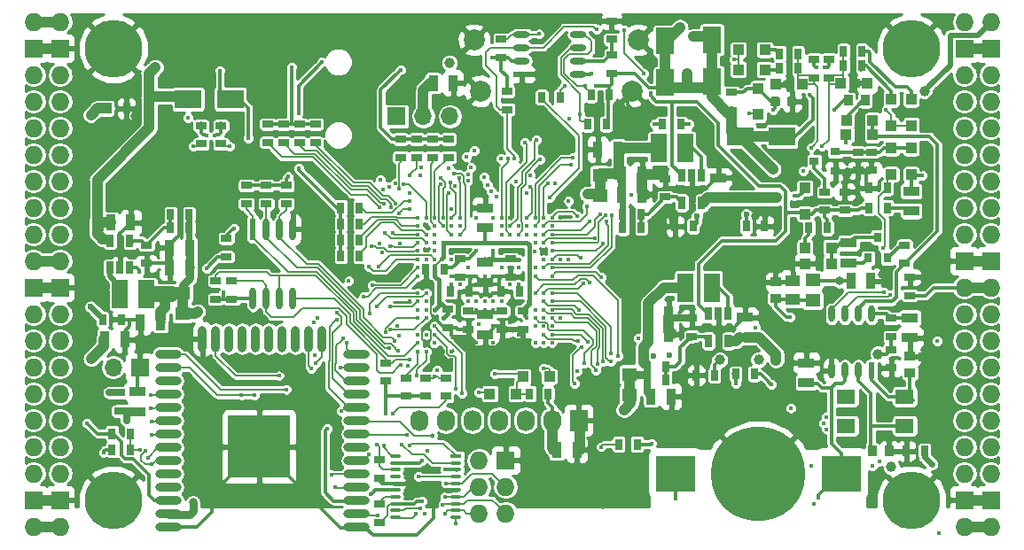
<source format=gbl>
G04 #@! TF.GenerationSoftware,KiCad,Pcbnew,5.0.0+dfsg1-2*
G04 #@! TF.CreationDate,2018-09-08T10:59:04+02:00*
G04 #@! TF.ProjectId,ulx3s,756C7833732E6B696361645F70636200,rev?*
G04 #@! TF.SameCoordinates,Original*
G04 #@! TF.FileFunction,Copper,L4,Bot,Signal*
G04 #@! TF.FilePolarity,Positive*
%FSLAX46Y46*%
G04 Gerber Fmt 4.6, Leading zero omitted, Abs format (unit mm)*
G04 Created by KiCad (PCBNEW 5.0.0+dfsg1-2) date Sat Sep  8 10:59:04 2018*
%MOMM*%
%LPD*%
G01*
G04 APERTURE LIST*
G04 #@! TA.AperFunction,EtchedComponent*
%ADD10C,1.000000*%
G04 #@! TD*
G04 #@! TA.AperFunction,SMDPad,CuDef*
%ADD11O,1.000000X0.400000*%
G04 #@! TD*
G04 #@! TA.AperFunction,SMDPad,CuDef*
%ADD12R,1.000000X0.400000*%
G04 #@! TD*
G04 #@! TA.AperFunction,ComponentPad*
%ADD13C,2.000000*%
G04 #@! TD*
G04 #@! TA.AperFunction,SMDPad,CuDef*
%ADD14R,3.700000X3.500000*%
G04 #@! TD*
G04 #@! TA.AperFunction,BGAPad,CuDef*
%ADD15C,9.000000*%
G04 #@! TD*
G04 #@! TA.AperFunction,SMDPad,CuDef*
%ADD16R,1.800000X1.400000*%
G04 #@! TD*
G04 #@! TA.AperFunction,ComponentPad*
%ADD17R,1.727200X2.032000*%
G04 #@! TD*
G04 #@! TA.AperFunction,ComponentPad*
%ADD18O,1.727200X2.032000*%
G04 #@! TD*
G04 #@! TA.AperFunction,SMDPad,CuDef*
%ADD19R,0.700000X1.200000*%
G04 #@! TD*
G04 #@! TA.AperFunction,SMDPad,CuDef*
%ADD20R,0.600000X1.550000*%
G04 #@! TD*
G04 #@! TA.AperFunction,SMDPad,CuDef*
%ADD21O,0.600000X1.550000*%
G04 #@! TD*
G04 #@! TA.AperFunction,SMDPad,CuDef*
%ADD22R,1.550000X0.600000*%
G04 #@! TD*
G04 #@! TA.AperFunction,SMDPad,CuDef*
%ADD23O,1.550000X0.600000*%
G04 #@! TD*
G04 #@! TA.AperFunction,SMDPad,CuDef*
%ADD24R,0.600000X2.100000*%
G04 #@! TD*
G04 #@! TA.AperFunction,SMDPad,CuDef*
%ADD25O,0.600000X2.100000*%
G04 #@! TD*
G04 #@! TA.AperFunction,SMDPad,CuDef*
%ADD26O,2.500000X0.900000*%
G04 #@! TD*
G04 #@! TA.AperFunction,SMDPad,CuDef*
%ADD27O,0.900000X2.500000*%
G04 #@! TD*
G04 #@! TA.AperFunction,SMDPad,CuDef*
%ADD28R,6.000000X6.000000*%
G04 #@! TD*
G04 #@! TA.AperFunction,SMDPad,CuDef*
%ADD29R,0.670000X1.000000*%
G04 #@! TD*
G04 #@! TA.AperFunction,SMDPad,CuDef*
%ADD30R,1.400000X1.295000*%
G04 #@! TD*
G04 #@! TA.AperFunction,SMDPad,CuDef*
%ADD31R,2.500000X1.800000*%
G04 #@! TD*
G04 #@! TA.AperFunction,SMDPad,CuDef*
%ADD32R,1.800000X2.500000*%
G04 #@! TD*
G04 #@! TA.AperFunction,ComponentPad*
%ADD33O,1.727200X1.727200*%
G04 #@! TD*
G04 #@! TA.AperFunction,ComponentPad*
%ADD34R,1.727200X1.727200*%
G04 #@! TD*
G04 #@! TA.AperFunction,ComponentPad*
%ADD35C,5.500000*%
G04 #@! TD*
G04 #@! TA.AperFunction,SMDPad,CuDef*
%ADD36R,0.970000X1.500000*%
G04 #@! TD*
G04 #@! TA.AperFunction,SMDPad,CuDef*
%ADD37R,1.500000X0.970000*%
G04 #@! TD*
G04 #@! TA.AperFunction,SMDPad,CuDef*
%ADD38R,1.000000X0.670000*%
G04 #@! TD*
G04 #@! TA.AperFunction,SMDPad,CuDef*
%ADD39R,1.000000X1.000000*%
G04 #@! TD*
G04 #@! TA.AperFunction,BGAPad,CuDef*
%ADD40C,0.300000*%
G04 #@! TD*
G04 #@! TA.AperFunction,ComponentPad*
%ADD41R,1.700000X1.700000*%
G04 #@! TD*
G04 #@! TA.AperFunction,ComponentPad*
%ADD42O,1.700000X1.700000*%
G04 #@! TD*
G04 #@! TA.AperFunction,SMDPad,CuDef*
%ADD43R,1.500000X2.700000*%
G04 #@! TD*
G04 #@! TA.AperFunction,SMDPad,CuDef*
%ADD44R,0.800000X0.900000*%
G04 #@! TD*
G04 #@! TA.AperFunction,SMDPad,CuDef*
%ADD45R,0.900000X0.800000*%
G04 #@! TD*
G04 #@! TA.AperFunction,SMDPad,CuDef*
%ADD46R,0.820000X1.000000*%
G04 #@! TD*
G04 #@! TA.AperFunction,SMDPad,CuDef*
%ADD47R,1.000000X0.820000*%
G04 #@! TD*
G04 #@! TA.AperFunction,SMDPad,CuDef*
%ADD48R,1.400000X1.120000*%
G04 #@! TD*
G04 #@! TA.AperFunction,Conductor*
%ADD49C,0.100000*%
G04 #@! TD*
G04 #@! TA.AperFunction,SMDPad,CuDef*
%ADD50C,0.875000*%
G04 #@! TD*
G04 #@! TA.AperFunction,ViaPad*
%ADD51C,2.000000*%
G04 #@! TD*
G04 #@! TA.AperFunction,ViaPad*
%ADD52C,0.419000*%
G04 #@! TD*
G04 #@! TA.AperFunction,ViaPad*
%ADD53C,0.600000*%
G04 #@! TD*
G04 #@! TA.AperFunction,ViaPad*
%ADD54C,1.000000*%
G04 #@! TD*
G04 #@! TA.AperFunction,ViaPad*
%ADD55C,0.800000*%
G04 #@! TD*
G04 #@! TA.AperFunction,ViaPad*
%ADD56C,0.700000*%
G04 #@! TD*
G04 #@! TA.AperFunction,ViaPad*
%ADD57C,0.454000*%
G04 #@! TD*
G04 #@! TA.AperFunction,Conductor*
%ADD58C,0.300000*%
G04 #@! TD*
G04 #@! TA.AperFunction,Conductor*
%ADD59C,1.000000*%
G04 #@! TD*
G04 #@! TA.AperFunction,Conductor*
%ADD60C,0.700000*%
G04 #@! TD*
G04 #@! TA.AperFunction,Conductor*
%ADD61C,0.127000*%
G04 #@! TD*
G04 #@! TA.AperFunction,Conductor*
%ADD62C,0.500000*%
G04 #@! TD*
G04 #@! TA.AperFunction,Conductor*
%ADD63C,0.400000*%
G04 #@! TD*
G04 #@! TA.AperFunction,Conductor*
%ADD64C,0.800000*%
G04 #@! TD*
G04 #@! TA.AperFunction,Conductor*
%ADD65C,0.600000*%
G04 #@! TD*
G04 #@! TA.AperFunction,Conductor*
%ADD66C,0.190000*%
G04 #@! TD*
G04 #@! TA.AperFunction,Conductor*
%ADD67C,1.500000*%
G04 #@! TD*
G04 #@! TA.AperFunction,Conductor*
%ADD68C,0.200000*%
G04 #@! TD*
G04 #@! TA.AperFunction,Conductor*
%ADD69C,0.254000*%
G04 #@! TD*
G04 APERTURE END LIST*
D10*
G04 #@! TO.C,RP3*
X149472000Y-77311000D02*
X149472000Y-79311000D01*
G04 #@! TO.C,RP2*
X109609000Y-88632000D02*
X109609000Y-90632000D01*
G04 #@! TO.C,RP1*
X152281000Y-96361000D02*
X152281000Y-98361000D01*
G04 #@! TO.C,D9*
X166854000Y-73630000D02*
X162854000Y-73630000D01*
G04 #@! TO.C,D52*
X160155000Y-64391000D02*
X160155000Y-68391000D01*
G04 #@! TO.C,D51*
X155710000Y-68518000D02*
X155710000Y-64518000D01*
G04 #@! TD*
D11*
G04 #@! TO.P,U6,20*
G04 #@! TO.N,FTDI_TXD*
X129935000Y-104215000D03*
G04 #@! TO.P,U6,19*
G04 #@! TO.N,FTDI_nSLEEP*
X129935000Y-104865000D03*
G04 #@! TO.P,U6,18*
G04 #@! TO.N,FTDI_TXDEN*
X129935000Y-105515000D03*
G04 #@! TO.P,U6,17*
G04 #@! TO.N,N/C*
X129935000Y-106165000D03*
G04 #@! TO.P,U6,16*
G04 #@! TO.N,GND*
X129935000Y-106815000D03*
G04 #@! TO.P,U6,15*
G04 #@! TO.N,USB5V*
X129935000Y-107465000D03*
G04 #@! TO.P,U6,14*
G04 #@! TO.N,nRESET*
X129935000Y-108115000D03*
G04 #@! TO.P,U6,13*
G04 #@! TO.N,FT2V5*
X129935000Y-108765000D03*
G04 #@! TO.P,U6,12*
G04 #@! TO.N,USB_FTDI_D-*
X129935000Y-109415000D03*
G04 #@! TO.P,U6,11*
G04 #@! TO.N,USB_FTDI_D+*
X129935000Y-110065000D03*
G04 #@! TO.P,U6,10*
G04 #@! TO.N,FTDI_nTXLED*
X135735000Y-110065000D03*
G04 #@! TO.P,U6,9*
G04 #@! TO.N,JTAG_TDO*
X135735000Y-109415000D03*
G04 #@! TO.P,U6,8*
G04 #@! TO.N,JTAG_TMS*
X135735000Y-108765000D03*
G04 #@! TO.P,U6,7*
G04 #@! TO.N,JTAG_TCK*
X135735000Y-108115000D03*
G04 #@! TO.P,U6,6*
G04 #@! TO.N,GND*
X135735000Y-107465000D03*
G04 #@! TO.P,U6,5*
G04 #@! TO.N,JTAG_TDI*
X135735000Y-106815000D03*
G04 #@! TO.P,U6,4*
G04 #@! TO.N,FTDI_RXD*
X135735000Y-106165000D03*
G04 #@! TO.P,U6,3*
G04 #@! TO.N,FT2V5*
X135735000Y-105515000D03*
G04 #@! TO.P,U6,2*
G04 #@! TO.N,FTDI_nRTS*
X135735000Y-104865000D03*
D12*
G04 #@! TO.P,U6,1*
G04 #@! TO.N,FTDI_nDTR*
X135735000Y-104215000D03*
G04 #@! TD*
D13*
G04 #@! TO.P,GPDI1,0*
G04 #@! TO.N,GND*
X152546000Y-69312000D03*
X138046000Y-69312000D03*
X153146000Y-64412000D03*
X137446000Y-64412000D03*
G04 #@! TD*
D14*
G04 #@! TO.P,BAT1,1*
G04 #@! TO.N,/power/VBAT*
X172485000Y-105870000D03*
X156685000Y-105870000D03*
D15*
G04 #@! TO.P,BAT1,2*
G04 #@! TO.N,GND*
X164585000Y-105870000D03*
G04 #@! TD*
D16*
G04 #@! TO.P,Y2,4*
G04 #@! TO.N,/power/OSCI_32k*
X178576000Y-98522000D03*
G04 #@! TO.P,Y2,3*
G04 #@! TO.N,N/C*
X172976000Y-98522000D03*
G04 #@! TO.P,Y2,2*
X172976000Y-101322000D03*
G04 #@! TO.P,Y2,1*
G04 #@! TO.N,/power/OSCO_32k*
X178576000Y-101322000D03*
G04 #@! TD*
D17*
G04 #@! TO.P,OLED1,1*
G04 #@! TO.N,GND*
X147440000Y-100790000D03*
D18*
G04 #@! TO.P,OLED1,2*
G04 #@! TO.N,+3V3*
X144900000Y-100790000D03*
G04 #@! TO.P,OLED1,3*
G04 #@! TO.N,OLED_CLK*
X142360000Y-100790000D03*
G04 #@! TO.P,OLED1,4*
G04 #@! TO.N,OLED_MOSI*
X139820000Y-100790000D03*
G04 #@! TO.P,OLED1,5*
G04 #@! TO.N,OLED_RES*
X137280000Y-100790000D03*
G04 #@! TO.P,OLED1,6*
G04 #@! TO.N,OLED_DC*
X134740000Y-100790000D03*
G04 #@! TO.P,OLED1,7*
G04 #@! TO.N,OLED_CS*
X132200000Y-100790000D03*
G04 #@! TD*
D19*
G04 #@! TO.P,U5,1*
G04 #@! TO.N,/power/PWREN*
X157285000Y-77392000D03*
G04 #@! TO.P,U5,2*
G04 #@! TO.N,GND*
X158235000Y-77392000D03*
G04 #@! TO.P,U5,3*
G04 #@! TO.N,/power/L3*
X159185000Y-77392000D03*
G04 #@! TO.P,U5,4*
G04 #@! TO.N,+5V*
X159185000Y-79992000D03*
G04 #@! TO.P,U5,5*
G04 #@! TO.N,/power/FB3*
X157285000Y-79992000D03*
G04 #@! TD*
G04 #@! TO.P,U3,1*
G04 #@! TO.N,/power/PWREN*
X159825000Y-90600000D03*
G04 #@! TO.P,U3,2*
G04 #@! TO.N,GND*
X160775000Y-90600000D03*
G04 #@! TO.P,U3,3*
G04 #@! TO.N,/power/L1*
X161725000Y-90600000D03*
G04 #@! TO.P,U3,4*
G04 #@! TO.N,+5V*
X161725000Y-93200000D03*
G04 #@! TO.P,U3,5*
G04 #@! TO.N,/power/FB1*
X159825000Y-93200000D03*
G04 #@! TD*
G04 #@! TO.P,U4,1*
G04 #@! TO.N,/power/PWREN*
X104575000Y-86215000D03*
G04 #@! TO.P,U4,2*
G04 #@! TO.N,GND*
X103625000Y-86215000D03*
G04 #@! TO.P,U4,3*
G04 #@! TO.N,/power/L2*
X102675000Y-86215000D03*
G04 #@! TO.P,U4,4*
G04 #@! TO.N,+5V*
X102675000Y-83615000D03*
G04 #@! TO.P,U4,5*
G04 #@! TO.N,/power/FB2*
X104575000Y-83615000D03*
G04 #@! TD*
D20*
G04 #@! TO.P,U7,1*
G04 #@! TO.N,/power/OSCI_32k*
X175395000Y-96015000D03*
D21*
G04 #@! TO.P,U7,2*
G04 #@! TO.N,/power/OSCO_32k*
X174125000Y-96015000D03*
G04 #@! TO.P,U7,3*
G04 #@! TO.N,/power/VBAT*
X172855000Y-96015000D03*
G04 #@! TO.P,U7,4*
G04 #@! TO.N,GND*
X171585000Y-96015000D03*
G04 #@! TO.P,U7,5*
G04 #@! TO.N,FPDI_SDA*
X171585000Y-90615000D03*
G04 #@! TO.P,U7,6*
G04 #@! TO.N,FPDI_SCL*
X172855000Y-90615000D03*
G04 #@! TO.P,U7,7*
G04 #@! TO.N,/power/WAKEUPn*
X174125000Y-90615000D03*
G04 #@! TO.P,U7,8*
G04 #@! TO.N,/power/RTCVDD*
X175395000Y-90615000D03*
G04 #@! TD*
D22*
G04 #@! TO.P,U11,1*
G04 #@! TO.N,GND*
X141980000Y-67706500D03*
D23*
G04 #@! TO.P,U11,2*
G04 #@! TO.N,+2V5*
X141980000Y-66436500D03*
G04 #@! TO.P,U11,3*
G04 #@! TO.N,FPDI_SCL*
X141980000Y-65166500D03*
G04 #@! TO.P,U11,4*
G04 #@! TO.N,FPDI_SDA*
X141980000Y-63896500D03*
G04 #@! TO.P,U11,5*
G04 #@! TO.N,GPDI_SDA*
X147380000Y-63896500D03*
G04 #@! TO.P,U11,6*
G04 #@! TO.N,GPDI_SCL*
X147380000Y-65166500D03*
G04 #@! TO.P,U11,7*
G04 #@! TO.N,/gpdi/VREF2*
X147380000Y-66436500D03*
G04 #@! TO.P,U11,8*
G04 #@! TO.N,+3V3*
X147380000Y-67706500D03*
G04 #@! TD*
D24*
G04 #@! TO.P,U10,1*
G04 #@! TO.N,/flash/FLASH_nCS*
X116340000Y-82520000D03*
D25*
G04 #@! TO.P,U10,2*
G04 #@! TO.N,/flash/FLASH_MISO*
X117610000Y-82520000D03*
G04 #@! TO.P,U10,3*
G04 #@! TO.N,/flash/FLASH_nWP*
X118880000Y-82520000D03*
G04 #@! TO.P,U10,4*
G04 #@! TO.N,GND*
X120150000Y-82520000D03*
G04 #@! TO.P,U10,5*
G04 #@! TO.N,/flash/FLASH_MOSI*
X120150000Y-89124000D03*
G04 #@! TO.P,U10,6*
G04 #@! TO.N,/flash/FLASH_SCK*
X118880000Y-89124000D03*
G04 #@! TO.P,U10,7*
G04 #@! TO.N,/flash/FLASH_nHOLD*
X117610000Y-89124000D03*
G04 #@! TO.P,U10,8*
G04 #@! TO.N,+3V3*
X116340000Y-89124000D03*
G04 #@! TD*
D26*
G04 #@! TO.P,U9,38*
G04 #@! TO.N,GND*
X126230000Y-111000000D03*
G04 #@! TO.P,U9,37*
G04 #@! TO.N,JTAG_TDI*
X126230000Y-109730000D03*
G04 #@! TO.P,U9,36*
G04 #@! TO.N,PROG_DONE*
X126230000Y-108460000D03*
G04 #@! TO.P,U9,35*
G04 #@! TO.N,WIFI_TXD*
X126230000Y-107190000D03*
G04 #@! TO.P,U9,34*
G04 #@! TO.N,WIFI_RXD*
X126230000Y-105920000D03*
G04 #@! TO.P,U9,33*
G04 #@! TO.N,JTAG_TMS*
X126230000Y-104650000D03*
G04 #@! TO.P,U9,32*
G04 #@! TO.N,N/C*
X126230000Y-103380000D03*
G04 #@! TO.P,U9,31*
G04 #@! TO.N,JTAG_TDO*
X126230000Y-102110000D03*
G04 #@! TO.P,U9,30*
G04 #@! TO.N,JTAG_TCK*
X126230000Y-100840000D03*
G04 #@! TO.P,U9,29*
G04 #@! TO.N,WIFI_GPIO5*
X126230000Y-99570000D03*
G04 #@! TO.P,U9,28*
G04 #@! TO.N,WIFI_GPIO17*
X126230000Y-98300000D03*
G04 #@! TO.P,U9,27*
G04 #@! TO.N,WIFI_GPIO16*
X126230000Y-97030000D03*
G04 #@! TO.P,U9,26*
G04 #@! TO.N,SD_D1*
X126230000Y-95760000D03*
G04 #@! TO.P,U9,25*
G04 #@! TO.N,WIFI_GPIO0*
X126230000Y-94490000D03*
D27*
G04 #@! TO.P,U9,24*
G04 #@! TO.N,SD_D0*
X122945000Y-93000000D03*
G04 #@! TO.P,U9,23*
G04 #@! TO.N,SD_CMD*
X121675000Y-93000000D03*
G04 #@! TO.P,U9,22*
G04 #@! TO.N,N/C*
X120405000Y-93000000D03*
G04 #@! TO.P,U9,21*
X119135000Y-93000000D03*
G04 #@! TO.P,U9,20*
X117865000Y-93000000D03*
G04 #@! TO.P,U9,19*
X116595000Y-93000000D03*
G04 #@! TO.P,U9,18*
X115325000Y-93000000D03*
G04 #@! TO.P,U9,17*
X114055000Y-93000000D03*
G04 #@! TO.P,U9,16*
G04 #@! TO.N,SD_D3*
X112785000Y-93000000D03*
G04 #@! TO.P,U9,15*
G04 #@! TO.N,GND*
X111515000Y-93000000D03*
D26*
G04 #@! TO.P,U9,14*
G04 #@! TO.N,SD_D2*
X108230000Y-94490000D03*
G04 #@! TO.P,U9,13*
G04 #@! TO.N,SD_CLK*
X108230000Y-95760000D03*
G04 #@! TO.P,U9,12*
G04 #@! TO.N,N/C*
X108230000Y-97030000D03*
G04 #@! TO.P,U9,11*
G04 #@! TO.N,GP11*
X108230000Y-98300000D03*
G04 #@! TO.P,U9,10*
G04 #@! TO.N,GN11*
X108230000Y-99570000D03*
G04 #@! TO.P,U9,9*
G04 #@! TO.N,GP12*
X108230000Y-100840000D03*
G04 #@! TO.P,U9,8*
G04 #@! TO.N,GN12*
X108230000Y-102110000D03*
G04 #@! TO.P,U9,7*
G04 #@! TO.N,GP13*
X108230000Y-103380000D03*
G04 #@! TO.P,U9,6*
G04 #@! TO.N,GN13*
X108230000Y-104650000D03*
G04 #@! TO.P,U9,5*
G04 #@! TO.N,N/C*
X108230000Y-105920000D03*
G04 #@! TO.P,U9,4*
X108230000Y-107190000D03*
G04 #@! TO.P,U9,3*
G04 #@! TO.N,/wifi/WIFIEN*
X108230000Y-108460000D03*
G04 #@! TO.P,U9,2*
G04 #@! TO.N,+3V3*
X108230000Y-109730000D03*
G04 #@! TO.P,U9,1*
G04 #@! TO.N,GND*
X108230000Y-111000000D03*
D28*
G04 #@! TO.P,U9,39*
X116930000Y-103300000D03*
G04 #@! TD*
D29*
G04 #@! TO.P,C49,2*
G04 #@! TO.N,GND*
X103738000Y-91156000D03*
G04 #@! TO.P,C49,1*
G04 #@! TO.N,2V5_3V3*
X101988000Y-91156000D03*
G04 #@! TD*
D30*
G04 #@! TO.P,RP3,2*
G04 #@! TO.N,+3V3*
X149472000Y-79278500D03*
G04 #@! TO.P,RP3,1*
G04 #@! TO.N,/power/P3V3*
X149472000Y-77343500D03*
G04 #@! TD*
G04 #@! TO.P,RP2,2*
G04 #@! TO.N,+2V5*
X109609000Y-90599500D03*
G04 #@! TO.P,RP2,1*
G04 #@! TO.N,/power/P2V5*
X109609000Y-88664500D03*
G04 #@! TD*
G04 #@! TO.P,RP1,2*
G04 #@! TO.N,+1V1*
X152281000Y-98328500D03*
G04 #@! TO.P,RP1,1*
G04 #@! TO.N,/power/P1V1*
X152281000Y-96393500D03*
G04 #@! TD*
D31*
G04 #@! TO.P,D9,2*
G04 #@! TO.N,+5V*
X162854000Y-73630000D03*
G04 #@! TO.P,D9,1*
G04 #@! TO.N,/usb/US2VBUS*
X166854000Y-73630000D03*
G04 #@! TD*
D32*
G04 #@! TO.P,D52,2*
G04 #@! TO.N,+5V*
X160155000Y-68391000D03*
G04 #@! TO.P,D52,1*
G04 #@! TO.N,/gpio/OUT5V*
X160155000Y-64391000D03*
G04 #@! TD*
G04 #@! TO.P,D51,2*
G04 #@! TO.N,/gpio/IN5V*
X155710000Y-64518000D03*
G04 #@! TO.P,D51,1*
G04 #@! TO.N,+5V*
X155710000Y-68518000D03*
G04 #@! TD*
D33*
G04 #@! TO.P,J1,1*
G04 #@! TO.N,2V5_3V3*
X97910000Y-62690000D03*
G04 #@! TO.P,J1,2*
X95370000Y-62690000D03*
D34*
G04 #@! TO.P,J1,3*
G04 #@! TO.N,GND*
X97910000Y-65230000D03*
G04 #@! TO.P,J1,4*
X95370000Y-65230000D03*
D33*
G04 #@! TO.P,J1,5*
G04 #@! TO.N,GN0*
X97910000Y-67770000D03*
G04 #@! TO.P,J1,6*
G04 #@! TO.N,GP0*
X95370000Y-67770000D03*
G04 #@! TO.P,J1,7*
G04 #@! TO.N,GN1*
X97910000Y-70310000D03*
G04 #@! TO.P,J1,8*
G04 #@! TO.N,GP1*
X95370000Y-70310000D03*
G04 #@! TO.P,J1,9*
G04 #@! TO.N,GN2*
X97910000Y-72850000D03*
G04 #@! TO.P,J1,10*
G04 #@! TO.N,GP2*
X95370000Y-72850000D03*
G04 #@! TO.P,J1,11*
G04 #@! TO.N,GN3*
X97910000Y-75390000D03*
G04 #@! TO.P,J1,12*
G04 #@! TO.N,GP3*
X95370000Y-75390000D03*
G04 #@! TO.P,J1,13*
G04 #@! TO.N,GN4*
X97910000Y-77930000D03*
G04 #@! TO.P,J1,14*
G04 #@! TO.N,GP4*
X95370000Y-77930000D03*
G04 #@! TO.P,J1,15*
G04 #@! TO.N,GN5*
X97910000Y-80470000D03*
G04 #@! TO.P,J1,16*
G04 #@! TO.N,GP5*
X95370000Y-80470000D03*
G04 #@! TO.P,J1,17*
G04 #@! TO.N,GN6*
X97910000Y-83010000D03*
G04 #@! TO.P,J1,18*
G04 #@! TO.N,GP6*
X95370000Y-83010000D03*
G04 #@! TO.P,J1,19*
G04 #@! TO.N,2V5_3V3*
X97910000Y-85550000D03*
G04 #@! TO.P,J1,20*
X95370000Y-85550000D03*
D34*
G04 #@! TO.P,J1,21*
G04 #@! TO.N,GND*
X97910000Y-88090000D03*
G04 #@! TO.P,J1,22*
X95370000Y-88090000D03*
D33*
G04 #@! TO.P,J1,23*
G04 #@! TO.N,GN7*
X97910000Y-90630000D03*
G04 #@! TO.P,J1,24*
G04 #@! TO.N,GP7*
X95370000Y-90630000D03*
G04 #@! TO.P,J1,25*
G04 #@! TO.N,GN8*
X97910000Y-93170000D03*
G04 #@! TO.P,J1,26*
G04 #@! TO.N,GP8*
X95370000Y-93170000D03*
G04 #@! TO.P,J1,27*
G04 #@! TO.N,GN9*
X97910000Y-95710000D03*
G04 #@! TO.P,J1,28*
G04 #@! TO.N,GP9*
X95370000Y-95710000D03*
G04 #@! TO.P,J1,29*
G04 #@! TO.N,GN10*
X97910000Y-98250000D03*
G04 #@! TO.P,J1,30*
G04 #@! TO.N,GP10*
X95370000Y-98250000D03*
G04 #@! TO.P,J1,31*
G04 #@! TO.N,GN11*
X97910000Y-100790000D03*
G04 #@! TO.P,J1,32*
G04 #@! TO.N,GP11*
X95370000Y-100790000D03*
G04 #@! TO.P,J1,33*
G04 #@! TO.N,GN12*
X97910000Y-103330000D03*
G04 #@! TO.P,J1,34*
G04 #@! TO.N,GP12*
X95370000Y-103330000D03*
G04 #@! TO.P,J1,35*
G04 #@! TO.N,GN13*
X97910000Y-105870000D03*
G04 #@! TO.P,J1,36*
G04 #@! TO.N,GP13*
X95370000Y-105870000D03*
D34*
G04 #@! TO.P,J1,37*
G04 #@! TO.N,GND*
X97910000Y-108410000D03*
G04 #@! TO.P,J1,38*
X95370000Y-108410000D03*
D33*
G04 #@! TO.P,J1,39*
G04 #@! TO.N,2V5_3V3*
X97910000Y-110950000D03*
G04 #@! TO.P,J1,40*
X95370000Y-110950000D03*
G04 #@! TD*
G04 #@! TO.P,J2,1*
G04 #@! TO.N,+3V3*
X184270000Y-110950000D03*
G04 #@! TO.P,J2,2*
X186810000Y-110950000D03*
D34*
G04 #@! TO.P,J2,3*
G04 #@! TO.N,GND*
X184270000Y-108410000D03*
G04 #@! TO.P,J2,4*
X186810000Y-108410000D03*
D33*
G04 #@! TO.P,J2,5*
G04 #@! TO.N,GN14*
X184270000Y-105870000D03*
G04 #@! TO.P,J2,6*
G04 #@! TO.N,GP14*
X186810000Y-105870000D03*
G04 #@! TO.P,J2,7*
G04 #@! TO.N,GN15*
X184270000Y-103330000D03*
G04 #@! TO.P,J2,8*
G04 #@! TO.N,GP15*
X186810000Y-103330000D03*
G04 #@! TO.P,J2,9*
G04 #@! TO.N,GN16*
X184270000Y-100790000D03*
G04 #@! TO.P,J2,10*
G04 #@! TO.N,GP16*
X186810000Y-100790000D03*
G04 #@! TO.P,J2,11*
G04 #@! TO.N,GN17*
X184270000Y-98250000D03*
G04 #@! TO.P,J2,12*
G04 #@! TO.N,GP17*
X186810000Y-98250000D03*
G04 #@! TO.P,J2,13*
G04 #@! TO.N,GN18*
X184270000Y-95710000D03*
G04 #@! TO.P,J2,14*
G04 #@! TO.N,GP18*
X186810000Y-95710000D03*
G04 #@! TO.P,J2,15*
G04 #@! TO.N,GN19*
X184270000Y-93170000D03*
G04 #@! TO.P,J2,16*
G04 #@! TO.N,GP19*
X186810000Y-93170000D03*
G04 #@! TO.P,J2,17*
G04 #@! TO.N,GN20*
X184270000Y-90630000D03*
G04 #@! TO.P,J2,18*
G04 #@! TO.N,GP20*
X186810000Y-90630000D03*
G04 #@! TO.P,J2,19*
G04 #@! TO.N,+3V3*
X184270000Y-88090000D03*
G04 #@! TO.P,J2,20*
X186810000Y-88090000D03*
D34*
G04 #@! TO.P,J2,21*
G04 #@! TO.N,GND*
X184270000Y-85550000D03*
G04 #@! TO.P,J2,22*
X186810000Y-85550000D03*
D33*
G04 #@! TO.P,J2,23*
G04 #@! TO.N,GN21*
X184270000Y-83010000D03*
G04 #@! TO.P,J2,24*
G04 #@! TO.N,GP21*
X186810000Y-83010000D03*
G04 #@! TO.P,J2,25*
G04 #@! TO.N,GN22*
X184270000Y-80470000D03*
G04 #@! TO.P,J2,26*
G04 #@! TO.N,GP22*
X186810000Y-80470000D03*
G04 #@! TO.P,J2,27*
G04 #@! TO.N,GN23*
X184270000Y-77930000D03*
G04 #@! TO.P,J2,28*
G04 #@! TO.N,GP23*
X186810000Y-77930000D03*
G04 #@! TO.P,J2,29*
G04 #@! TO.N,GN24*
X184270000Y-75390000D03*
G04 #@! TO.P,J2,30*
G04 #@! TO.N,GP24*
X186810000Y-75390000D03*
G04 #@! TO.P,J2,31*
G04 #@! TO.N,GN25*
X184270000Y-72850000D03*
G04 #@! TO.P,J2,32*
G04 #@! TO.N,GP25*
X186810000Y-72850000D03*
G04 #@! TO.P,J2,33*
G04 #@! TO.N,GN26*
X184270000Y-70310000D03*
G04 #@! TO.P,J2,34*
G04 #@! TO.N,GP26*
X186810000Y-70310000D03*
G04 #@! TO.P,J2,35*
G04 #@! TO.N,GN27*
X184270000Y-67770000D03*
G04 #@! TO.P,J2,36*
G04 #@! TO.N,GP27*
X186810000Y-67770000D03*
D34*
G04 #@! TO.P,J2,37*
G04 #@! TO.N,GND*
X184270000Y-65230000D03*
G04 #@! TO.P,J2,38*
X186810000Y-65230000D03*
D33*
G04 #@! TO.P,J2,39*
G04 #@! TO.N,/gpio/IN5V*
X184270000Y-62690000D03*
G04 #@! TO.P,J2,40*
G04 #@! TO.N,/gpio/OUT5V*
X186810000Y-62690000D03*
G04 #@! TD*
D35*
G04 #@! TO.P,H1,1*
G04 #@! TO.N,GND*
X102990000Y-108410000D03*
G04 #@! TD*
G04 #@! TO.P,H2,1*
G04 #@! TO.N,GND*
X179190000Y-108410000D03*
G04 #@! TD*
G04 #@! TO.P,H3,1*
G04 #@! TO.N,GND*
X179190000Y-65230000D03*
G04 #@! TD*
G04 #@! TO.P,H4,1*
G04 #@! TO.N,GND*
X102990000Y-65230000D03*
G04 #@! TD*
D34*
G04 #@! TO.P,J4,1*
G04 #@! TO.N,GND*
X140455000Y-104600000D03*
D33*
G04 #@! TO.P,J4,2*
G04 #@! TO.N,+3V3*
X137915000Y-104600000D03*
G04 #@! TO.P,J4,3*
G04 #@! TO.N,JTAG_TDI*
X140455000Y-107140000D03*
G04 #@! TO.P,J4,4*
G04 #@! TO.N,JTAG_TCK*
X137915000Y-107140000D03*
G04 #@! TO.P,J4,5*
G04 #@! TO.N,JTAG_TMS*
X140455000Y-109680000D03*
G04 #@! TO.P,J4,6*
G04 #@! TO.N,JTAG_TDO*
X137915000Y-109680000D03*
G04 #@! TD*
D36*
G04 #@! TO.P,C47,1*
G04 #@! TO.N,2V5_3V3*
X133546000Y-68550000D03*
G04 #@! TO.P,C47,2*
G04 #@! TO.N,GND*
X135456000Y-68550000D03*
G04 #@! TD*
G04 #@! TO.P,C1,1*
G04 #@! TO.N,+5V*
X102748500Y-81885000D03*
G04 #@! TO.P,C1,2*
G04 #@! TO.N,GND*
X104658500Y-81885000D03*
G04 #@! TD*
D29*
G04 #@! TO.P,C2,1*
G04 #@! TO.N,/power/P1V1*
X153985000Y-96910000D03*
G04 #@! TO.P,C2,2*
G04 #@! TO.N,/power/FB1*
X155735000Y-96910000D03*
G04 #@! TD*
D36*
G04 #@! TO.P,C3,2*
G04 #@! TO.N,GND*
X156015000Y-90630000D03*
G04 #@! TO.P,C3,1*
G04 #@! TO.N,/power/P1V1*
X154105000Y-90630000D03*
G04 #@! TD*
G04 #@! TO.P,C4,1*
G04 #@! TO.N,/power/P1V1*
X154105000Y-92535000D03*
G04 #@! TO.P,C4,2*
G04 #@! TO.N,GND*
X156015000Y-92535000D03*
G04 #@! TD*
D37*
G04 #@! TO.P,C5,2*
G04 #@! TO.N,GND*
X163315000Y-90945000D03*
G04 #@! TO.P,C5,1*
G04 #@! TO.N,+5V*
X163315000Y-92855000D03*
G04 #@! TD*
D29*
G04 #@! TO.P,C6,1*
G04 #@! TO.N,/power/P3V3*
X151645000Y-82375000D03*
G04 #@! TO.P,C6,2*
G04 #@! TO.N,/power/FB3*
X153395000Y-82375000D03*
G04 #@! TD*
D36*
G04 #@! TO.P,C7,2*
G04 #@! TO.N,GND*
X153475000Y-79200000D03*
G04 #@! TO.P,C7,1*
G04 #@! TO.N,/power/P3V3*
X151565000Y-79200000D03*
G04 #@! TD*
G04 #@! TO.P,C8,2*
G04 #@! TO.N,GND*
X153475000Y-77295000D03*
G04 #@! TO.P,C8,1*
G04 #@! TO.N,/power/P3V3*
X151565000Y-77295000D03*
G04 #@! TD*
D37*
G04 #@! TO.P,C9,1*
G04 #@! TO.N,+5V*
X160775000Y-79520000D03*
G04 #@! TO.P,C9,2*
G04 #@! TO.N,GND*
X160775000Y-77610000D03*
G04 #@! TD*
D29*
G04 #@! TO.P,C10,2*
G04 #@! TO.N,/power/FB2*
X108465000Y-81105000D03*
G04 #@! TO.P,C10,1*
G04 #@! TO.N,/power/P2V5*
X110215000Y-81105000D03*
G04 #@! TD*
D36*
G04 #@! TO.P,C11,2*
G04 #@! TO.N,GND*
X108385000Y-84280000D03*
G04 #@! TO.P,C11,1*
G04 #@! TO.N,/power/P2V5*
X110295000Y-84280000D03*
G04 #@! TD*
G04 #@! TO.P,C12,1*
G04 #@! TO.N,/power/P2V5*
X110295000Y-86185000D03*
G04 #@! TO.P,C12,2*
G04 #@! TO.N,GND*
X108385000Y-86185000D03*
G04 #@! TD*
D37*
G04 #@! TO.P,C13,2*
G04 #@! TO.N,/power/WKUP*
X173221000Y-83833000D03*
G04 #@! TO.P,C13,1*
G04 #@! TO.N,+5V*
X173221000Y-85743000D03*
G04 #@! TD*
D38*
G04 #@! TO.P,C14,2*
G04 #@! TO.N,GND*
X175380000Y-76900000D03*
G04 #@! TO.P,C14,1*
G04 #@! TO.N,/power/SHUT*
X175380000Y-75150000D03*
G04 #@! TD*
D37*
G04 #@! TO.P,C15,1*
G04 #@! TO.N,/sdcard/SD3V3*
X105276000Y-99967000D03*
G04 #@! TO.P,C15,2*
G04 #@! TO.N,GND*
X105276000Y-98057000D03*
G04 #@! TD*
D36*
G04 #@! TO.P,C16,1*
G04 #@! TO.N,+3V3*
X173424000Y-87473000D03*
G04 #@! TO.P,C16,2*
G04 #@! TO.N,GND*
X175334000Y-87473000D03*
G04 #@! TD*
D37*
G04 #@! TO.P,C17,1*
G04 #@! TO.N,+1V1*
X138500000Y-90665000D03*
G04 #@! TO.P,C17,2*
G04 #@! TO.N,GND*
X138500000Y-92575000D03*
G04 #@! TD*
D38*
G04 #@! TO.P,C18,1*
G04 #@! TO.N,/gpdi/VREF2*
X150589600Y-64359000D03*
G04 #@! TO.P,C18,2*
G04 #@! TO.N,GND*
X150589600Y-62609000D03*
G04 #@! TD*
D37*
G04 #@! TO.P,C19,1*
G04 #@! TO.N,+2V5*
X138500000Y-82375000D03*
G04 #@! TO.P,C19,2*
G04 #@! TO.N,GND*
X138500000Y-80465000D03*
G04 #@! TD*
G04 #@! TO.P,C20,2*
G04 #@! TO.N,GND*
X138500000Y-87575000D03*
G04 #@! TO.P,C20,1*
G04 #@! TO.N,+3V3*
X138500000Y-85665000D03*
G04 #@! TD*
D36*
G04 #@! TO.P,C21,2*
G04 #@! TO.N,GND*
X104072000Y-93061000D03*
G04 #@! TO.P,C21,1*
G04 #@! TO.N,+3V3*
X102162000Y-93061000D03*
G04 #@! TD*
G04 #@! TO.P,C22,1*
G04 #@! TO.N,/power/P1V1*
X154359000Y-98504000D03*
G04 #@! TO.P,C22,2*
G04 #@! TO.N,GND*
X156269000Y-98504000D03*
G04 #@! TD*
G04 #@! TO.P,C23,2*
G04 #@! TO.N,GND*
X105591000Y-91392000D03*
G04 #@! TO.P,C23,1*
G04 #@! TO.N,/power/P2V5*
X107501000Y-91392000D03*
G04 #@! TD*
G04 #@! TO.P,C24,1*
G04 #@! TO.N,/power/P3V3*
X151189000Y-74882000D03*
G04 #@! TO.P,C24,2*
G04 #@! TO.N,GND*
X149279000Y-74882000D03*
G04 #@! TD*
D38*
G04 #@! TO.P,C25,2*
G04 #@! TO.N,GND*
X140900000Y-87095000D03*
G04 #@! TO.P,C25,1*
G04 #@! TO.N,+3V3*
X140900000Y-85345000D03*
G04 #@! TD*
G04 #@! TO.P,C26,2*
G04 #@! TO.N,GND*
X136100000Y-87095000D03*
G04 #@! TO.P,C26,1*
G04 #@! TO.N,2V5_3V3*
X136100000Y-85345000D03*
G04 #@! TD*
G04 #@! TO.P,C27,2*
G04 #@! TO.N,GND*
X136900000Y-92095000D03*
G04 #@! TO.P,C27,1*
G04 #@! TO.N,+1V1*
X136900000Y-90345000D03*
G04 #@! TD*
G04 #@! TO.P,C28,1*
G04 #@! TO.N,+1V1*
X140100000Y-90345000D03*
G04 #@! TO.P,C28,2*
G04 #@! TO.N,GND*
X140100000Y-92095000D03*
G04 #@! TD*
G04 #@! TO.P,C29,2*
G04 #@! TO.N,GND*
X142100000Y-92095000D03*
G04 #@! TO.P,C29,1*
G04 #@! TO.N,+2V5*
X142100000Y-90345000D03*
G04 #@! TD*
G04 #@! TO.P,C30,1*
G04 #@! TO.N,+2V5*
X134900000Y-90145000D03*
G04 #@! TO.P,C30,2*
G04 #@! TO.N,GND*
X134900000Y-91895000D03*
G04 #@! TD*
D29*
G04 #@! TO.P,C31,1*
G04 #@! TO.N,+3V3*
X135225000Y-88420000D03*
G04 #@! TO.P,C31,2*
G04 #@! TO.N,GND*
X136975000Y-88420000D03*
G04 #@! TD*
G04 #@! TO.P,C32,2*
G04 #@! TO.N,GND*
X140025000Y-88420000D03*
G04 #@! TO.P,C32,1*
G04 #@! TO.N,+3V3*
X141775000Y-88420000D03*
G04 #@! TD*
G04 #@! TO.P,C33,1*
G04 #@! TO.N,+3V3*
X163425000Y-82220000D03*
G04 #@! TO.P,C33,2*
G04 #@! TO.N,GND*
X165175000Y-82220000D03*
G04 #@! TD*
G04 #@! TO.P,C34,1*
G04 #@! TO.N,+3V3*
X158375000Y-82220000D03*
G04 #@! TO.P,C34,2*
G04 #@! TO.N,GND*
X156625000Y-82220000D03*
G04 #@! TD*
D38*
G04 #@! TO.P,C35,1*
G04 #@! TO.N,+3V3*
X177300000Y-94025000D03*
G04 #@! TO.P,C35,2*
G04 #@! TO.N,GND*
X177300000Y-95775000D03*
G04 #@! TD*
D36*
G04 #@! TO.P,C46,1*
G04 #@! TO.N,+3V3*
X145342000Y-103584000D03*
G04 #@! TO.P,C46,2*
G04 #@! TO.N,GND*
X147252000Y-103584000D03*
G04 #@! TD*
D29*
G04 #@! TO.P,C48,2*
G04 #@! TO.N,GND*
X104246000Y-70963000D03*
G04 #@! TO.P,C48,1*
G04 #@! TO.N,2V5_3V3*
X102496000Y-70963000D03*
G04 #@! TD*
D38*
G04 #@! TO.P,C50,1*
G04 #@! TO.N,+3V3*
X179063000Y-88856000D03*
G04 #@! TO.P,C50,2*
G04 #@! TO.N,GND*
X179063000Y-87106000D03*
G04 #@! TD*
D29*
G04 #@! TO.P,C51,1*
G04 #@! TO.N,+3V3*
X180473000Y-103711000D03*
G04 #@! TO.P,C51,2*
G04 #@! TO.N,GND*
X178723000Y-103711000D03*
G04 #@! TD*
G04 #@! TO.P,C52,2*
G04 #@! TO.N,GND*
X158645000Y-96490000D03*
G04 #@! TO.P,C52,1*
G04 #@! TO.N,+3V3*
X160395000Y-96490000D03*
G04 #@! TD*
G04 #@! TO.P,C53,2*
G04 #@! TO.N,GND*
X132827200Y-86330000D03*
G04 #@! TO.P,C53,1*
G04 #@! TO.N,2V5_3V3*
X134577200Y-86330000D03*
G04 #@! TD*
D37*
G04 #@! TO.P,C54,2*
G04 #@! TO.N,GND*
X169172000Y-95281000D03*
G04 #@! TO.P,C54,1*
G04 #@! TO.N,/power/VBAT*
X169172000Y-97191000D03*
G04 #@! TD*
G04 #@! TO.P,D11,1*
G04 #@! TO.N,/power/HOLD*
X179190000Y-80790000D03*
G04 #@! TO.P,D11,2*
G04 #@! TO.N,+3V3*
X179190000Y-78880000D03*
G04 #@! TD*
D39*
G04 #@! TO.P,D10,1*
G04 #@! TO.N,/power/WAKE*
X169050000Y-84280000D03*
G04 #@! TO.P,D10,2*
G04 #@! TO.N,/power/WKUP*
X171550000Y-84280000D03*
G04 #@! TD*
G04 #@! TO.P,D12,2*
G04 #@! TO.N,/power/FTDI_nSUSPEND*
X169030000Y-78585000D03*
G04 #@! TO.P,D12,1*
G04 #@! TO.N,/power/PWREN*
X169030000Y-81085000D03*
G04 #@! TD*
G04 #@! TO.P,D13,1*
G04 #@! TO.N,/power/WKUP*
X171550000Y-85804000D03*
G04 #@! TO.P,D13,2*
G04 #@! TO.N,GND*
X169050000Y-85804000D03*
G04 #@! TD*
G04 #@! TO.P,D14,2*
G04 #@! TO.N,/power/SHUT*
X179190000Y-74775000D03*
G04 #@! TO.P,D14,1*
G04 #@! TO.N,+3V3*
X179190000Y-77275000D03*
G04 #@! TD*
G04 #@! TO.P,D15,2*
G04 #@! TO.N,SHUTDOWN*
X177285000Y-77275000D03*
G04 #@! TO.P,D15,1*
G04 #@! TO.N,/power/SHUT*
X177285000Y-74775000D03*
G04 #@! TD*
G04 #@! TO.P,D16,1*
G04 #@! TO.N,PWRBTn*
X172987000Y-73503000D03*
G04 #@! TO.P,D16,2*
G04 #@! TO.N,/power/WAKEUPn*
X175487000Y-73503000D03*
G04 #@! TD*
G04 #@! TO.P,D17,1*
G04 #@! TO.N,PWRBTn*
X164585000Y-69060000D03*
G04 #@! TO.P,D17,2*
G04 #@! TO.N,BTN_PWRn*
X164585000Y-71560000D03*
G04 #@! TD*
G04 #@! TO.P,D20,1*
G04 #@! TO.N,USB_FPGA_D+*
X168756000Y-68659000D03*
G04 #@! TO.P,D20,2*
G04 #@! TO.N,GND*
X166256000Y-68659000D03*
G04 #@! TD*
G04 #@! TO.P,D21,2*
G04 #@! TO.N,GND*
X174979000Y-68550000D03*
G04 #@! TO.P,D21,1*
G04 #@! TO.N,USB_FPGA_D-*
X172479000Y-68550000D03*
G04 #@! TD*
G04 #@! TO.P,D23,2*
G04 #@! TO.N,Net-(D23-Pad2)*
X165200000Y-67262000D03*
G04 #@! TO.P,D23,1*
G04 #@! TO.N,USB_FPGA_PULL_D+*
X162700000Y-67262000D03*
G04 #@! TD*
G04 #@! TO.P,D24,2*
G04 #@! TO.N,USB_FPGA_PULL_D+*
X162700000Y-65357000D03*
G04 #@! TO.P,D24,1*
G04 #@! TO.N,Net-(D24-Pad1)*
X165200000Y-65357000D03*
G04 #@! TD*
G04 #@! TO.P,D25,1*
G04 #@! TO.N,USB_FPGA_PULL_D-*
X177285000Y-72594000D03*
G04 #@! TO.P,D25,2*
G04 #@! TO.N,Net-(D25-Pad2)*
X177285000Y-70094000D03*
G04 #@! TD*
G04 #@! TO.P,D26,1*
G04 #@! TO.N,Net-(D26-Pad1)*
X179190000Y-70094000D03*
G04 #@! TO.P,D26,2*
G04 #@! TO.N,USB_FPGA_PULL_D-*
X179190000Y-72594000D03*
G04 #@! TD*
D40*
G04 #@! TO.P,AE1,1*
G04 #@! TO.N,/usb/ANT_433MHz*
X181872000Y-111603000D03*
G04 #@! TD*
D38*
G04 #@! TO.P,R49,1*
G04 #@! TO.N,USB_FTDI_D-*
X113277000Y-74360000D03*
G04 #@! TO.P,R49,2*
G04 #@! TO.N,/usb/FTD-*
X113277000Y-72610000D03*
G04 #@! TD*
G04 #@! TO.P,R50,2*
G04 #@! TO.N,/usb/FTD+*
X111372000Y-72610000D03*
G04 #@! TO.P,R50,1*
G04 #@! TO.N,USB_FTDI_D+*
X111372000Y-74360000D03*
G04 #@! TD*
D29*
G04 #@! TO.P,R51,2*
G04 #@! TO.N,/blinkey/SWPU*
X155455000Y-72487000D03*
G04 #@! TO.P,R51,1*
G04 #@! TO.N,2V5_3V3*
X157205000Y-72487000D03*
G04 #@! TD*
D38*
G04 #@! TO.P,R52,2*
G04 #@! TO.N,/usb/FPD-*
X171331000Y-66278000D03*
G04 #@! TO.P,R52,1*
G04 #@! TO.N,USB_FPGA_D-*
X171331000Y-68028000D03*
G04 #@! TD*
G04 #@! TO.P,R53,1*
G04 #@! TO.N,USB_FPGA_D+*
X169919000Y-68028000D03*
G04 #@! TO.P,R53,2*
G04 #@! TO.N,/usb/FPD+*
X169919000Y-66278000D03*
G04 #@! TD*
D29*
G04 #@! TO.P,R54,2*
G04 #@! TO.N,Net-(D26-Pad1)*
X174477000Y-65502000D03*
G04 #@! TO.P,R54,1*
G04 #@! TO.N,USB_FPGA_D-*
X172727000Y-65502000D03*
G04 #@! TD*
D38*
G04 #@! TO.P,R56,1*
G04 #@! TO.N,GND*
X128390000Y-106321000D03*
G04 #@! TO.P,R56,2*
G04 #@! TO.N,FTDI_TXDEN*
X128390000Y-104571000D03*
G04 #@! TD*
G04 #@! TO.P,R57,2*
G04 #@! TO.N,/analog/AUDIO_V*
X117722000Y-72483000D03*
G04 #@! TO.P,R57,1*
G04 #@! TO.N,AUDIO_V0*
X117722000Y-74233000D03*
G04 #@! TD*
G04 #@! TO.P,R58,1*
G04 #@! TO.N,AUDIO_V1*
X119246000Y-74233000D03*
G04 #@! TO.P,R58,2*
G04 #@! TO.N,/analog/AUDIO_V*
X119246000Y-72483000D03*
G04 #@! TD*
G04 #@! TO.P,R59,2*
G04 #@! TO.N,/analog/AUDIO_V*
X120770000Y-72483000D03*
G04 #@! TO.P,R59,1*
G04 #@! TO.N,AUDIO_V2*
X120770000Y-74233000D03*
G04 #@! TD*
G04 #@! TO.P,R60,1*
G04 #@! TO.N,AUDIO_V3*
X122294000Y-74233000D03*
G04 #@! TO.P,R60,2*
G04 #@! TO.N,/analog/AUDIO_V*
X122294000Y-72483000D03*
G04 #@! TD*
D29*
G04 #@! TO.P,R61,1*
G04 #@! TO.N,GPDI_CEC*
X145655000Y-69900000D03*
G04 #@! TO.P,R61,2*
G04 #@! TO.N,/gpdi/FPDI_CEC*
X143905000Y-69900000D03*
G04 #@! TD*
D41*
G04 #@! TO.P,J3,1*
G04 #@! TO.N,GND*
X105530000Y-95710000D03*
D42*
G04 #@! TO.P,J3,2*
G04 #@! TO.N,/wifi/WIFIEN*
X102990000Y-95710000D03*
G04 #@! TD*
D41*
G04 #@! TO.P,J5,1*
G04 #@! TO.N,+2V5*
X130056000Y-71725000D03*
D42*
G04 #@! TO.P,J5,2*
G04 #@! TO.N,2V5_3V3*
X132596000Y-71725000D03*
G04 #@! TO.P,J5,3*
G04 #@! TO.N,+3V3*
X135136000Y-71725000D03*
G04 #@! TD*
D29*
G04 #@! TO.P,R40,1*
G04 #@! TO.N,Net-(D24-Pad1)*
X166631000Y-65738000D03*
G04 #@! TO.P,R40,2*
G04 #@! TO.N,USB_FPGA_D+*
X168381000Y-65738000D03*
G04 #@! TD*
D38*
G04 #@! TO.P,R55,1*
G04 #@! TO.N,/flash/FPGA_DONE*
X134740000Y-96740000D03*
G04 #@! TO.P,R55,2*
G04 #@! TO.N,PROG_DONE*
X134740000Y-98490000D03*
G04 #@! TD*
D37*
G04 #@! TO.P,C55,1*
G04 #@! TO.N,/power/RTCVDD*
X179078000Y-90963000D03*
G04 #@! TO.P,C55,2*
G04 #@! TO.N,GND*
X179078000Y-92873000D03*
G04 #@! TD*
D38*
G04 #@! TO.P,R65,1*
G04 #@! TO.N,+3V3*
X177300000Y-92793000D03*
G04 #@! TO.P,R65,2*
G04 #@! TO.N,/power/RTCVDD*
X177300000Y-91043000D03*
G04 #@! TD*
D43*
G04 #@! TO.P,L1,1*
G04 #@! TO.N,/power/L1*
X160140000Y-88090000D03*
G04 #@! TO.P,L1,2*
G04 #@! TO.N,/power/P1V1*
X157600000Y-88090000D03*
G04 #@! TD*
G04 #@! TO.P,L2,1*
G04 #@! TO.N,/power/L2*
X103625000Y-88725000D03*
G04 #@! TO.P,L2,2*
G04 #@! TO.N,/power/P2V5*
X106165000Y-88725000D03*
G04 #@! TD*
G04 #@! TO.P,L3,2*
G04 #@! TO.N,/power/P3V3*
X155060000Y-74755000D03*
G04 #@! TO.P,L3,1*
G04 #@! TO.N,/power/L3*
X157600000Y-74755000D03*
G04 #@! TD*
D29*
G04 #@! TO.P,R1,2*
G04 #@! TO.N,/power/PWREN*
X171175000Y-82375000D03*
G04 #@! TO.P,R1,1*
G04 #@! TO.N,/power/WAKE*
X169425000Y-82375000D03*
G04 #@! TD*
D38*
G04 #@! TO.P,R2,2*
G04 #@! TO.N,GND*
X172840000Y-78960000D03*
G04 #@! TO.P,R2,1*
G04 #@! TO.N,/power/PWREN*
X172840000Y-80710000D03*
G04 #@! TD*
G04 #@! TO.P,R3,1*
G04 #@! TO.N,+5V*
X162045000Y-71185000D03*
G04 #@! TO.P,R3,2*
G04 #@! TO.N,PWRBTn*
X162045000Y-69435000D03*
G04 #@! TD*
D29*
G04 #@! TO.P,R4,1*
G04 #@! TO.N,/power/HOLD*
X176890000Y-80470000D03*
G04 #@! TO.P,R4,2*
G04 #@! TO.N,/power/PWREN*
X175140000Y-80470000D03*
G04 #@! TD*
D38*
G04 #@! TO.P,R5,1*
G04 #@! TO.N,/power/SHUT*
X174110000Y-75150000D03*
G04 #@! TO.P,R5,2*
G04 #@! TO.N,GND*
X174110000Y-76900000D03*
G04 #@! TD*
G04 #@! TO.P,R6,2*
G04 #@! TO.N,/power/WAKEUPn*
X178555000Y-85790000D03*
G04 #@! TO.P,R6,1*
G04 #@! TO.N,/power/WKn*
X178555000Y-84040000D03*
G04 #@! TD*
G04 #@! TO.P,R7,2*
G04 #@! TO.N,/blinkey/BTNPUL*
X113785000Y-85155000D03*
G04 #@! TO.P,R7,1*
G04 #@! TO.N,+3V3*
X113785000Y-83405000D03*
G04 #@! TD*
G04 #@! TO.P,R8,1*
G04 #@! TO.N,/power/PWREN*
X170935000Y-80710000D03*
G04 #@! TO.P,R8,2*
G04 #@! TO.N,/power/SHD*
X170935000Y-78960000D03*
G04 #@! TD*
G04 #@! TO.P,R9,2*
G04 #@! TO.N,FT2V5*
X128390000Y-110555000D03*
G04 #@! TO.P,R9,1*
G04 #@! TO.N,nRESET*
X128390000Y-108805000D03*
G04 #@! TD*
D29*
G04 #@! TO.P,R10,2*
G04 #@! TO.N,FTDI_nSLEEP*
X151264000Y-103076000D03*
G04 #@! TO.P,R10,1*
G04 #@! TO.N,/power/FTDI_nSUSPEND*
X153014000Y-103076000D03*
G04 #@! TD*
D38*
G04 #@! TO.P,R11,2*
G04 #@! TO.N,/flash/FLASH_nWP*
X119515000Y-80093000D03*
G04 #@! TO.P,R11,1*
G04 #@! TO.N,+3V3*
X119515000Y-78343000D03*
G04 #@! TD*
G04 #@! TO.P,R12,1*
G04 #@! TO.N,+3V3*
X114308000Y-89219000D03*
G04 #@! TO.P,R12,2*
G04 #@! TO.N,/flash/FLASH_nHOLD*
X114308000Y-87469000D03*
G04 #@! TD*
D29*
G04 #@! TO.P,R13,2*
G04 #@! TO.N,GND*
X175140000Y-78565000D03*
G04 #@! TO.P,R13,1*
G04 #@! TO.N,SHUTDOWN*
X176890000Y-78565000D03*
G04 #@! TD*
G04 #@! TO.P,R14,2*
G04 #@! TO.N,/analog/AUDIO_L*
X124721000Y-85060000D03*
G04 #@! TO.P,R14,1*
G04 #@! TO.N,AUDIO_L0*
X126471000Y-85060000D03*
G04 #@! TD*
G04 #@! TO.P,R15,1*
G04 #@! TO.N,AUDIO_L1*
X126471000Y-83536000D03*
G04 #@! TO.P,R15,2*
G04 #@! TO.N,/analog/AUDIO_L*
X124721000Y-83536000D03*
G04 #@! TD*
G04 #@! TO.P,R16,2*
G04 #@! TO.N,/analog/AUDIO_L*
X124721000Y-82012000D03*
G04 #@! TO.P,R16,1*
G04 #@! TO.N,AUDIO_L2*
X126471000Y-82012000D03*
G04 #@! TD*
G04 #@! TO.P,R17,1*
G04 #@! TO.N,AUDIO_L3*
X126471000Y-80470000D03*
G04 #@! TO.P,R17,2*
G04 #@! TO.N,/analog/AUDIO_L*
X124721000Y-80470000D03*
G04 #@! TD*
D38*
G04 #@! TO.P,R18,2*
G04 #@! TO.N,/analog/AUDIO_R*
X130422000Y-73898000D03*
G04 #@! TO.P,R18,1*
G04 #@! TO.N,AUDIO_R0*
X130422000Y-75648000D03*
G04 #@! TD*
G04 #@! TO.P,R19,2*
G04 #@! TO.N,/analog/AUDIO_R*
X131961000Y-73898000D03*
G04 #@! TO.P,R19,1*
G04 #@! TO.N,AUDIO_R1*
X131961000Y-75648000D03*
G04 #@! TD*
G04 #@! TO.P,R20,2*
G04 #@! TO.N,/analog/AUDIO_R*
X133485000Y-73898000D03*
G04 #@! TO.P,R20,1*
G04 #@! TO.N,AUDIO_R2*
X133485000Y-75648000D03*
G04 #@! TD*
G04 #@! TO.P,R21,1*
G04 #@! TO.N,AUDIO_R3*
X135009000Y-75648000D03*
G04 #@! TO.P,R21,2*
G04 #@! TO.N,/analog/AUDIO_R*
X135009000Y-73898000D03*
G04 #@! TD*
G04 #@! TO.P,R22,1*
G04 #@! TO.N,+2V5*
X140025500Y-66105000D03*
G04 #@! TO.P,R22,2*
G04 #@! TO.N,FPDI_SDA*
X140025500Y-64355000D03*
G04 #@! TD*
G04 #@! TO.P,R23,2*
G04 #@! TO.N,FPDI_SCL*
X140597000Y-71076000D03*
G04 #@! TO.P,R23,1*
G04 #@! TO.N,+2V5*
X140597000Y-69326000D03*
G04 #@! TD*
G04 #@! TO.P,R24,1*
G04 #@! TO.N,+5V*
X150615000Y-67647000D03*
G04 #@! TO.P,R24,2*
G04 #@! TO.N,/gpdi/VREF2*
X150615000Y-65897000D03*
G04 #@! TD*
D29*
G04 #@! TO.P,R25,2*
G04 #@! TO.N,GPDI_SCL*
X148300000Y-72487000D03*
G04 #@! TO.P,R25,1*
G04 #@! TO.N,+5V*
X150050000Y-72487000D03*
G04 #@! TD*
G04 #@! TO.P,R26,1*
G04 #@! TO.N,+5V*
X150362000Y-69693000D03*
G04 #@! TO.P,R26,2*
G04 #@! TO.N,GPDI_SDA*
X148612000Y-69693000D03*
G04 #@! TD*
D38*
G04 #@! TO.P,R27,2*
G04 #@! TO.N,/flash/FLASH_MOSI*
X129025000Y-95300000D03*
G04 #@! TO.P,R27,1*
G04 #@! TO.N,+3V3*
X129025000Y-97050000D03*
G04 #@! TD*
G04 #@! TO.P,R28,1*
G04 #@! TO.N,+3V3*
X117595000Y-78343000D03*
G04 #@! TO.P,R28,2*
G04 #@! TO.N,/flash/FLASH_MISO*
X117595000Y-80093000D03*
G04 #@! TD*
G04 #@! TO.P,R29,1*
G04 #@! TO.N,+3V3*
X112784000Y-89219000D03*
G04 #@! TO.P,R29,2*
G04 #@! TO.N,/flash/FLASH_SCK*
X112784000Y-87469000D03*
G04 #@! TD*
G04 #@! TO.P,R30,1*
G04 #@! TO.N,+3V3*
X115690000Y-78343000D03*
G04 #@! TO.P,R30,2*
G04 #@! TO.N,/flash/FLASH_nCS*
X115690000Y-80093000D03*
G04 #@! TD*
D29*
G04 #@! TO.P,R31,2*
G04 #@! TO.N,/flash/FPGA_PROGRAMN*
X142755000Y-98250000D03*
G04 #@! TO.P,R31,1*
G04 #@! TO.N,+3V3*
X144505000Y-98250000D03*
G04 #@! TD*
D38*
G04 #@! TO.P,R32,1*
G04 #@! TO.N,+3V3*
X132835000Y-98490000D03*
G04 #@! TO.P,R32,2*
G04 #@! TO.N,/flash/FPGA_DONE*
X132835000Y-96740000D03*
G04 #@! TD*
G04 #@! TO.P,R33,2*
G04 #@! TO.N,/flash/FPGA_INITN*
X130930000Y-96740000D03*
G04 #@! TO.P,R33,1*
G04 #@! TO.N,+3V3*
X130930000Y-98490000D03*
G04 #@! TD*
D29*
G04 #@! TO.P,R34,1*
G04 #@! TO.N,+3V3*
X102877000Y-103600000D03*
G04 #@! TO.P,R34,2*
G04 #@! TO.N,WIFI_EN*
X104627000Y-103600000D03*
G04 #@! TD*
G04 #@! TO.P,R35,2*
G04 #@! TO.N,/wifi/WIFIEN*
X102877000Y-102060000D03*
G04 #@! TO.P,R35,1*
G04 #@! TO.N,WIFI_EN*
X104627000Y-102060000D03*
G04 #@! TD*
D38*
G04 #@! TO.P,R38,1*
G04 #@! TO.N,/sdcard/SD3V3*
X103576500Y-99905000D03*
G04 #@! TO.P,R38,2*
G04 #@! TO.N,+3V3*
X103576500Y-98155000D03*
G04 #@! TD*
D29*
G04 #@! TO.P,R39,1*
G04 #@! TO.N,+3V3*
X164190000Y-96345000D03*
G04 #@! TO.P,R39,2*
G04 #@! TO.N,/blinkey/BTNPUR*
X162440000Y-96345000D03*
G04 #@! TD*
G04 #@! TO.P,R63,2*
G04 #@! TO.N,USB_FPGA_D+*
X168381000Y-67135000D03*
G04 #@! TO.P,R63,1*
G04 #@! TO.N,Net-(D23-Pad2)*
X166631000Y-67135000D03*
G04 #@! TD*
G04 #@! TO.P,R64,1*
G04 #@! TO.N,Net-(D25-Pad2)*
X174475000Y-66899000D03*
G04 #@! TO.P,R64,2*
G04 #@! TO.N,USB_FPGA_D-*
X172725000Y-66899000D03*
G04 #@! TD*
G04 #@! TO.P,RA1,1*
G04 #@! TO.N,/power/P1V1*
X153985000Y-95640000D03*
G04 #@! TO.P,RA1,2*
G04 #@! TO.N,/power/FB1*
X155735000Y-95640000D03*
G04 #@! TD*
G04 #@! TO.P,RA2,1*
G04 #@! TO.N,/power/P2V5*
X110215000Y-82375000D03*
G04 #@! TO.P,RA2,2*
G04 #@! TO.N,/power/FB2*
X108465000Y-82375000D03*
G04 #@! TD*
G04 #@! TO.P,RA3,1*
G04 #@! TO.N,/power/P3V3*
X151645000Y-81105000D03*
G04 #@! TO.P,RA3,2*
G04 #@! TO.N,/power/FB3*
X153395000Y-81105000D03*
G04 #@! TD*
D38*
G04 #@! TO.P,RB1,2*
G04 #@! TO.N,/power/FB1*
X158235000Y-92775000D03*
G04 #@! TO.P,RB1,1*
G04 #@! TO.N,GND*
X158235000Y-91025000D03*
G04 #@! TD*
G04 #@! TO.P,RB2,1*
G04 #@! TO.N,GND*
X106165000Y-85790000D03*
G04 #@! TO.P,RB2,2*
G04 #@! TO.N,/power/FB2*
X106165000Y-84040000D03*
G04 #@! TD*
G04 #@! TO.P,RB3,2*
G04 #@! TO.N,/power/FB3*
X155695000Y-79440000D03*
G04 #@! TO.P,RB3,1*
G04 #@! TO.N,GND*
X155695000Y-77690000D03*
G04 #@! TD*
D31*
G04 #@! TO.P,D8,1*
G04 #@! TO.N,+5V*
X110149000Y-70074000D03*
G04 #@! TO.P,D8,2*
G04 #@! TO.N,USB5V*
X114149000Y-70074000D03*
G04 #@! TD*
D44*
G04 #@! TO.P,Q1,3*
G04 #@! TO.N,/power/WKUP*
X176015000Y-83280000D03*
G04 #@! TO.P,Q1,2*
G04 #@! TO.N,+5V*
X175065000Y-85280000D03*
G04 #@! TO.P,Q1,1*
G04 #@! TO.N,/power/WKn*
X176965000Y-85280000D03*
G04 #@! TD*
D45*
G04 #@! TO.P,Q2,1*
G04 #@! TO.N,/power/SHUT*
X171935000Y-75075000D03*
G04 #@! TO.P,Q2,2*
G04 #@! TO.N,GND*
X171935000Y-76975000D03*
G04 #@! TO.P,Q2,3*
G04 #@! TO.N,/power/SHD*
X169935000Y-76025000D03*
G04 #@! TD*
D39*
G04 #@! TO.P,D27,1*
G04 #@! TO.N,/power/WAKEUPn*
X175502000Y-72106000D03*
G04 #@! TO.P,D27,2*
G04 #@! TO.N,Net-(D27-Pad2)*
X173002000Y-72106000D03*
G04 #@! TD*
D46*
G04 #@! TO.P,R66,1*
G04 #@! TO.N,US2_ID*
X173198000Y-70201000D03*
G04 #@! TO.P,R66,2*
G04 #@! TO.N,Net-(D27-Pad2)*
X174798000Y-70201000D03*
G04 #@! TD*
D47*
G04 #@! TO.P,C56,2*
G04 #@! TO.N,/power/OSCI_32k*
X179078000Y-96274000D03*
G04 #@! TO.P,C56,1*
G04 #@! TO.N,GND*
X179078000Y-94674000D03*
G04 #@! TD*
D46*
G04 #@! TO.P,C57,1*
G04 #@! TO.N,GND*
X177084000Y-103711000D03*
G04 #@! TO.P,C57,2*
G04 #@! TO.N,/power/OSCO_32k*
X175484000Y-103711000D03*
G04 #@! TD*
D48*
G04 #@! TO.P,C58,1*
G04 #@! TO.N,/analog/ADC3V3*
X167902000Y-89242000D03*
G04 #@! TO.P,C58,2*
G04 #@! TO.N,GND*
X167902000Y-87482000D03*
G04 #@! TD*
D47*
G04 #@! TO.P,C59,1*
G04 #@! TO.N,/analog/ADC3V3*
X166251000Y-89162000D03*
G04 #@! TO.P,C59,2*
G04 #@! TO.N,GND*
X166251000Y-87562000D03*
G04 #@! TD*
D30*
G04 #@! TO.P,L4,1*
G04 #@! TO.N,+3V3*
X169807000Y-87394500D03*
G04 #@! TO.P,L4,2*
G04 #@! TO.N,/analog/ADC3V3*
X169807000Y-89329500D03*
G04 #@! TD*
D39*
G04 #@! TO.P,D28,1*
G04 #@! TO.N,PWRBTn*
X144626000Y-96599000D03*
G04 #@! TO.P,D28,2*
G04 #@! TO.N,/flash/FPGA_PROGRAMN*
X142126000Y-96599000D03*
G04 #@! TD*
G04 #@! TO.P,D29,1*
G04 #@! TO.N,USER_PROGRAMN*
X138951000Y-98250000D03*
G04 #@! TO.P,D29,2*
G04 #@! TO.N,/flash/FPGA_PROGRAMN*
X141451000Y-98250000D03*
G04 #@! TD*
D49*
G04 #@! TO.N,PWRBTn*
G04 #@! TO.C,C60*
G36*
X166450691Y-69836053D02*
X166471926Y-69839203D01*
X166492750Y-69844419D01*
X166512962Y-69851651D01*
X166532368Y-69860830D01*
X166550781Y-69871866D01*
X166568024Y-69884654D01*
X166583930Y-69899070D01*
X166598346Y-69914976D01*
X166611134Y-69932219D01*
X166622170Y-69950632D01*
X166631349Y-69970038D01*
X166638581Y-69990250D01*
X166643797Y-70011074D01*
X166646947Y-70032309D01*
X166648000Y-70053750D01*
X166648000Y-70566250D01*
X166646947Y-70587691D01*
X166643797Y-70608926D01*
X166638581Y-70629750D01*
X166631349Y-70649962D01*
X166622170Y-70669368D01*
X166611134Y-70687781D01*
X166598346Y-70705024D01*
X166583930Y-70720930D01*
X166568024Y-70735346D01*
X166550781Y-70748134D01*
X166532368Y-70759170D01*
X166512962Y-70768349D01*
X166492750Y-70775581D01*
X166471926Y-70780797D01*
X166450691Y-70783947D01*
X166429250Y-70785000D01*
X165991750Y-70785000D01*
X165970309Y-70783947D01*
X165949074Y-70780797D01*
X165928250Y-70775581D01*
X165908038Y-70768349D01*
X165888632Y-70759170D01*
X165870219Y-70748134D01*
X165852976Y-70735346D01*
X165837070Y-70720930D01*
X165822654Y-70705024D01*
X165809866Y-70687781D01*
X165798830Y-70669368D01*
X165789651Y-70649962D01*
X165782419Y-70629750D01*
X165777203Y-70608926D01*
X165774053Y-70587691D01*
X165773000Y-70566250D01*
X165773000Y-70053750D01*
X165774053Y-70032309D01*
X165777203Y-70011074D01*
X165782419Y-69990250D01*
X165789651Y-69970038D01*
X165798830Y-69950632D01*
X165809866Y-69932219D01*
X165822654Y-69914976D01*
X165837070Y-69899070D01*
X165852976Y-69884654D01*
X165870219Y-69871866D01*
X165888632Y-69860830D01*
X165908038Y-69851651D01*
X165928250Y-69844419D01*
X165949074Y-69839203D01*
X165970309Y-69836053D01*
X165991750Y-69835000D01*
X166429250Y-69835000D01*
X166450691Y-69836053D01*
X166450691Y-69836053D01*
G37*
D50*
G04 #@! TD*
G04 #@! TO.P,C60,1*
G04 #@! TO.N,PWRBTn*
X166210500Y-70310000D03*
D49*
G04 #@! TO.N,GND*
G04 #@! TO.C,C60*
G36*
X168025691Y-69836053D02*
X168046926Y-69839203D01*
X168067750Y-69844419D01*
X168087962Y-69851651D01*
X168107368Y-69860830D01*
X168125781Y-69871866D01*
X168143024Y-69884654D01*
X168158930Y-69899070D01*
X168173346Y-69914976D01*
X168186134Y-69932219D01*
X168197170Y-69950632D01*
X168206349Y-69970038D01*
X168213581Y-69990250D01*
X168218797Y-70011074D01*
X168221947Y-70032309D01*
X168223000Y-70053750D01*
X168223000Y-70566250D01*
X168221947Y-70587691D01*
X168218797Y-70608926D01*
X168213581Y-70629750D01*
X168206349Y-70649962D01*
X168197170Y-70669368D01*
X168186134Y-70687781D01*
X168173346Y-70705024D01*
X168158930Y-70720930D01*
X168143024Y-70735346D01*
X168125781Y-70748134D01*
X168107368Y-70759170D01*
X168087962Y-70768349D01*
X168067750Y-70775581D01*
X168046926Y-70780797D01*
X168025691Y-70783947D01*
X168004250Y-70785000D01*
X167566750Y-70785000D01*
X167545309Y-70783947D01*
X167524074Y-70780797D01*
X167503250Y-70775581D01*
X167483038Y-70768349D01*
X167463632Y-70759170D01*
X167445219Y-70748134D01*
X167427976Y-70735346D01*
X167412070Y-70720930D01*
X167397654Y-70705024D01*
X167384866Y-70687781D01*
X167373830Y-70669368D01*
X167364651Y-70649962D01*
X167357419Y-70629750D01*
X167352203Y-70608926D01*
X167349053Y-70587691D01*
X167348000Y-70566250D01*
X167348000Y-70053750D01*
X167349053Y-70032309D01*
X167352203Y-70011074D01*
X167357419Y-69990250D01*
X167364651Y-69970038D01*
X167373830Y-69950632D01*
X167384866Y-69932219D01*
X167397654Y-69914976D01*
X167412070Y-69899070D01*
X167427976Y-69884654D01*
X167445219Y-69871866D01*
X167463632Y-69860830D01*
X167483038Y-69851651D01*
X167503250Y-69844419D01*
X167524074Y-69839203D01*
X167545309Y-69836053D01*
X167566750Y-69835000D01*
X168004250Y-69835000D01*
X168025691Y-69836053D01*
X168025691Y-69836053D01*
G37*
D50*
G04 #@! TD*
G04 #@! TO.P,C60,2*
G04 #@! TO.N,GND*
X167785500Y-70310000D03*
D51*
G04 #@! TO.N,GND*
X118689500Y-101316000D03*
D52*
X152408000Y-72169500D03*
X140080000Y-92600000D03*
X135280000Y-87000000D03*
X177287984Y-96778661D03*
D53*
X152510125Y-81695229D03*
D54*
X177658444Y-82281349D03*
X163203000Y-94966000D03*
X158539988Y-94868772D03*
D53*
X156262773Y-81349374D03*
X123437000Y-108972000D03*
D52*
X170309539Y-85441529D03*
X133216000Y-107465000D03*
X137680000Y-88600000D03*
X142480000Y-95000000D03*
X141680000Y-92600000D03*
D54*
X116880503Y-64802940D03*
X106974809Y-64953974D03*
D52*
X142480000Y-94200000D03*
X140880000Y-93400000D03*
X139280000Y-93400000D03*
X137680000Y-93400000D03*
X135280000Y-92600000D03*
X132880000Y-91800000D03*
X132880000Y-93400000D03*
X139280000Y-87000000D03*
X137680000Y-87000000D03*
X136080000Y-84600000D03*
X139280000Y-88600000D03*
D54*
X175776000Y-63343000D03*
X164854000Y-63343000D03*
X158645000Y-98635000D03*
X104402000Y-76932000D03*
X123198000Y-64232000D03*
D55*
X167267000Y-68677000D03*
D52*
X170061000Y-103094000D03*
X173109000Y-103094000D03*
D54*
X166632000Y-96363000D03*
X173490000Y-94585000D03*
D55*
X176411000Y-86838000D03*
D52*
X122944000Y-67788000D03*
D54*
X118245000Y-67534000D03*
D52*
X114181000Y-76678000D03*
X111006000Y-76551000D03*
X106815000Y-76424000D03*
X101354000Y-76297000D03*
D54*
X121674000Y-104618000D03*
X108339000Y-71852000D03*
X147455000Y-107031000D03*
X149741000Y-108809000D03*
D53*
X152408000Y-92997500D03*
D54*
X173934500Y-68550000D03*
X180221000Y-94712000D03*
D51*
X115197000Y-101316000D03*
D52*
X180460000Y-74374000D03*
X116452000Y-74247000D03*
X100450000Y-103838000D03*
X131280000Y-89400000D03*
X131280000Y-86200000D03*
X132880000Y-82200000D03*
X135280000Y-80600000D03*
X132880000Y-84600000D03*
X134480000Y-94200000D03*
X135280000Y-94200000D03*
X135280000Y-95000000D03*
X136080000Y-93400000D03*
X145680000Y-94200000D03*
X145680000Y-85400000D03*
X145680000Y-81400000D03*
X144080000Y-84600000D03*
X140880000Y-81400000D03*
X145680000Y-91000000D03*
X140880000Y-84600000D03*
X139280000Y-91800000D03*
X140880000Y-91400000D03*
X141480000Y-68800000D03*
X174313117Y-71127457D03*
D53*
X180435000Y-70610000D03*
D54*
X105149000Y-71727010D03*
X180714000Y-91900000D03*
D53*
X154567000Y-79178521D03*
D54*
X101847000Y-100790000D03*
D55*
X164331000Y-81232000D03*
D54*
X181705000Y-85596000D03*
X159266000Y-72205935D03*
X173030500Y-77212479D03*
D55*
X112794578Y-101644078D03*
D52*
X101974000Y-88788500D03*
X100005500Y-79962000D03*
X135280000Y-89400000D03*
X138480000Y-88600000D03*
D55*
X161092500Y-81232000D03*
D53*
X169220500Y-79644500D03*
X172840000Y-79644500D03*
X174110000Y-79263500D03*
D52*
X135280000Y-84600000D03*
X136880000Y-84600000D03*
X140080000Y-84600000D03*
X141680000Y-84600000D03*
X138480000Y-87000000D03*
X137680000Y-87800000D03*
X139280000Y-87800000D03*
X141680000Y-89400000D03*
X134480000Y-95000000D03*
X136880000Y-95000000D03*
X137680000Y-95000000D03*
X138480000Y-95000000D03*
X139280000Y-95000000D03*
X140080000Y-95000000D03*
X143280000Y-95000000D03*
X145680000Y-95000000D03*
X144880000Y-94200000D03*
X144880000Y-95000000D03*
X143280000Y-94200000D03*
X138480000Y-92600000D03*
X141680000Y-87000000D03*
X179800000Y-83183000D03*
X135096000Y-64260000D03*
X132556000Y-64260000D03*
X132683000Y-66673000D03*
X117570000Y-71245000D03*
X100425000Y-74039000D03*
X100425000Y-76960000D03*
X100171000Y-87628000D03*
X99790000Y-86866000D03*
X152114000Y-104392000D03*
X153003000Y-104392000D03*
X178022000Y-89660000D03*
X153130000Y-101090000D03*
X111474000Y-94994000D03*
X109340000Y-81613000D03*
D54*
G04 #@! TO.N,+5V*
X107021491Y-67043629D03*
X157807568Y-67669269D03*
X166284693Y-95025145D03*
D52*
X174379000Y-85743000D03*
X149080000Y-68800000D03*
D54*
X166363006Y-79473521D03*
X165982000Y-76801043D03*
X101466000Y-82502000D03*
G04 #@! TO.N,/gpio/IN5V*
X157107000Y-63216000D03*
G04 #@! TO.N,/gpio/OUT5V*
X158376998Y-64105000D03*
X180444709Y-69292440D03*
D52*
G04 #@! TO.N,+3V3*
X119692151Y-77494120D03*
D53*
X156091000Y-94585000D03*
X181155918Y-104980708D03*
D54*
X135105588Y-66616618D03*
D52*
X114513935Y-82409431D03*
X165803369Y-97344883D03*
D53*
X154593901Y-94607945D03*
D54*
X164625730Y-94982471D03*
D55*
X110593913Y-108636458D03*
D52*
X129005202Y-100174798D03*
X141680000Y-86200000D03*
X132880000Y-92600000D03*
X141680000Y-85400000D03*
D56*
X102624000Y-98141000D03*
D52*
X110117000Y-71852000D03*
D55*
X172347000Y-87473000D03*
D53*
X163457000Y-81123000D03*
X158758000Y-81250000D03*
D52*
X102101000Y-103838000D03*
X132080000Y-92600000D03*
X135280000Y-87800000D03*
X139280000Y-84600000D03*
X148680006Y-67600000D03*
D54*
X177285000Y-105235000D03*
X176015000Y-94440000D03*
X100894500Y-94884500D03*
D52*
X113546000Y-88559731D03*
X180255508Y-77402208D03*
D54*
X148268387Y-79156021D03*
D52*
X135280000Y-88600000D03*
X141680000Y-88600000D03*
X137880000Y-91600000D03*
X141680000Y-87800000D03*
D54*
X160900006Y-95020000D03*
D52*
G04 #@! TO.N,BTN_F1*
X130092500Y-91742500D03*
X122520963Y-90982169D03*
G04 #@! TO.N,BTN_F2*
X130283002Y-92694998D03*
X122116566Y-91386566D03*
G04 #@! TO.N,BTN_R*
X143280000Y-86200000D03*
X146480000Y-85400000D03*
X181680000Y-93200000D03*
X175507000Y-105108000D03*
G04 #@! TO.N,BTN_U*
X144880000Y-91800000D03*
X147047006Y-97267000D03*
X147700000Y-93768490D03*
G04 #@! TO.N,+2V5*
X142480000Y-83800000D03*
X134480000Y-83800000D03*
X134480000Y-91000000D03*
X139200000Y-66137000D03*
D54*
X111025100Y-90413100D03*
D52*
X142480000Y-91000000D03*
X133680000Y-90200000D03*
G04 #@! TO.N,/power/PWREN*
X154313000Y-69502500D03*
X122926177Y-66532317D03*
X105454500Y-86599000D03*
X120664983Y-71436510D03*
G04 #@! TO.N,/power/VBAT*
X156725998Y-108301000D03*
X170315004Y-108174000D03*
G04 #@! TO.N,JTAG_TDI*
X132708000Y-109680000D03*
X134750646Y-106810513D03*
X133680000Y-91800000D03*
X136280000Y-98200000D03*
X128251000Y-109840000D03*
G04 #@! TO.N,JTAG_TCK*
X134675868Y-108131585D03*
D57*
X133449289Y-102232615D03*
D52*
X133680000Y-92600000D03*
X135680000Y-97800000D03*
G04 #@! TO.N,JTAG_TMS*
X127419091Y-104077728D03*
X134463998Y-108841973D03*
X133680000Y-93400000D03*
X132950000Y-103680500D03*
G04 #@! TO.N,JTAG_TDO*
X131039072Y-102187000D03*
X134636872Y-109719950D03*
X132880000Y-94200000D03*
X131997500Y-96505000D03*
G04 #@! TO.N,SHUTDOWN*
X143260000Y-84620000D03*
X176480289Y-84343711D03*
G04 #@! TO.N,GPDI_SDA*
X148059490Y-68800000D03*
G04 #@! TO.N,GPDI_SCL*
X147582000Y-71534498D03*
G04 #@! TO.N,SD_CMD*
X121928000Y-95855000D03*
G04 #@! TO.N,SD_CLK*
X115245500Y-98377000D03*
X116438522Y-98377000D03*
G04 #@! TO.N,SD_D0*
X122309000Y-95347000D03*
X132080000Y-86200000D03*
X127747678Y-87860116D03*
G04 #@! TO.N,SD_D1*
X122203636Y-94585375D03*
X124707000Y-95710000D03*
G04 #@! TO.N,USB5V*
X113157250Y-67343629D03*
X127586603Y-107875044D03*
X115880000Y-73800000D03*
G04 #@! TO.N,GPDI_CEC*
X146080000Y-68800000D03*
G04 #@! TO.N,FTDI_nDTR*
X131299000Y-103172500D03*
G04 #@! TO.N,SDRAM_D15*
X144080000Y-86200000D03*
X150107000Y-81740000D03*
G04 #@! TO.N,SDRAM_A6*
X144880000Y-87000000D03*
X149575498Y-87093010D03*
G04 #@! TO.N,SDRAM_D13*
X144880000Y-83800000D03*
X150013807Y-81172725D03*
G04 #@! TO.N,SDRAM_D6*
X147343891Y-93217126D03*
X144080000Y-92600000D03*
G04 #@! TO.N,SDRAM_D14*
X144880000Y-86200000D03*
X150559802Y-81168435D03*
G04 #@! TO.N,SDRAM_D12*
X144880000Y-83000000D03*
X149471988Y-81105000D03*
G04 #@! TO.N,SDRAM_D5*
X148349010Y-93322307D03*
X144880000Y-92600000D03*
G04 #@! TO.N,SDRAM_D4*
X149091000Y-95964000D03*
X144880000Y-91000000D03*
G04 #@! TO.N,SDRAM_D3*
X144880000Y-90200000D03*
X149777490Y-95171500D03*
G04 #@! TO.N,SDRAM_D2*
X144880000Y-89400000D03*
X150476000Y-95171500D03*
G04 #@! TO.N,SDRAM_D1*
X144880000Y-88600000D03*
X150539500Y-94346000D03*
G04 #@! TO.N,SDRAM_D0*
X143280000Y-87000000D03*
X151190159Y-94650846D03*
G04 #@! TO.N,/flash/FLASH_nWP*
X131084713Y-95564177D03*
X129861888Y-93188963D03*
G04 #@! TO.N,/flash/FLASH_nHOLD*
X130405479Y-95464307D03*
G04 #@! TO.N,/flash/FLASH_MOSI*
X131280000Y-95000000D03*
G04 #@! TO.N,/flash/FLASH_MISO*
X130176181Y-94152270D03*
G04 #@! TO.N,/flash/FLASH_SCK*
X132080000Y-93400000D03*
G04 #@! TO.N,/flash/FLASH_nCS*
X129318354Y-93878451D03*
G04 #@! TO.N,/flash/FPGA_PROGRAMN*
X139439000Y-96345000D03*
X133880000Y-96000000D03*
G04 #@! TO.N,/flash/FPGA_DONE*
X133680000Y-96600000D03*
G04 #@! TO.N,/flash/FPGA_INITN*
X132080000Y-94200000D03*
G04 #@! TO.N,WIFI_EN*
X105530000Y-103584000D03*
X128701140Y-84724382D03*
G04 #@! TO.N,FTDI_nRTS*
X129449238Y-89937935D03*
X132080000Y-89400000D03*
X130537000Y-103109000D03*
G04 #@! TO.N,FTDI_TXD*
X128806823Y-103185900D03*
G04 #@! TO.N,FTDI_RXD*
X132162861Y-106185868D03*
X132880000Y-88600000D03*
X128132185Y-89930183D03*
G04 #@! TO.N,WIFI_RXD*
X132080000Y-87000000D03*
X126923286Y-88929791D03*
X123802408Y-105966500D03*
G04 #@! TO.N,WIFI_GPIO0*
X125291490Y-93393500D03*
G04 #@! TO.N,WIFI_TXD*
X124202418Y-107207639D03*
G04 #@! TO.N,USB_FTDI_D+*
X110599084Y-74589383D03*
X131882500Y-109743500D03*
G04 #@! TO.N,USB_FTDI_D-*
X114104080Y-74612196D03*
X132275111Y-109182963D03*
G04 #@! TO.N,SD_D3*
X118804124Y-96541124D03*
G04 #@! TO.N,AUDIO_L3*
X131297848Y-79823446D03*
G04 #@! TO.N,AUDIO_L2*
X132080000Y-81400000D03*
G04 #@! TO.N,AUDIO_L1*
X132080000Y-82200000D03*
G04 #@! TO.N,AUDIO_L0*
X132880000Y-83000000D03*
G04 #@! TO.N,AUDIO_R3*
X133680000Y-81400000D03*
G04 #@! TO.N,AUDIO_R2*
X133680000Y-82200000D03*
G04 #@! TO.N,AUDIO_R1*
X131285655Y-77327355D03*
G04 #@! TO.N,AUDIO_R0*
X130283053Y-78624643D03*
G04 #@! TO.N,OLED_CLK*
X132880000Y-91000000D03*
X129457500Y-92123500D03*
G04 #@! TO.N,OLED_MOSI*
X132077338Y-91002010D03*
X128962831Y-92390827D03*
G04 #@! TO.N,LED0*
X131280000Y-80623627D03*
X130295000Y-80978000D03*
G04 #@! TO.N,LED7*
X132080000Y-85414999D03*
X127374000Y-86058000D03*
G04 #@! TO.N,BTN_PWRn*
X134480000Y-82200000D03*
X146565997Y-71977990D03*
X134250196Y-78254176D03*
X163690901Y-71416935D03*
G04 #@! TO.N,FTDI_nTXLED*
X135656559Y-110610712D03*
G04 #@! TO.N,FTDI_nSLEEP*
X149577281Y-103320847D03*
X132442000Y-104633000D03*
D56*
G04 #@! TO.N,/sdcard/SD3V3*
X104260000Y-100790000D03*
D52*
G04 #@! TO.N,SD_D2*
X119500000Y-97820000D03*
G04 #@! TO.N,/blinkey/BTNPUL*
X111895217Y-86253790D03*
G04 #@! TO.N,/blinkey/BTNPUR*
X162441000Y-97270000D03*
X169934000Y-108808998D03*
X169680000Y-105126000D03*
G04 #@! TO.N,USB_FPGA_D+*
X142480000Y-82200000D03*
X143280000Y-83000000D03*
X169653000Y-74706510D03*
G04 #@! TO.N,/power/FTDI_nSUSPEND*
X154425580Y-102987766D03*
X168014000Y-79327000D03*
G04 #@! TO.N,/usb/FTD-*
X112680000Y-73600000D03*
G04 #@! TO.N,/usb/FTD+*
X111880000Y-73600000D03*
G04 #@! TO.N,ADC_MISO*
X143280000Y-93400000D03*
X176142000Y-104727000D03*
G04 #@! TO.N,ADC_MOSI*
X143280000Y-91800000D03*
X171050000Y-101628490D03*
G04 #@! TO.N,ADC_CSn*
X144080000Y-91800000D03*
X170859500Y-101077000D03*
G04 #@! TO.N,ADC_SCLK*
X144080000Y-91000000D03*
X171050000Y-100442000D03*
G04 #@! TO.N,SW3*
X135280000Y-82200000D03*
X135591505Y-78376591D03*
G04 #@! TO.N,SW2*
X136080000Y-82200000D03*
X134993992Y-76723500D03*
G04 #@! TO.N,SW1*
X136080000Y-83000000D03*
X135565500Y-77168000D03*
G04 #@! TO.N,USB_FPGA_D-*
X142460000Y-83020000D03*
X143280000Y-83800000D03*
X170680000Y-74600000D03*
X142785835Y-77336599D03*
G04 #@! TO.N,/usb/FPD+*
X170188000Y-67026000D03*
G04 #@! TO.N,/usb/FPD-*
X170950000Y-67026000D03*
G04 #@! TO.N,WIFI_GPIO16*
X124963994Y-92956608D03*
G04 #@! TO.N,/usb/ANT_433MHz*
X181872000Y-111603000D03*
X125488374Y-87410874D03*
G04 #@! TO.N,PROG_DONE*
X129660000Y-100155000D03*
X123425447Y-101564351D03*
G04 #@! TO.N,FTDI_TXDEN*
X132080000Y-88600000D03*
X128187500Y-103109000D03*
X127438343Y-90557396D03*
G04 #@! TO.N,/analog/AUDIO_V*
X120008000Y-67008000D03*
G04 #@! TO.N,AUDIO_V3*
X133680000Y-83000000D03*
X129947106Y-80044312D03*
G04 #@! TO.N,AUDIO_V2*
X133680000Y-83800000D03*
X129507513Y-80406500D03*
G04 #@! TO.N,AUDIO_V1*
X130334100Y-83854100D03*
X128834500Y-80089000D03*
G04 #@! TO.N,AUDIO_V0*
X133680000Y-85400000D03*
X128453500Y-83899000D03*
X128390000Y-80406500D03*
X128340716Y-86062072D03*
G04 #@! TO.N,+1V1*
X136080000Y-87800000D03*
X140080000Y-89400000D03*
X136880000Y-89400000D03*
D54*
X151758000Y-99774000D03*
D52*
X136880000Y-86200000D03*
X140080000Y-86200000D03*
X137680000Y-90200000D03*
X139280000Y-90200000D03*
X136880000Y-90200000D03*
X138480000Y-90200000D03*
X140080000Y-90200000D03*
X138480000Y-89400000D03*
X137680000Y-89400000D03*
X139280000Y-89400000D03*
X140880000Y-87800000D03*
G04 #@! TO.N,SW4*
X135021320Y-79024950D03*
X135280000Y-83000000D03*
G04 #@! TO.N,/blinkey/SWPU*
X154694000Y-72487000D03*
G04 #@! TO.N,/wifi/WIFIEN*
X100450000Y-101044000D03*
G04 #@! TO.N,FT2V5*
X134707351Y-105508447D03*
X132442000Y-108506500D03*
G04 #@! TO.N,GN0*
X139280000Y-81400000D03*
G04 #@! TO.N,GP0*
X139554000Y-79423500D03*
G04 #@! TO.N,GN1*
X139046000Y-78915500D03*
G04 #@! TO.N,GP1*
X138728500Y-78280500D03*
G04 #@! TO.N,GN2*
X138405916Y-77551542D03*
G04 #@! TO.N,GP2*
X137480000Y-75000000D03*
G04 #@! TO.N,GN3*
X137680000Y-81400000D03*
G04 #@! TO.N,GP3*
X136742593Y-75579407D03*
G04 #@! TO.N,GN4*
X137174375Y-76624866D03*
G04 #@! TO.N,GP4*
X136863200Y-77287600D03*
G04 #@! TO.N,GN5*
X136894606Y-77861070D03*
G04 #@! TO.N,GP5*
X136048819Y-77645502D03*
X136080000Y-81400000D03*
G04 #@! TO.N,GN6*
X135280000Y-81400000D03*
X135172500Y-78026500D03*
G04 #@! TO.N,GP6*
X134480000Y-81400000D03*
X134211634Y-77583950D03*
G04 #@! TO.N,GN14*
X147280010Y-96104826D03*
X144080000Y-93400000D03*
G04 #@! TO.N,GP14*
X144880000Y-93400000D03*
G04 #@! TO.N,GN15*
X143280000Y-91000000D03*
X147956791Y-95311091D03*
G04 #@! TO.N,GP15*
X144080000Y-90200000D03*
X149206000Y-95362000D03*
G04 #@! TO.N,GN16*
X144080000Y-89400000D03*
X147430953Y-90233021D03*
G04 #@! TO.N,GP16*
X143280000Y-90200000D03*
G04 #@! TO.N,GN17*
X147910791Y-87683418D03*
X144080000Y-88600000D03*
G04 #@! TO.N,GP17*
X148483539Y-87623462D03*
X143280000Y-88600000D03*
G04 #@! TO.N,GN18*
X144080000Y-85400000D03*
G04 #@! TO.N,GP18*
X144880000Y-85400000D03*
X147612154Y-85271855D03*
G04 #@! TO.N,GN19*
X144880000Y-84600000D03*
X149764011Y-83914020D03*
G04 #@! TO.N,GP19*
X144080000Y-83800000D03*
X148964000Y-83391010D03*
G04 #@! TO.N,GN20*
X144080000Y-83000000D03*
X148519500Y-81740000D03*
G04 #@! TO.N,GP20*
X144880000Y-82200000D03*
G04 #@! TO.N,GN21*
X144080000Y-82200000D03*
X148202000Y-80343000D03*
G04 #@! TO.N,GP21*
X144880000Y-81400000D03*
X147301000Y-81265000D03*
G04 #@! TO.N,GN22*
X142480000Y-81400000D03*
X142773292Y-78438000D03*
G04 #@! TO.N,GP22*
X142463773Y-79031095D03*
G04 #@! TO.N,GN23*
X144080000Y-81400000D03*
X144519000Y-78120500D03*
G04 #@! TO.N,GP23*
X145217500Y-78120500D03*
G04 #@! TO.N,GN24*
X143280000Y-82200000D03*
X146700290Y-76355020D03*
G04 #@! TO.N,GP24*
X146868500Y-75707500D03*
X143280000Y-81400000D03*
G04 #@! TO.N,GN25*
X143708879Y-75817300D03*
X141680000Y-83000000D03*
G04 #@! TO.N,GP25*
X141680000Y-82200000D03*
G04 #@! TO.N,GN26*
X140080000Y-82200000D03*
G04 #@! TO.N,GP26*
X141459000Y-77962998D03*
G04 #@! TO.N,GN27*
X140880000Y-83000000D03*
X142280000Y-74200000D03*
G04 #@! TO.N,GP27*
X140880000Y-82200000D03*
X143418626Y-73975126D03*
G04 #@! TO.N,GN7*
X132309031Y-77342560D03*
G04 #@! TO.N,GP7*
X132378500Y-76629500D03*
G04 #@! TO.N,GN8*
X128517000Y-77754510D03*
G04 #@! TO.N,GP8*
X129914000Y-78120498D03*
G04 #@! TO.N,GN9*
X128771000Y-78755500D03*
G04 #@! TO.N,GP9*
X129342500Y-78438000D03*
G04 #@! TO.N,GN10*
X131248178Y-79023435D03*
G04 #@! TO.N,GP10*
X132880000Y-81400000D03*
X130739500Y-78184000D03*
G04 #@! TO.N,GN11*
X132080000Y-83000000D03*
X106609500Y-99647000D03*
X129723500Y-82838510D03*
G04 #@! TO.N,GP11*
X132880000Y-83800000D03*
X106609500Y-98377000D03*
X128961500Y-82883000D03*
G04 #@! TO.N,GN12*
X132080000Y-83800000D03*
X106673000Y-102187010D03*
X129405008Y-84108521D03*
G04 #@! TO.N,GP12*
X132080000Y-84600000D03*
X106673000Y-100917000D03*
X127691500Y-84153000D03*
G04 #@! TO.N,GN13*
X133680000Y-84600000D03*
X106673000Y-104981000D03*
X106059700Y-103716425D03*
G04 #@! TO.N,GP13*
X132880000Y-85400000D03*
X106292000Y-104346000D03*
G04 #@! TO.N,WIFI_GPIO5*
X124770500Y-99901000D03*
X124337009Y-91171000D03*
X132880000Y-90200000D03*
G04 #@! TO.N,WIFI_GPIO17*
X132080000Y-90200000D03*
X124337018Y-90487913D03*
G04 #@! TO.N,USB_FPGA_PULL_D+*
X162271466Y-66284958D03*
X139993521Y-75751715D03*
G04 #@! TO.N,USB_FPGA_PULL_D-*
X140080000Y-81400000D03*
X140680000Y-75800000D03*
X176797084Y-71127457D03*
G04 #@! TO.N,FPDI_SDA*
X176605426Y-88507160D03*
X152497066Y-79193467D03*
X146481406Y-79819384D03*
X143650666Y-63862520D03*
X151773000Y-63470000D03*
X153680000Y-67600000D03*
G04 #@! TO.N,FPDI_SCL*
X140060000Y-83020000D03*
X149134122Y-63424051D03*
X177188990Y-88764025D03*
X141280000Y-75800000D03*
G04 #@! TO.N,/gpdi/FPDI_CEC*
X144634000Y-79522787D03*
G04 #@! TO.N,2V5_3V3*
X157996000Y-72487000D03*
D54*
X100855891Y-71574861D03*
D52*
X135280000Y-85400000D03*
X135280000Y-86200000D03*
X137680000Y-84600000D03*
D53*
X100831000Y-89931500D03*
D52*
G04 #@! TO.N,/usb/US2VBUS*
X169517039Y-69686488D03*
G04 #@! TO.N,US2_ID*
X171839000Y-71127457D03*
G04 #@! TO.N,/analog/AUDIO_L*
X120739932Y-76694083D03*
G04 #@! TO.N,/analog/AUDIO_R*
X130437000Y-67280000D03*
G04 #@! TO.N,/analog/ADC3V3*
X167648000Y-90902000D03*
X167680000Y-99600000D03*
G04 #@! TO.N,PWRBTn*
X172982000Y-74265000D03*
X164285100Y-91945900D03*
X153155000Y-92916000D03*
X165982000Y-71127457D03*
X168903000Y-76972035D03*
X144079996Y-95800000D03*
G04 #@! TO.N,USER_PROGRAMN*
X137914992Y-98123000D03*
X132880000Y-89400000D03*
G04 #@! TD*
D58*
G04 #@! TO.N,GND*
X152154000Y-69704000D02*
X152154000Y-70610213D01*
X152154000Y-70610213D02*
X152408000Y-70864213D01*
X152408000Y-70864213D02*
X152408000Y-72169500D01*
X152903398Y-83282000D02*
X152510125Y-82888727D01*
X154588000Y-83282000D02*
X152903398Y-83282000D01*
X152510125Y-82888727D02*
X152510125Y-82119493D01*
X155650000Y-82220000D02*
X154588000Y-83282000D01*
X156262773Y-81349374D02*
X156262773Y-81932773D01*
X156550000Y-82220000D02*
X155650000Y-82220000D01*
X156262773Y-81932773D02*
X156550000Y-82220000D01*
X152510125Y-82119493D02*
X152510125Y-81695229D01*
X135280000Y-87000000D02*
X136070000Y-87000000D01*
X136070000Y-87000000D02*
X136100000Y-86970000D01*
X133680000Y-91000000D02*
X132880000Y-91800000D01*
X134450000Y-91770000D02*
X133680000Y-91000000D01*
X134900000Y-91770000D02*
X134450000Y-91770000D01*
X177300000Y-95850000D02*
X177300000Y-96766645D01*
X177300000Y-96766645D02*
X177287984Y-96778661D01*
X139163860Y-75537864D02*
X137472985Y-77228739D01*
X139163860Y-73733860D02*
X139163860Y-75537864D01*
X137472985Y-77228739D02*
X137472985Y-78092985D01*
X137680000Y-71550000D02*
X137680000Y-72250000D01*
X137680000Y-72250000D02*
X139163860Y-73733860D01*
X138500000Y-79120000D02*
X138500000Y-80170000D01*
X137472985Y-78092985D02*
X138500000Y-79120000D01*
X105276000Y-97762000D02*
X105276000Y-95964000D01*
X105276000Y-95964000D02*
X105530000Y-95710000D01*
X138500000Y-87870000D02*
X137137029Y-87870000D01*
X137137029Y-87870000D02*
X136979988Y-88027041D01*
X136979988Y-88027041D02*
X136850000Y-88027041D01*
X139280000Y-88600000D02*
X139230000Y-88600000D01*
X137680000Y-88600000D02*
X137770000Y-88600000D01*
D59*
X147547000Y-103584000D02*
X147547000Y-100897000D01*
D58*
X147547000Y-100897000D02*
X147440000Y-100790000D01*
X139543386Y-87000000D02*
X139280000Y-87000000D01*
X137680000Y-87000000D02*
X137680000Y-87050000D01*
X137680000Y-87050000D02*
X138500000Y-87870000D01*
X139280000Y-87000000D02*
X139280000Y-87090000D01*
X139280000Y-87090000D02*
X138500000Y-87870000D01*
X136850000Y-88128789D02*
X136850000Y-88420000D01*
X136110990Y-86995403D02*
X136110990Y-87288031D01*
X136850000Y-88027041D02*
X136850000Y-88420000D01*
X137675403Y-86995403D02*
X137680000Y-87000000D01*
X136795000Y-88600000D02*
X137397158Y-88600000D01*
X137397158Y-88600000D02*
X137680000Y-88600000D01*
X133415999Y-107664999D02*
X133216000Y-107465000D01*
X133612013Y-107861013D02*
X133415999Y-107664999D01*
X131991648Y-111780338D02*
X133612013Y-110159973D01*
X127810434Y-111780338D02*
X131991648Y-111780338D01*
X133612013Y-110159973D02*
X133612013Y-107861013D01*
X127060434Y-111030338D02*
X127810434Y-111780338D01*
X126260434Y-111030338D02*
X127060434Y-111030338D01*
D59*
X184270000Y-108410000D02*
X186810000Y-108410000D01*
X184270000Y-85550000D02*
X186810000Y-85550000D01*
X184270000Y-65230000D02*
X186810000Y-65230000D01*
X95370000Y-65230000D02*
X97910000Y-65230000D01*
X95370000Y-88090000D02*
X97910000Y-88090000D01*
X95370000Y-108410000D02*
X97910000Y-108410000D01*
D58*
X108260434Y-111030338D02*
X109060434Y-111030338D01*
X109060434Y-111030338D02*
X109140772Y-110950000D01*
X110957617Y-110950000D02*
X112380000Y-109527617D01*
X109140772Y-110950000D02*
X110957617Y-110950000D01*
X112380000Y-109527617D02*
X112380000Y-107854384D01*
X112380000Y-107854384D02*
X116904046Y-103330338D01*
X116904046Y-103330338D02*
X116960434Y-103330338D01*
X133216000Y-107465000D02*
X132214478Y-107465000D01*
X135735000Y-107465000D02*
X133216000Y-107465000D01*
X132214478Y-107465000D02*
X131572496Y-106823018D01*
X131572496Y-106823018D02*
X129919874Y-106823018D01*
X126260434Y-111030338D02*
X124660659Y-111030338D01*
X124660659Y-111030338D02*
X116960659Y-103330338D01*
X116960659Y-103330338D02*
X116960434Y-103330338D01*
X129935000Y-106815000D02*
X128659000Y-106815000D01*
X128659000Y-106815000D02*
X128390000Y-106546000D01*
X128390000Y-106546000D02*
X128558000Y-106546000D01*
X136880000Y-92600000D02*
X137680000Y-93400000D01*
X138550000Y-92769000D02*
X138649000Y-92769000D01*
X138550000Y-92769000D02*
X138311000Y-92769000D01*
X103625000Y-86215000D02*
X103625000Y-84915000D01*
X174110000Y-77125000D02*
X174745000Y-77125000D01*
X174745000Y-77125000D02*
X175230000Y-77125000D01*
X174915000Y-78565000D02*
X174915000Y-77295000D01*
X174915000Y-77295000D02*
X174745000Y-77125000D01*
X175230000Y-77125000D02*
X175380000Y-76975000D01*
X173960000Y-76975000D02*
X174110000Y-77125000D01*
X158235000Y-77235000D02*
X158235000Y-78365000D01*
X163315000Y-90650000D02*
X163315000Y-90834602D01*
X163315000Y-90834602D02*
X162249602Y-91900000D01*
X162249602Y-91900000D02*
X160775000Y-91900000D01*
X106165000Y-85944374D02*
X106165000Y-86015000D01*
X160775000Y-90600000D02*
X160775000Y-91900000D01*
X108090000Y-84280000D02*
X108090000Y-86185000D01*
X108070000Y-84260000D02*
X108090000Y-84280000D01*
X103625000Y-82979500D02*
X103625000Y-84915000D01*
X104658500Y-81885000D02*
X104658500Y-81946000D01*
X104658500Y-81946000D02*
X103625000Y-82979500D01*
X172840000Y-77087000D02*
X172728000Y-76975000D01*
X172840000Y-78960000D02*
X172840000Y-77087000D01*
X172435000Y-76975000D02*
X172728000Y-76975000D01*
X172728000Y-76975000D02*
X173960000Y-76975000D01*
X175068894Y-63343000D02*
X164854000Y-63343000D01*
X175776000Y-63343000D02*
X175068894Y-63343000D01*
X158645000Y-96490000D02*
X158645000Y-98635000D01*
X103738000Y-91156000D02*
X103008000Y-91156000D01*
X103008000Y-91156000D02*
X102863000Y-91011000D01*
X107990000Y-85790000D02*
X108385000Y-86185000D01*
X106165000Y-85790000D02*
X107990000Y-85790000D01*
X105355000Y-91156000D02*
X105591000Y-91392000D01*
X103738000Y-91156000D02*
X104577500Y-91156000D01*
X104577500Y-91156000D02*
X105355000Y-91156000D01*
X104577500Y-91773000D02*
X104577500Y-91156000D01*
X104072000Y-93061000D02*
X104072000Y-92278500D01*
X104072000Y-92278500D02*
X104577500Y-91773000D01*
D59*
X154567000Y-77295000D02*
X155525000Y-77295000D01*
X153770000Y-79200000D02*
X153472500Y-78902500D01*
X153472500Y-77295000D02*
X154567000Y-77295000D01*
X153472500Y-78902500D02*
X153472500Y-77295000D01*
X156025200Y-92250200D02*
X156310000Y-92535000D01*
X156025200Y-90914800D02*
X156025200Y-92250200D01*
D60*
X158235000Y-90800000D02*
X157998600Y-91036400D01*
X156380800Y-91036400D02*
X156025200Y-90680800D01*
X157998600Y-91036400D02*
X156380800Y-91036400D01*
D58*
X167252000Y-68692000D02*
X167267000Y-68677000D01*
X167267000Y-68928000D02*
X167267000Y-68677000D01*
X136080000Y-93400000D02*
X137680000Y-93400000D01*
X136080000Y-93400000D02*
X136880000Y-92600000D01*
X139280000Y-91800000D02*
X139930000Y-91800000D01*
X139280000Y-91800000D02*
X139264636Y-91815364D01*
X139930000Y-91800000D02*
X140100000Y-91970000D01*
X139264636Y-91815364D02*
X139264636Y-92054364D01*
X139264636Y-92054364D02*
X138550000Y-92769000D01*
X169947068Y-85804000D02*
X170309539Y-85441529D01*
X169050000Y-85804000D02*
X169947068Y-85804000D01*
X160775000Y-75520000D02*
X159266000Y-74011000D01*
X159266000Y-72913041D02*
X159266000Y-72205935D01*
X160775000Y-77610000D02*
X160775000Y-75520000D01*
X159266000Y-74011000D02*
X159266000Y-72913041D01*
D61*
X147440000Y-100637600D02*
X147440000Y-100790000D01*
D58*
X140778941Y-87000000D02*
X141383723Y-87000000D01*
X140773938Y-86994997D02*
X140778941Y-87000000D01*
X141383723Y-87000000D02*
X141680000Y-87000000D01*
X135280000Y-92275000D02*
X134900000Y-91895000D01*
X135280000Y-92600000D02*
X135280000Y-92275000D01*
X136680000Y-92800000D02*
X136880000Y-92600000D01*
X135280000Y-92600000D02*
X135480000Y-92800000D01*
X135480000Y-92800000D02*
X136680000Y-92800000D01*
X138519000Y-92800000D02*
X138550000Y-92769000D01*
X136880000Y-92600000D02*
X137080000Y-92800000D01*
D61*
X137080000Y-88315000D02*
X136975000Y-88420000D01*
D58*
X137080000Y-86995403D02*
X137675403Y-86995403D01*
X137080000Y-86995403D02*
X137080000Y-88315000D01*
X136110990Y-86995403D02*
X137080000Y-86995403D01*
D61*
X139880000Y-88275000D02*
X140025000Y-88420000D01*
D58*
X139880000Y-87000000D02*
X141680000Y-87000000D01*
X139280000Y-87000000D02*
X139880000Y-87000000D01*
X139880000Y-87000000D02*
X139880000Y-87800000D01*
X139280000Y-87800000D02*
X139880000Y-87800000D01*
X139880000Y-87800000D02*
X139880000Y-88275000D01*
X140330000Y-88600000D02*
X139280000Y-88600000D01*
D61*
X132880000Y-93400000D02*
X133680000Y-94200000D01*
X132880000Y-93400000D02*
X132480000Y-93000000D01*
X132480000Y-93000000D02*
X132480000Y-92200000D01*
X132480000Y-92200000D02*
X132880000Y-91800000D01*
X132880000Y-93400000D02*
X133280000Y-93000000D01*
X133280000Y-93000000D02*
X133280000Y-92200000D01*
X133280000Y-92200000D02*
X132880000Y-91800000D01*
D58*
X108385000Y-84015000D02*
X109300000Y-83100000D01*
X108385000Y-84280000D02*
X108385000Y-84015000D01*
D61*
X133680000Y-91000000D02*
X133280000Y-90600000D01*
X133280000Y-90600000D02*
X133280000Y-89000000D01*
X164585000Y-105870000D02*
X164585000Y-105743000D01*
X164585000Y-105743000D02*
X168268000Y-102060000D01*
X169027000Y-102060000D02*
X170061000Y-103094000D01*
X168268000Y-102060000D02*
X169027000Y-102060000D01*
D58*
X106165000Y-84915000D02*
X106165000Y-85865000D01*
X103625000Y-84915000D02*
X106165000Y-84915000D01*
X158362000Y-91900000D02*
X160775000Y-91900000D01*
X158235000Y-90800000D02*
X158235000Y-91773000D01*
X158235000Y-91773000D02*
X158362000Y-91900000D01*
X155695000Y-78311000D02*
X155695000Y-77465000D01*
X155695000Y-77465000D02*
X155525000Y-77295000D01*
X158235000Y-78365000D02*
X158035000Y-78565000D01*
X155949000Y-78565000D02*
X155695000Y-78311000D01*
X158035000Y-78565000D02*
X155949000Y-78565000D01*
X158435000Y-78565000D02*
X158235000Y-78365000D01*
X159650000Y-78565000D02*
X158435000Y-78565000D01*
X160775000Y-77315000D02*
X160775000Y-77440000D01*
X160775000Y-77440000D02*
X159650000Y-78565000D01*
X134968500Y-91963500D02*
X134900000Y-91895000D01*
X135756000Y-91963500D02*
X134968500Y-91963500D01*
X136900000Y-92095000D02*
X135887500Y-92095000D01*
X135887500Y-92095000D02*
X135756000Y-91963500D01*
G04 #@! TO.N,+5V*
X160742000Y-79520000D02*
X160536000Y-79726000D01*
X160775000Y-79520000D02*
X160742000Y-79520000D01*
X150249000Y-69806000D02*
X150249000Y-72016000D01*
X150249000Y-72016000D02*
X150050000Y-72215000D01*
X150362000Y-69693000D02*
X150249000Y-69806000D01*
X150615000Y-67647000D02*
X152770962Y-67647000D01*
X152770962Y-67647000D02*
X154123962Y-69000000D01*
X150362000Y-68881500D02*
X150615000Y-68628500D01*
X150615000Y-68628500D02*
X150615000Y-67647000D01*
X154123962Y-69000000D02*
X155695000Y-69000000D01*
X150362000Y-69693000D02*
X150362000Y-68881500D01*
D59*
X162045000Y-71410000D02*
X162045000Y-73229108D01*
X106407114Y-69940886D02*
X106407114Y-67658006D01*
X106521492Y-67543628D02*
X107021491Y-67043629D01*
X106407114Y-67658006D02*
X106521492Y-67543628D01*
X162045000Y-71410000D02*
X162045000Y-71260000D01*
X155695000Y-69000000D02*
X157800000Y-69000000D01*
X157800000Y-69000000D02*
X160140000Y-69000000D01*
D58*
X157807568Y-68376375D02*
X157800000Y-68383943D01*
D59*
X157807568Y-67669269D02*
X157807568Y-68376375D01*
X157800000Y-68383943D02*
X157800000Y-69000000D01*
D58*
X101684316Y-83665000D02*
X101913492Y-83435824D01*
D59*
X160140000Y-69000000D02*
X160140000Y-69850000D01*
X160140000Y-69850000D02*
X161700000Y-71410000D01*
X109975000Y-69802000D02*
X106546000Y-69802000D01*
X106546000Y-69802000D02*
X106419000Y-69929000D01*
X106419000Y-69929000D02*
X106407114Y-69940886D01*
D58*
X106419000Y-69675000D02*
X106419000Y-69929000D01*
X160790000Y-79800000D02*
X160775000Y-79815000D01*
X164925000Y-93150000D02*
X164240000Y-93150000D01*
X164240000Y-93150000D02*
X163315000Y-93150000D01*
X160755000Y-79835000D02*
X160775000Y-79815000D01*
X163265000Y-93200000D02*
X163315000Y-93150000D01*
X102625000Y-83665000D02*
X102675000Y-83615000D01*
X161700000Y-71410000D02*
X162045000Y-71410000D01*
X162045000Y-71753000D02*
X162045000Y-71410000D01*
D60*
X102025000Y-83615000D02*
X102675000Y-83615000D01*
D58*
X101913492Y-83503492D02*
X102025000Y-83615000D01*
X101913492Y-83435824D02*
X101913492Y-83503492D01*
D59*
X162445892Y-73630000D02*
X162045000Y-73229108D01*
X163886500Y-73630000D02*
X162445892Y-73630000D01*
D58*
X160155000Y-68985000D02*
X160140000Y-69000000D01*
D59*
X160155000Y-67358500D02*
X160155000Y-68985000D01*
D58*
X155710000Y-68985000D02*
X155695000Y-69000000D01*
D59*
X155710000Y-67485500D02*
X155710000Y-68985000D01*
D58*
X174602000Y-85743000D02*
X175065000Y-85280000D01*
X174379000Y-85743000D02*
X174602000Y-85743000D01*
X173221000Y-85743000D02*
X174379000Y-85743000D01*
D59*
X166284693Y-94494693D02*
X166284693Y-95025145D01*
X163378500Y-92852500D02*
X164642500Y-92852500D01*
X164642500Y-92852500D02*
X166284693Y-94494693D01*
X162489500Y-93170000D02*
X162807000Y-92852500D01*
X161918000Y-93170000D02*
X162489500Y-93170000D01*
X160711500Y-79517500D02*
X159759000Y-79517500D01*
X159759000Y-79517500D02*
X159314500Y-79962000D01*
D58*
X150362000Y-68881500D02*
X150280500Y-68800000D01*
X150280500Y-68800000D02*
X149362842Y-68800000D01*
X149362842Y-68800000D02*
X149080000Y-68800000D01*
D59*
X166316527Y-79520000D02*
X166363006Y-79473521D01*
X160775000Y-79520000D02*
X166316527Y-79520000D01*
X162410065Y-73229108D02*
X165482001Y-76301044D01*
X165482001Y-76301044D02*
X165982000Y-76801043D01*
X162045000Y-73229108D02*
X162410065Y-73229108D01*
X106407114Y-72833672D02*
X106407114Y-69940886D01*
X101480000Y-77760786D02*
X106407114Y-72833672D01*
X101480000Y-81488185D02*
X101480000Y-77760786D01*
X101466000Y-81502185D02*
X101480000Y-81488185D01*
D58*
X101466000Y-82502000D02*
X101811871Y-82502000D01*
D59*
X101466000Y-82502000D02*
X101466000Y-81502185D01*
D58*
X101811871Y-82502000D02*
X101913492Y-82603621D01*
D59*
X101466000Y-82946500D02*
X101466000Y-82502000D01*
X101913492Y-83435824D02*
X101913492Y-83393992D01*
X101913492Y-83393992D02*
X101466000Y-82946500D01*
X101611000Y-81885000D02*
X102748500Y-81885000D01*
X101593000Y-81867000D02*
X101611000Y-81885000D01*
X101466000Y-82502000D02*
X101593000Y-82375000D01*
X101593000Y-82375000D02*
X101593000Y-81867000D01*
G04 #@! TO.N,/gpio/IN5V*
X155710000Y-65550500D02*
X155710000Y-64613000D01*
X155710000Y-64613000D02*
X156607001Y-63715999D01*
X156607001Y-63715999D02*
X157107000Y-63216000D01*
D62*
G04 #@! TO.N,/gpio/OUT5V*
X185540000Y-63960000D02*
X186810000Y-62690000D01*
X183000000Y-63960000D02*
X185540000Y-63960000D01*
D58*
X183000000Y-63960000D02*
X182906000Y-63960000D01*
X160155000Y-64476000D02*
X159784000Y-64105000D01*
D59*
X159869000Y-64105000D02*
X160155000Y-64391000D01*
X158376998Y-64105000D02*
X159869000Y-64105000D01*
D62*
X180944708Y-68792441D02*
X180444709Y-69292440D01*
X182906000Y-63960000D02*
X182906000Y-66831149D01*
X182906000Y-66831149D02*
X180944708Y-68792441D01*
D58*
G04 #@! TO.N,+3V3*
X177300000Y-92793000D02*
X177300000Y-94025000D01*
X144900000Y-99523000D02*
X144505000Y-99128000D01*
X144900000Y-100790000D02*
X144900000Y-99523000D01*
X144505000Y-99128000D02*
X144505000Y-98250000D01*
D59*
X144900000Y-100790000D02*
X144900000Y-103437000D01*
D58*
X144730000Y-100620000D02*
X144900000Y-100790000D01*
D59*
X144900000Y-103437000D02*
X145047000Y-103584000D01*
D58*
X129025000Y-98522000D02*
X129025000Y-98800000D01*
X129025000Y-97275000D02*
X129025000Y-98522000D01*
X130930000Y-98490000D02*
X129057000Y-98490000D01*
X129057000Y-98490000D02*
X129025000Y-98522000D01*
X132835000Y-98490000D02*
X130930000Y-98490000D01*
X149080093Y-79019093D02*
X149472000Y-79411000D01*
D63*
X141680000Y-85400000D02*
X140900000Y-85400000D01*
X140900000Y-85400000D02*
X138530000Y-85400000D01*
D58*
X140500000Y-85470000D02*
X140830000Y-85470000D01*
X140830000Y-85470000D02*
X140900000Y-85400000D01*
X138430000Y-85440000D02*
X138500000Y-85370000D01*
X138530000Y-85400000D02*
X138500000Y-85370000D01*
X113785000Y-83138366D02*
X114313936Y-82609430D01*
X113785000Y-83180000D02*
X113785000Y-83138366D01*
X114313936Y-82609430D02*
X114513935Y-82409431D01*
X179190000Y-78735000D02*
X179190000Y-77275000D01*
D64*
X110593913Y-109202143D02*
X110593913Y-108636458D01*
X110593913Y-109476859D02*
X110593913Y-109202143D01*
X110310434Y-109760338D02*
X110593913Y-109476859D01*
X108260434Y-109760338D02*
X110310434Y-109760338D01*
D59*
X184270000Y-110950000D02*
X186810000Y-110950000D01*
X184270000Y-88090000D02*
X186810000Y-88090000D01*
D58*
X129025000Y-98800000D02*
X129025000Y-100155000D01*
X129025000Y-100155000D02*
X129005202Y-100174798D01*
X129025000Y-97275000D02*
X129025000Y-98175000D01*
D60*
X103576500Y-98155000D02*
X103562500Y-98141000D01*
X103562500Y-98141000D02*
X103118974Y-98141000D01*
X103118974Y-98141000D02*
X102624000Y-98141000D01*
D58*
X119515000Y-77671271D02*
X119692151Y-77494120D01*
X119515000Y-78343000D02*
X119515000Y-77671271D01*
X119515000Y-78343000D02*
X117595000Y-78343000D01*
X117595000Y-78343000D02*
X115690000Y-78343000D01*
X173424000Y-87473000D02*
X172639000Y-87473000D01*
X172639000Y-87473000D02*
X172347000Y-87473000D01*
X169758500Y-87473000D02*
X169680000Y-87394500D01*
X169885500Y-87473000D02*
X169807000Y-87394500D01*
X172347000Y-87473000D02*
X169885500Y-87473000D01*
X163457000Y-82113000D02*
X163457000Y-81688685D01*
X163350000Y-82220000D02*
X163457000Y-82113000D01*
X163457000Y-81688685D02*
X163457000Y-81123000D01*
X158758000Y-81912000D02*
X158758000Y-81674264D01*
X158758000Y-81674264D02*
X158758000Y-81250000D01*
X158450000Y-82220000D02*
X158758000Y-81912000D01*
X114784000Y-89124000D02*
X114689000Y-89219000D01*
X116340000Y-89124000D02*
X114784000Y-89124000D01*
X113926996Y-89218996D02*
X113927000Y-89219000D01*
X114689000Y-89219000D02*
X113927000Y-89219000D01*
X113546000Y-89219000D02*
X113165000Y-89219000D01*
X113927000Y-89219000D02*
X113546000Y-89219000D01*
X179713000Y-88856000D02*
X179063000Y-88856000D01*
X181353000Y-88090000D02*
X180587000Y-88856000D01*
X180587000Y-88856000D02*
X179713000Y-88856000D01*
X184270000Y-88090000D02*
X181353000Y-88090000D01*
D65*
X180460000Y-104284790D02*
X181155918Y-104980708D01*
X180460000Y-103711000D02*
X180460000Y-104284790D01*
D58*
X102877000Y-103600000D02*
X102242000Y-103600000D01*
X102101000Y-103741000D02*
X102101000Y-103838000D01*
X102242000Y-103600000D02*
X102101000Y-103741000D01*
X165603370Y-97134770D02*
X164813600Y-96345000D01*
X165603370Y-97144884D02*
X165603370Y-97134770D01*
X165803369Y-97344883D02*
X165603370Y-97144884D01*
X164415000Y-96345000D02*
X164813600Y-96345000D01*
X135280000Y-87800000D02*
X135263000Y-87817000D01*
X135263000Y-87817000D02*
X135263000Y-88333000D01*
X135263000Y-88333000D02*
X135350000Y-88420000D01*
X141680000Y-88515000D02*
X141775000Y-88420000D01*
X139327000Y-85314000D02*
X138851000Y-85314000D01*
X138851000Y-85314000D02*
X138500000Y-85665000D01*
X139280000Y-85267000D02*
X139327000Y-85314000D01*
X139280000Y-84600000D02*
X139280000Y-85267000D01*
X147380000Y-67706500D02*
X148573506Y-67706500D01*
X148573506Y-67706500D02*
X148680006Y-67600000D01*
X176810000Y-94440000D02*
X176722106Y-94440000D01*
X177300000Y-93950000D02*
X176810000Y-94440000D01*
X176722106Y-94440000D02*
X176015000Y-94440000D01*
D59*
X102101000Y-93678000D02*
X101394499Y-94384501D01*
X101394499Y-94384501D02*
X100894500Y-94884500D01*
X102101000Y-93043000D02*
X102101000Y-93678000D01*
D58*
X113546000Y-89219000D02*
X113546000Y-88559731D01*
X179190000Y-77075000D02*
X179517208Y-77402208D01*
X179517208Y-77402208D02*
X179959231Y-77402208D01*
X179959231Y-77402208D02*
X180255508Y-77402208D01*
D59*
X149472000Y-79273500D02*
X149354521Y-79156021D01*
X149354521Y-79156021D02*
X148975493Y-79156021D01*
X148975493Y-79156021D02*
X148268387Y-79156021D01*
D58*
X160395000Y-96490000D02*
X160395000Y-95525006D01*
X160400007Y-95519999D02*
X160900006Y-95020000D01*
X160395000Y-95525006D02*
X160400007Y-95519999D01*
D61*
G04 #@! TO.N,BTN_U*
X147490501Y-93977989D02*
X147700000Y-93768490D01*
X146880000Y-94588490D02*
X147490501Y-93977989D01*
X147047006Y-97267000D02*
X146880000Y-97099994D01*
X146880000Y-97099994D02*
X146880000Y-94588490D01*
D58*
G04 #@! TO.N,/power/FB1*
X159625000Y-93000000D02*
X159825000Y-93200000D01*
X155735000Y-95640000D02*
X155735000Y-96910000D01*
X159400000Y-92775000D02*
X159825000Y-93200000D01*
X158235000Y-92775000D02*
X159400000Y-92775000D01*
X157920000Y-93000000D02*
X158235000Y-93000000D01*
X157145126Y-93774874D02*
X157920000Y-93000000D01*
X157145126Y-95181874D02*
X157145126Y-93774874D01*
X155735000Y-95640000D02*
X156687000Y-95640000D01*
X156687000Y-95640000D02*
X157145126Y-95181874D01*
G04 #@! TO.N,+2V5*
X141980000Y-66435000D02*
X141612000Y-66435000D01*
D63*
X142480000Y-83800000D02*
X142679999Y-83999999D01*
X142521001Y-89778999D02*
X142480000Y-89820000D01*
X142679999Y-89620001D02*
X142521001Y-89778999D01*
X142679999Y-83999999D02*
X142679999Y-89620001D01*
D58*
X138500000Y-82375000D02*
X138500000Y-83750000D01*
X138500000Y-83750000D02*
X138550000Y-83800000D01*
D63*
X134480000Y-83800000D02*
X134480000Y-85144500D01*
X134480000Y-85144500D02*
X134310500Y-85314000D01*
X142280331Y-90019669D02*
X142280331Y-90715424D01*
X142480000Y-89820000D02*
X142280331Y-90019669D01*
D58*
X142100000Y-90470000D02*
X142280331Y-90650331D01*
X142280331Y-90650331D02*
X142280331Y-90715424D01*
X142650000Y-89420000D02*
X142650000Y-89650000D01*
X142650000Y-89650000D02*
X142480000Y-89820000D01*
D63*
X138550000Y-83800000D02*
X142480000Y-83800000D01*
D58*
X140025500Y-66330000D02*
X140026862Y-66518000D01*
X140025500Y-66105000D02*
X139232000Y-66105000D01*
X139232000Y-66105000D02*
X139200000Y-66137000D01*
D59*
X110838700Y-90599500D02*
X111025100Y-90413100D01*
X109609000Y-90599500D02*
X110838700Y-90599500D01*
D58*
X140032430Y-67286930D02*
X140026862Y-66518000D01*
X140597000Y-69326000D02*
X140597000Y-67915000D01*
X140032430Y-67350430D02*
X140032430Y-67286930D01*
X140597000Y-67915000D02*
X140032430Y-67350430D01*
X140036900Y-66093600D02*
X140025500Y-66105000D01*
X141980000Y-66436500D02*
X141026500Y-66436500D01*
X140683600Y-66093600D02*
X140036900Y-66093600D01*
X141026500Y-66436500D02*
X140683600Y-66093600D01*
X142280331Y-90800331D02*
X142280331Y-90715424D01*
X142480000Y-91000000D02*
X142280331Y-90800331D01*
D63*
X134480000Y-83800000D02*
X138550000Y-83800000D01*
D61*
X134296398Y-85383602D02*
X134296398Y-85314000D01*
D63*
X134900000Y-90580000D02*
X134900000Y-90145000D01*
X134480000Y-91000000D02*
X134900000Y-90580000D01*
D61*
X134900000Y-90145000D02*
X134825000Y-90145000D01*
D63*
X134080000Y-87400000D02*
X133680000Y-87000000D01*
X133680000Y-87000000D02*
X133680000Y-86000000D01*
X134825000Y-90145000D02*
X134080000Y-89400000D01*
X134080000Y-89400000D02*
X134080000Y-87400000D01*
X134080000Y-89800000D02*
X134080000Y-89400000D01*
X133680000Y-90200000D02*
X134080000Y-89800000D01*
D66*
X133718500Y-86000000D02*
X133680000Y-86000000D01*
X134296398Y-85383602D02*
X134296398Y-85422102D01*
X134296398Y-85422102D02*
X133718500Y-86000000D01*
D58*
G04 #@! TO.N,/power/PWREN*
X158880000Y-89754000D02*
X159726000Y-90600000D01*
X158880000Y-85800000D02*
X158880000Y-89754000D01*
X166265000Y-83600000D02*
X161080000Y-83600000D01*
X161080000Y-83600000D02*
X158880000Y-85800000D01*
X167183550Y-81105000D02*
X167183550Y-82681450D01*
X167183550Y-82681450D02*
X166265000Y-83600000D01*
X159726000Y-90600000D02*
X159825000Y-90600000D01*
X157156000Y-77235000D02*
X156319773Y-76398773D01*
X157285000Y-77235000D02*
X157156000Y-77235000D01*
X156319773Y-71574763D02*
X156330000Y-71564536D01*
X170935000Y-81362000D02*
X171175000Y-81602000D01*
X171175000Y-81602000D02*
X171175000Y-82375000D01*
X170935000Y-80710000D02*
X170935000Y-81362000D01*
X174157000Y-80710000D02*
X174397000Y-80470000D01*
X174397000Y-80470000D02*
X175140000Y-80470000D01*
X172840000Y-80710000D02*
X174157000Y-80710000D01*
X170935000Y-80710000D02*
X172840000Y-80710000D01*
X169718000Y-81085000D02*
X170093000Y-80710000D01*
X169030000Y-81085000D02*
X169718000Y-81085000D01*
X170093000Y-80710000D02*
X170935000Y-80710000D01*
X154313000Y-69785342D02*
X154313000Y-69502500D01*
X169030000Y-80885000D02*
X167403550Y-80885000D01*
X167403550Y-80885000D02*
X167183550Y-81105000D01*
X168980000Y-80885000D02*
X169030000Y-80885000D01*
X154855658Y-70328000D02*
X154313000Y-69785342D01*
X156319773Y-70353227D02*
X156345000Y-70328000D01*
X156345000Y-70328000D02*
X154855658Y-70328000D01*
X156319773Y-71725000D02*
X156319773Y-71574763D01*
X156319773Y-71725000D02*
X156319773Y-70353227D01*
X156319773Y-76398773D02*
X156319773Y-71725000D01*
X104575000Y-86215000D02*
X105225000Y-86215000D01*
X105454500Y-86444500D02*
X105454500Y-86599000D01*
X105225000Y-86215000D02*
X105454500Y-86444500D01*
X120664983Y-71140233D02*
X120664983Y-71436510D01*
X122926177Y-66532317D02*
X120664983Y-68793511D01*
X120664983Y-68793511D02*
X120664983Y-71140233D01*
X166667740Y-78396548D02*
X167183550Y-78912358D01*
X160790000Y-74519000D02*
X164667548Y-78396548D01*
X156345000Y-70328000D02*
X158758000Y-70328000D01*
X158758000Y-70328000D02*
X160790000Y-72360000D01*
X160790000Y-72360000D02*
X160790000Y-74519000D01*
X167183550Y-78912358D02*
X167183550Y-81105000D01*
X164667548Y-78396548D02*
X166667740Y-78396548D01*
G04 #@! TO.N,/power/FB3*
X157115000Y-79665000D02*
X157285000Y-79835000D01*
X156733000Y-79440000D02*
X157285000Y-79992000D01*
X155695000Y-79440000D02*
X156733000Y-79440000D01*
X154030000Y-81105000D02*
X155695000Y-79440000D01*
X153395000Y-81105000D02*
X154030000Y-81105000D01*
X153409000Y-82314000D02*
X153470000Y-82375000D01*
X153620000Y-81105000D02*
X153409000Y-81316000D01*
X153409000Y-81316000D02*
X153409000Y-82314000D01*
G04 #@! TO.N,/power/FB2*
X108465000Y-82375000D02*
X108465000Y-81105000D01*
X107830000Y-82375000D02*
X108465000Y-82375000D01*
X104575000Y-83615000D02*
X105740000Y-83615000D01*
X105740000Y-83615000D02*
X106165000Y-84040000D01*
X107830000Y-82375000D02*
X106165000Y-84040000D01*
X104775000Y-83815000D02*
X104575000Y-83615000D01*
G04 #@! TO.N,/power/VBAT*
X169172000Y-97278500D02*
X170222000Y-97278500D01*
X170222000Y-97278500D02*
X170619505Y-97676005D01*
X170619505Y-97676005D02*
X171566133Y-97676005D01*
X172855000Y-96015000D02*
X172855000Y-97011291D01*
X172855000Y-97011291D02*
X172567532Y-97298759D01*
X172567532Y-97298759D02*
X171943379Y-97298759D01*
X171943379Y-97298759D02*
X171566133Y-97676005D01*
X171566133Y-97676005D02*
X171566133Y-103001133D01*
X172485000Y-103920000D02*
X172485000Y-105870000D01*
X171566133Y-103001133D02*
X172485000Y-103920000D01*
X172585000Y-105870000D02*
X172485000Y-105870000D01*
X156685000Y-108260002D02*
X156725998Y-108301000D01*
X156685000Y-105870000D02*
X156685000Y-108260002D01*
X172485000Y-105870000D02*
X172385000Y-105870000D01*
X172385000Y-105870000D02*
X170315004Y-107939996D01*
X170315004Y-107939996D02*
X170315004Y-108174000D01*
D66*
G04 #@! TO.N,JTAG_TDI*
X137254415Y-105873269D02*
X139188269Y-105873269D01*
X139188269Y-105873269D02*
X140455000Y-107140000D01*
X135735000Y-106856777D02*
X135718950Y-106872827D01*
X135718950Y-106872827D02*
X135656636Y-106810513D01*
X135656636Y-106810513D02*
X135033488Y-106810513D01*
X135033488Y-106810513D02*
X134750646Y-106810513D01*
X135735000Y-106815000D02*
X135735000Y-106856777D01*
D61*
X133879999Y-91999999D02*
X133680000Y-91800000D01*
X135059378Y-93301878D02*
X133879999Y-92122499D01*
X133879999Y-92122499D02*
X133879999Y-91999999D01*
X135181878Y-93301878D02*
X135059378Y-93301878D01*
X136280000Y-98200000D02*
X136280000Y-94400000D01*
X136280000Y-94400000D02*
X135181878Y-93301878D01*
D66*
X128251000Y-109840000D02*
X128198012Y-109892988D01*
X127193084Y-109892988D02*
X127107096Y-109807000D01*
X128198012Y-109892988D02*
X127193084Y-109892988D01*
D61*
X137254415Y-105873269D02*
X137206731Y-105873269D01*
D66*
X136265000Y-106815000D02*
X135735000Y-106815000D01*
X137206731Y-105873269D02*
X136265000Y-106815000D01*
G04 #@! TO.N,JTAG_TCK*
X133449289Y-102232615D02*
X131722624Y-102232615D01*
X127700434Y-100870338D02*
X126260434Y-100870338D01*
X131722624Y-102232615D02*
X130360347Y-100870338D01*
X130360347Y-100870338D02*
X127700434Y-100870338D01*
X135644172Y-108131585D02*
X134958710Y-108131585D01*
X134958710Y-108131585D02*
X134675868Y-108131585D01*
X135669098Y-108106659D02*
X135644172Y-108131585D01*
X135726659Y-108106659D02*
X135669098Y-108106659D01*
X135735000Y-108115000D02*
X135726659Y-108106659D01*
D61*
X134880000Y-93800000D02*
X133680000Y-92600000D01*
X134880000Y-94400000D02*
X134880000Y-93800000D01*
X135080000Y-94600000D02*
X134880000Y-94400000D01*
X135516999Y-94600000D02*
X135080000Y-94600000D01*
X135716999Y-94800000D02*
X135516999Y-94600000D01*
X135680000Y-97800000D02*
X135716999Y-97763001D01*
X135716999Y-97763001D02*
X135716999Y-94800000D01*
D66*
X136425000Y-108115000D02*
X137400000Y-107140000D01*
X135735000Y-108115000D02*
X136425000Y-108115000D01*
X137400000Y-107140000D02*
X137915000Y-107140000D01*
G04 #@! TO.N,JTAG_TMS*
X126816481Y-104680338D02*
X127219092Y-104277727D01*
X127219092Y-104277727D02*
X127419091Y-104077728D01*
X126260434Y-104680338D02*
X126816481Y-104680338D01*
X134540971Y-108765000D02*
X134463998Y-108841973D01*
X135735000Y-108765000D02*
X134540971Y-108765000D01*
X139591401Y-108816401D02*
X140455000Y-109680000D01*
X139175000Y-108400000D02*
X139591401Y-108816401D01*
X135735000Y-108765000D02*
X136425000Y-108765000D01*
X136425000Y-108765000D02*
X136790000Y-108400000D01*
X136790000Y-108400000D02*
X139175000Y-108400000D01*
G04 #@! TO.N,JTAG_TDO*
X126260434Y-102140338D02*
X130992410Y-102140338D01*
X130992410Y-102140338D02*
X131039072Y-102187000D01*
X136690000Y-109680000D02*
X137915000Y-109680000D01*
X135735000Y-109415000D02*
X136425000Y-109415000D01*
X136425000Y-109415000D02*
X136690000Y-109680000D01*
X134636872Y-109719950D02*
X134941822Y-109415000D01*
X134941822Y-109415000D02*
X135735000Y-109415000D01*
X132880000Y-95049307D02*
X131997500Y-95931807D01*
X131997500Y-96208723D02*
X131997500Y-96505000D01*
X131997500Y-95931807D02*
X131997500Y-96208723D01*
X132880000Y-94200000D02*
X132880000Y-95049307D01*
D58*
G04 #@! TO.N,/power/WAKEUPn*
X175502000Y-73488000D02*
X175487000Y-73503000D01*
X175502000Y-72106000D02*
X175502000Y-73488000D01*
X178555000Y-85790000D02*
X178555000Y-85804000D01*
X178555000Y-85804000D02*
X178047000Y-86312000D01*
X174125000Y-90140000D02*
X174125000Y-90615000D01*
X174840623Y-89424377D02*
X174125000Y-90140000D01*
X177368623Y-89424377D02*
X174840623Y-89424377D01*
X177935000Y-86454000D02*
X177781000Y-86608000D01*
X177781000Y-89012000D02*
X177368623Y-89424377D01*
X177781000Y-86608000D02*
X177781000Y-89012000D01*
X181700000Y-74420000D02*
X181700000Y-82720000D01*
X180910000Y-73630000D02*
X181700000Y-74420000D01*
X175487000Y-73503000D02*
X175614000Y-73630000D01*
X181700000Y-82720000D02*
X178555000Y-85865000D01*
X175614000Y-73630000D02*
X180910000Y-73630000D01*
G04 #@! TO.N,/power/WKUP*
X171984000Y-84280000D02*
X172431000Y-83833000D01*
X171550000Y-84280000D02*
X171984000Y-84280000D01*
X172431000Y-83833000D02*
X173221000Y-83833000D01*
X171550000Y-84280000D02*
X171550000Y-85804000D01*
X173774000Y-83280000D02*
X173221000Y-83833000D01*
X176015000Y-83280000D02*
X173774000Y-83280000D01*
G04 #@! TO.N,/power/SHUT*
X177285000Y-74775000D02*
X179190000Y-74775000D01*
X174110000Y-75150000D02*
X175380000Y-75150000D01*
X174035000Y-75075000D02*
X174110000Y-75150000D01*
X172010000Y-75150000D02*
X171935000Y-75075000D01*
X174110000Y-75150000D02*
X172010000Y-75150000D01*
X176566500Y-74775000D02*
X177285000Y-74775000D01*
X175380000Y-75150000D02*
X176191500Y-75150000D01*
X176191500Y-75150000D02*
X176566500Y-74775000D01*
G04 #@! TO.N,/power/WAKE*
X169050000Y-83404000D02*
X169425000Y-83029000D01*
X169050000Y-84280000D02*
X169050000Y-83404000D01*
X169425000Y-83029000D02*
X169425000Y-82375000D01*
G04 #@! TO.N,/power/HOLD*
X177115000Y-80470000D02*
X178725000Y-80470000D01*
X178725000Y-80470000D02*
X179190000Y-80935000D01*
G04 #@! TO.N,/power/WKn*
X178169000Y-84026000D02*
X178529600Y-84026000D01*
X176965000Y-85230000D02*
X178169000Y-84026000D01*
G04 #@! TO.N,/power/OSCI_32k*
X179332000Y-98870000D02*
X179344000Y-98882000D01*
X179078000Y-98020000D02*
X178576000Y-98522000D01*
X179078000Y-96274000D02*
X179078000Y-98020000D01*
X176967958Y-98522000D02*
X178576000Y-98522000D01*
X175395000Y-96015000D02*
X175395000Y-96949042D01*
X175395000Y-96949042D02*
X176967958Y-98522000D01*
G04 #@! TO.N,/power/OSCO_32k*
X178576000Y-101322000D02*
X175363000Y-101322000D01*
X175363000Y-101322000D02*
X175357000Y-101316000D01*
X174125000Y-96995000D02*
X174125000Y-96015000D01*
X175357000Y-101316000D02*
X175357000Y-98227000D01*
X175357000Y-98227000D02*
X174125000Y-96995000D01*
X175357000Y-103662600D02*
X175357000Y-101316000D01*
X175380000Y-103685600D02*
X175357000Y-103662600D01*
D66*
G04 #@! TO.N,SHUTDOWN*
X176890000Y-77670000D02*
X177285000Y-77275000D01*
X176890000Y-78565000D02*
X176890000Y-77670000D01*
X176100000Y-80981630D02*
X176689788Y-81571418D01*
X176689788Y-81571418D02*
X176689788Y-84134212D01*
X176689788Y-84134212D02*
X176480289Y-84343711D01*
X176965000Y-78565000D02*
X176100000Y-79430000D01*
X176100000Y-79430000D02*
X176100000Y-80981630D01*
G04 #@! TO.N,GPDI_SDA*
X148397500Y-69566000D02*
X148524500Y-69693000D01*
X148059490Y-68975490D02*
X148059490Y-68800000D01*
X148612000Y-69693000D02*
X148612000Y-69528000D01*
X148612000Y-69528000D02*
X148059490Y-68975490D01*
X146058000Y-66264000D02*
X146058000Y-67597733D01*
X148010000Y-63895000D02*
X148608485Y-64493485D01*
X148608485Y-64493485D02*
X148608485Y-65471704D01*
X147763213Y-68800000D02*
X148059490Y-68800000D01*
X146058000Y-67597733D02*
X147260267Y-68800000D01*
X148324189Y-65756000D02*
X146566000Y-65756000D01*
X147380000Y-63895000D02*
X148010000Y-63895000D01*
X147260267Y-68800000D02*
X147763213Y-68800000D01*
X148608485Y-65471704D02*
X148324189Y-65756000D01*
X146566000Y-65756000D02*
X146058000Y-66264000D01*
G04 #@! TO.N,GPDI_SCL*
X147582000Y-72106000D02*
X147709000Y-72233000D01*
X147727000Y-72215000D02*
X148300000Y-72215000D01*
X147582000Y-71534498D02*
X147582000Y-72106000D01*
X147709000Y-72233000D02*
X147727000Y-72215000D01*
X145740989Y-66132690D02*
X145740989Y-67729043D01*
X145740989Y-67729043D02*
X147582000Y-69570054D01*
X147380000Y-65165000D02*
X146708679Y-65165000D01*
X147582000Y-71251656D02*
X147582000Y-71534498D01*
X147582000Y-69570054D02*
X147582000Y-71251656D01*
X146708679Y-65165000D02*
X145740989Y-66132690D01*
D58*
G04 #@! TO.N,/gpdi/VREF2*
X150615000Y-65672000D02*
X150615000Y-64384400D01*
X150615000Y-64384400D02*
X150589600Y-64359000D01*
X147380000Y-66436500D02*
X149850500Y-66436500D01*
X149850500Y-66436500D02*
X150615000Y-65672000D01*
D66*
G04 #@! TO.N,SD_CMD*
X121728001Y-95655001D02*
X121928000Y-95855000D01*
D61*
X121675000Y-95602000D02*
X121728001Y-95655001D01*
D66*
X121675000Y-93000000D02*
X121675000Y-95602000D01*
D61*
G04 #@! TO.N,SD_CLK*
X108260434Y-95790338D02*
X107460434Y-95790338D01*
D66*
X108230000Y-95760000D02*
X110279000Y-95760000D01*
X112896000Y-98377000D02*
X114949223Y-98377000D01*
X114949223Y-98377000D02*
X115245500Y-98377000D01*
X110279000Y-95760000D02*
X112896000Y-98377000D01*
X115245500Y-98377000D02*
X116438522Y-98377000D01*
G04 #@! TO.N,SD_D0*
X122945000Y-94711000D02*
X122309000Y-95347000D01*
X122945000Y-93000000D02*
X122945000Y-94711000D01*
D61*
X128043955Y-87860116D02*
X127747678Y-87860116D01*
X130419884Y-87860116D02*
X128043955Y-87860116D01*
X132080000Y-86200000D02*
X130419884Y-87860116D01*
G04 #@! TO.N,SD_D1*
X126230000Y-95760000D02*
X124757000Y-95760000D01*
X124757000Y-95760000D02*
X124707000Y-95710000D01*
D58*
G04 #@! TO.N,USB5V*
X113157250Y-69682250D02*
X113157250Y-67626471D01*
X113277000Y-69802000D02*
X113157250Y-69682250D01*
X113157250Y-67626471D02*
X113157250Y-67343629D01*
X127786602Y-107675045D02*
X127586603Y-107875044D01*
X129935000Y-107465000D02*
X127996647Y-107465000D01*
X127996647Y-107465000D02*
X127786602Y-107675045D01*
X115880000Y-73503723D02*
X115880000Y-73800000D01*
X115880000Y-70921000D02*
X115880000Y-73503723D01*
X114761000Y-69802000D02*
X115880000Y-70921000D01*
D66*
G04 #@! TO.N,GPDI_CEC*
X145655000Y-69900000D02*
X145655000Y-69210000D01*
X145655000Y-69210000D02*
X146065000Y-68800000D01*
X146065000Y-68800000D02*
X146080000Y-68800000D01*
G04 #@! TO.N,nRESET*
X129935000Y-108115000D02*
X128895397Y-108115000D01*
X128895397Y-108115000D02*
X128373228Y-108637169D01*
G04 #@! TO.N,FTDI_nDTR*
X134529260Y-103008292D02*
X135760266Y-104239298D01*
X131463208Y-103008292D02*
X134529260Y-103008292D01*
X131299000Y-103172500D02*
X131463208Y-103008292D01*
D61*
G04 #@! TO.N,SDRAM_D15*
X150252999Y-84017034D02*
X150252999Y-82182276D01*
X148470033Y-85800000D02*
X150252999Y-84017034D01*
X144080000Y-86200000D02*
X144480000Y-85800000D01*
X144480000Y-85800000D02*
X148470033Y-85800000D01*
X150252999Y-82182276D02*
X150107000Y-82036277D01*
X150107000Y-82036277D02*
X150107000Y-81740000D01*
G04 #@! TO.N,SDRAM_A6*
X149365999Y-86883511D02*
X149575498Y-87093010D01*
X144880000Y-87000000D02*
X145280000Y-86600000D01*
X145280000Y-86600000D02*
X149082488Y-86600000D01*
X149082488Y-86600000D02*
X149365999Y-86883511D01*
G04 #@! TO.N,SDRAM_D13*
X149804308Y-81382224D02*
X150013807Y-81172725D01*
X149364001Y-81822531D02*
X149804308Y-81382224D01*
X149364001Y-83646501D02*
X149364001Y-81822531D01*
X149210502Y-83800000D02*
X149364001Y-83646501D01*
X144880000Y-83800000D02*
X149210502Y-83800000D01*
G04 #@! TO.N,SDRAM_D6*
X147022865Y-93217126D02*
X147343891Y-93217126D01*
X146805739Y-93000000D02*
X147022865Y-93217126D01*
X144080000Y-92600000D02*
X144480000Y-93000000D01*
X144480000Y-93000000D02*
X146805739Y-93000000D01*
G04 #@! TO.N,SDRAM_D14*
X150559802Y-84207423D02*
X150559802Y-81464712D01*
X150559802Y-81464712D02*
X150559802Y-81168435D01*
X144880000Y-86200000D02*
X148567225Y-86200000D01*
X148567225Y-86200000D02*
X150559802Y-84207423D01*
G04 #@! TO.N,SDRAM_D12*
X148233000Y-83000000D02*
X148964000Y-82269000D01*
X144880000Y-83000000D02*
X148233000Y-83000000D01*
X148964000Y-82269000D02*
X148964000Y-81612988D01*
X149262489Y-81314499D02*
X149471988Y-81105000D01*
X148964000Y-81612988D02*
X149262489Y-81314499D01*
G04 #@! TO.N,SDRAM_D5*
X148122011Y-93095308D02*
X148349010Y-93322307D01*
X144880000Y-92600000D02*
X147626703Y-92600000D01*
X147626703Y-92600000D02*
X148122011Y-93095308D01*
G04 #@! TO.N,SDRAM_D4*
X148891001Y-95764001D02*
X149091000Y-95964000D01*
X145298647Y-91418647D02*
X148291913Y-91418647D01*
X148637001Y-94147161D02*
X148637001Y-95510001D01*
X148291913Y-91418647D02*
X149115023Y-92241757D01*
X149115023Y-92241757D02*
X149115023Y-93669139D01*
X148637001Y-95510001D02*
X148891001Y-95764001D01*
X144880000Y-91000000D02*
X145298647Y-91418647D01*
X149115023Y-93669139D02*
X148637001Y-94147161D01*
D66*
G04 #@! TO.N,SDRAM_D3*
X144880000Y-90200000D02*
X144886085Y-90193915D01*
D61*
X144886085Y-90193915D02*
X146768083Y-90193915D01*
X149777490Y-94888658D02*
X149777490Y-95171500D01*
X146768083Y-90193915D02*
X147228392Y-90654224D01*
X148424131Y-90654224D02*
X149749045Y-91979138D01*
X149749045Y-94860213D02*
X149777490Y-94888658D01*
X149749045Y-91979138D02*
X149749045Y-94860213D01*
X147228392Y-90654224D02*
X148424131Y-90654224D01*
D66*
G04 #@! TO.N,SDRAM_D2*
X150259189Y-95040253D02*
X150390436Y-95171500D01*
X150390436Y-95171500D02*
X150476000Y-95171500D01*
D61*
X150028441Y-91810214D02*
X150028441Y-94780999D01*
X150259189Y-95011747D02*
X150259189Y-95040253D01*
X144880000Y-89400000D02*
X147618227Y-89400000D01*
X150028441Y-94780999D02*
X150259189Y-95011747D01*
X147618227Y-89400000D02*
X150028441Y-91810214D01*
G04 #@! TO.N,SDRAM_D1*
X147266548Y-88600000D02*
X150539500Y-91872952D01*
X150539500Y-94049723D02*
X150539500Y-94346000D01*
X150539500Y-91872952D02*
X150539500Y-94049723D01*
X144880000Y-88600000D02*
X147266548Y-88600000D01*
G04 #@! TO.N,SDRAM_D0*
X151190159Y-94354569D02*
X151190159Y-94650846D01*
X143680000Y-87400000D02*
X146880000Y-87400000D01*
X147335594Y-86944406D02*
X148834892Y-86944406D01*
X151190159Y-89299673D02*
X151190159Y-94354569D01*
X143280000Y-87000000D02*
X143680000Y-87400000D01*
X148834892Y-86944406D02*
X151190159Y-89299673D01*
X146880000Y-87400000D02*
X147335594Y-86944406D01*
D66*
G04 #@! TO.N,/flash/FLASH_nWP*
X119515000Y-80093000D02*
X119515000Y-80615000D01*
X119515000Y-80645000D02*
X119515000Y-80615000D01*
X118880000Y-81280000D02*
X119515000Y-80645000D01*
X118880000Y-82520000D02*
X118880000Y-81280000D01*
X122551332Y-85822000D02*
X126866998Y-90137666D01*
X129495253Y-92822328D02*
X129652389Y-92979464D01*
X126866998Y-90137666D02*
X126866998Y-90933616D01*
X129652389Y-92979464D02*
X129861888Y-93188963D01*
X128755710Y-92822328D02*
X129495253Y-92822328D01*
X126866998Y-90933616D02*
X128755710Y-92822328D01*
X121432000Y-85822000D02*
X122551332Y-85822000D01*
X118880000Y-83270000D02*
X121432000Y-85822000D01*
X118880000Y-82520000D02*
X118880000Y-83270000D01*
G04 #@! TO.N,/flash/FLASH_nHOLD*
X117610000Y-87854000D02*
X117610000Y-89124000D01*
X114689000Y-87469000D02*
X117225000Y-87469000D01*
X117225000Y-87469000D02*
X117610000Y-87854000D01*
X120178438Y-90884000D02*
X121006026Y-90056412D01*
X117595000Y-88115000D02*
X117595000Y-90379000D01*
X125281943Y-90794216D02*
X125281943Y-91590174D01*
X125281943Y-91590174D02*
X128136000Y-94444231D01*
X118100000Y-90884000D02*
X120178438Y-90884000D01*
X121006026Y-90056412D02*
X124544139Y-90056412D01*
X128136000Y-94444231D02*
X128136000Y-95964000D01*
X130195980Y-95673806D02*
X130405479Y-95464307D01*
X117595000Y-90379000D02*
X118100000Y-90884000D01*
X129651786Y-96218000D02*
X130195980Y-95673806D01*
X128136000Y-95964000D02*
X128390000Y-96218000D01*
X128390000Y-96218000D02*
X129651786Y-96218000D01*
X124544139Y-90056412D02*
X125281943Y-90794216D01*
G04 #@! TO.N,/flash/FLASH_MOSI*
X120640000Y-89124000D02*
X120150000Y-89124000D01*
X124060048Y-89124000D02*
X120640000Y-89124000D01*
X129025000Y-94884910D02*
X125598954Y-91458864D01*
X125598954Y-91458864D02*
X125598954Y-90662906D01*
X125598954Y-90662906D02*
X124060048Y-89124000D01*
X129025000Y-94884910D02*
X129025000Y-95300000D01*
X129925500Y-95000000D02*
X131280000Y-95000000D01*
X129025000Y-95300000D02*
X129625500Y-95300000D01*
X129625500Y-95300000D02*
X129925500Y-95000000D01*
G04 #@! TO.N,/flash/FLASH_MISO*
X117595000Y-82505000D02*
X117610000Y-82520000D01*
X117595000Y-80093000D02*
X117595000Y-82505000D01*
X117610000Y-82520000D02*
X117610000Y-83270000D01*
X120543000Y-86203000D02*
X122484011Y-86203000D01*
X122484011Y-86203000D02*
X126549987Y-90268976D01*
X129966682Y-93942771D02*
X130176181Y-94152270D01*
X129966682Y-93904006D02*
X129966682Y-93942771D01*
X126549987Y-90268976D02*
X126549987Y-91064934D01*
X117610000Y-83270000D02*
X120543000Y-86203000D01*
X129507040Y-93444364D02*
X129966682Y-93904006D01*
X128929417Y-93444364D02*
X129507040Y-93444364D01*
X126549987Y-91064934D02*
X128929417Y-93444364D01*
G04 #@! TO.N,/flash/FLASH_SCK*
X118865000Y-88235000D02*
X118865000Y-89520000D01*
X118865000Y-89520000D02*
X118865000Y-89045000D01*
X118865000Y-87869000D02*
X118865000Y-88235000D01*
X118865000Y-86980000D02*
X118880000Y-86965000D01*
X118865000Y-88235000D02*
X118865000Y-86980000D01*
X130816500Y-94663500D02*
X129251911Y-94663500D01*
X129251911Y-94663500D02*
X125915965Y-91327554D01*
X125915965Y-91327554D02*
X125915965Y-90531596D01*
X125915965Y-90531596D02*
X122349369Y-86965000D01*
X122349369Y-86965000D02*
X118880000Y-86965000D01*
X132080000Y-93400000D02*
X130816500Y-94663500D01*
X112784000Y-86936000D02*
X112784000Y-87469000D01*
X113100000Y-86620000D02*
X112784000Y-86936000D01*
X117646000Y-86620000D02*
X113100000Y-86620000D01*
X118880000Y-86965000D02*
X117991000Y-86965000D01*
X117991000Y-86965000D02*
X117646000Y-86620000D01*
G04 #@! TO.N,/flash/FLASH_nCS*
X115690000Y-80600000D02*
X115690000Y-80093000D01*
X116340000Y-82520000D02*
X116340000Y-81250000D01*
X116340000Y-81250000D02*
X115690000Y-80600000D01*
X129022077Y-93878451D02*
X129318354Y-93878451D01*
X119654000Y-86584000D02*
X122416690Y-86584000D01*
X126232976Y-91196244D02*
X128915183Y-93878451D01*
X128915183Y-93878451D02*
X129022077Y-93878451D01*
X126232976Y-90400286D02*
X126232976Y-91196244D01*
X116340000Y-83270000D02*
X119654000Y-86584000D01*
X116340000Y-82520000D02*
X116340000Y-83270000D01*
X122416690Y-86584000D02*
X126232976Y-90400286D01*
G04 #@! TO.N,/flash/FPGA_PROGRAMN*
X141558000Y-98250000D02*
X142755000Y-98250000D01*
X141872000Y-97936000D02*
X141558000Y-98250000D01*
X141558000Y-97167000D02*
X142126000Y-96599000D01*
X141558000Y-98250000D02*
X141558000Y-97167000D01*
X141872000Y-96345000D02*
X142126000Y-96599000D01*
X139439000Y-96345000D02*
X141872000Y-96345000D01*
G04 #@! TO.N,/flash/FPGA_DONE*
X134120000Y-96740000D02*
X134740000Y-96740000D01*
X133997000Y-96617000D02*
X134120000Y-96740000D01*
X133680000Y-96600000D02*
X133540000Y-96740000D01*
X133540000Y-96740000D02*
X132835000Y-96740000D01*
X133680000Y-96600000D02*
X133697000Y-96617000D01*
X133697000Y-96617000D02*
X133997000Y-96617000D01*
G04 #@! TO.N,/flash/FPGA_INITN*
X132080000Y-94200000D02*
X132080000Y-95400986D01*
X132080000Y-95400986D02*
X130965986Y-96515000D01*
X130965986Y-96515000D02*
X130930000Y-96515000D01*
G04 #@! TO.N,WIFI_EN*
X104627000Y-102060000D02*
X104627000Y-103600000D01*
D61*
X105514000Y-103600000D02*
X105530000Y-103584000D01*
D66*
X104627000Y-103600000D02*
X105514000Y-103600000D01*
D61*
G04 #@! TO.N,FTDI_nRTS*
X129732080Y-89937935D02*
X129449238Y-89937935D01*
X131542065Y-89937935D02*
X129732080Y-89937935D01*
X132080000Y-89400000D02*
X131542065Y-89937935D01*
D66*
X133454150Y-104865000D02*
X135735000Y-104865000D01*
X132670562Y-104081412D02*
X133454150Y-104865000D01*
X130537000Y-103109000D02*
X131509412Y-104081412D01*
X131509412Y-104081412D02*
X132670562Y-104081412D01*
G04 #@! TO.N,FTDI_TXD*
X128806823Y-103386823D02*
X128806823Y-103185900D01*
X129635000Y-104215000D02*
X128806823Y-103386823D01*
X129935000Y-104215000D02*
X129635000Y-104215000D01*
G04 #@! TO.N,FTDI_RXD*
X135792529Y-106185868D02*
X132445703Y-106185868D01*
X135798078Y-106180319D02*
X135792529Y-106185868D01*
X132445703Y-106185868D02*
X132162861Y-106185868D01*
D61*
X132480000Y-89000000D02*
X129062368Y-89000000D01*
X128341684Y-89720684D02*
X128132185Y-89930183D01*
X132880000Y-88600000D02*
X132480000Y-89000000D01*
X129062368Y-89000000D02*
X128341684Y-89720684D01*
G04 #@! TO.N,WIFI_RXD*
X127219563Y-88929791D02*
X126923286Y-88929791D01*
X128066678Y-88151034D02*
X127287921Y-88929791D01*
X132080000Y-87000000D02*
X130928966Y-88151034D01*
X130928966Y-88151034D02*
X128066678Y-88151034D01*
X127287921Y-88929791D02*
X127219563Y-88929791D01*
D66*
X123848908Y-105920000D02*
X123802408Y-105966500D01*
X126230000Y-105920000D02*
X123848908Y-105920000D01*
D61*
G04 #@! TO.N,WIFI_GPIO0*
X126260434Y-94520338D02*
X126260434Y-94362444D01*
D66*
X125278500Y-93406490D02*
X125291490Y-93393500D01*
X125278500Y-93995500D02*
X125278500Y-93406490D01*
X126260434Y-94362444D02*
X125645444Y-94362444D01*
X125645444Y-94362444D02*
X125278500Y-93995500D01*
G04 #@! TO.N,WIFI_TXD*
X126260434Y-107220338D02*
X124215117Y-107220338D01*
X124215117Y-107220338D02*
X124202418Y-107207639D01*
G04 #@! TO.N,USB_FTDI_D+*
X111372000Y-74585000D02*
X110603467Y-74585000D01*
X110603467Y-74585000D02*
X110599084Y-74589383D01*
X131532687Y-110093313D02*
X131682501Y-109943499D01*
X129989706Y-110093313D02*
X131532687Y-110093313D01*
X131682501Y-109943499D02*
X131882500Y-109743500D01*
G04 #@! TO.N,USB_FTDI_D-*
X114076884Y-74585000D02*
X114104080Y-74612196D01*
X113277000Y-74585000D02*
X114076884Y-74585000D01*
X129935000Y-109415000D02*
X130690692Y-109415000D01*
X130690692Y-109415000D02*
X130922729Y-109182963D01*
X130922729Y-109182963D02*
X131992269Y-109182963D01*
X131992269Y-109182963D02*
X132275111Y-109182963D01*
G04 #@! TO.N,SD_D3*
X114679624Y-96541124D02*
X118507847Y-96541124D01*
X112785000Y-93000000D02*
X112785000Y-94646500D01*
X118507847Y-96541124D02*
X118804124Y-96541124D01*
X112785000Y-94646500D02*
X114679624Y-96541124D01*
D61*
G04 #@! TO.N,AUDIO_L3*
X131001571Y-79823446D02*
X131297848Y-79823446D01*
X126696000Y-80470000D02*
X127159502Y-80933502D01*
X127159502Y-80933502D02*
X129632050Y-80933502D01*
X129632050Y-80933502D02*
X130742106Y-79823446D01*
X130742106Y-79823446D02*
X131001571Y-79823446D01*
G04 #@! TO.N,AUDIO_L2*
X127630498Y-81314502D02*
X126933000Y-82012000D01*
X126933000Y-82012000D02*
X126471000Y-82012000D01*
X130039498Y-81314502D02*
X127630498Y-81314502D01*
X132080000Y-81400000D02*
X130124996Y-81400000D01*
X130124996Y-81400000D02*
X130039498Y-81314502D01*
G04 #@! TO.N,AUDIO_L1*
X132080000Y-82200000D02*
X130565771Y-82200000D01*
X128216782Y-81625218D02*
X126471000Y-83371000D01*
X126471000Y-83371000D02*
X126471000Y-83536000D01*
X130565771Y-82200000D02*
X129990989Y-81625218D01*
X129990989Y-81625218D02*
X128216782Y-81625218D01*
G04 #@! TO.N,AUDIO_L0*
X130490837Y-82600000D02*
X129770066Y-81879229D01*
X127100999Y-83325999D02*
X127100999Y-84265001D01*
X129770066Y-81879229D02*
X128547769Y-81879229D01*
X128547769Y-81879229D02*
X127100999Y-83325999D01*
X132480000Y-82600000D02*
X130490837Y-82600000D01*
X132880000Y-83000000D02*
X132480000Y-82600000D01*
X126471000Y-84895000D02*
X126471000Y-85060000D01*
X127100999Y-84265001D02*
X126471000Y-84895000D01*
G04 #@! TO.N,AUDIO_R3*
X133664491Y-81384491D02*
X133664491Y-76973509D01*
X133664491Y-76973509D02*
X134990000Y-75648000D01*
X133680000Y-81400000D02*
X133664491Y-81384491D01*
X134990000Y-75648000D02*
X135009000Y-75648000D01*
G04 #@! TO.N,AUDIO_R2*
X133485000Y-76137000D02*
X133485000Y-75648000D01*
X133680000Y-82200000D02*
X133280000Y-81800000D01*
X133280000Y-76342000D02*
X133485000Y-76137000D01*
X133280000Y-81800000D02*
X133280000Y-76342000D01*
G04 #@! TO.N,AUDIO_R1*
X131961000Y-76652010D02*
X131495154Y-77117856D01*
X131961000Y-75648000D02*
X131961000Y-76652010D01*
X131495154Y-77117856D02*
X131285655Y-77327355D01*
G04 #@! TO.N,AUDIO_R0*
X130314001Y-76217999D02*
X130314001Y-78297418D01*
X130422000Y-76110000D02*
X130314001Y-76217999D01*
X130422000Y-75648000D02*
X130422000Y-76110000D01*
X130283053Y-78328366D02*
X130283053Y-78624643D01*
X130314001Y-78297418D02*
X130283053Y-78328366D01*
G04 #@! TO.N,OLED_CLK*
X132880000Y-91000000D02*
X131737499Y-92142501D01*
X129753777Y-92123500D02*
X129457500Y-92123500D01*
X129772778Y-92142501D02*
X129753777Y-92123500D01*
X131737499Y-92142501D02*
X129772778Y-92142501D01*
G04 #@! TO.N,OLED_MOSI*
X128962831Y-92046894D02*
X128962831Y-92094550D01*
X128962831Y-92094550D02*
X128962831Y-92390827D01*
X130007715Y-91002010D02*
X128962831Y-92046894D01*
X132077338Y-91002010D02*
X130007715Y-91002010D01*
D66*
G04 #@! TO.N,LED0*
X130504499Y-80768501D02*
X130295000Y-80978000D01*
X131280000Y-80623627D02*
X130649373Y-80623627D01*
X130649373Y-80623627D02*
X130504499Y-80768501D01*
D61*
G04 #@! TO.N,LED7*
X130049001Y-85414999D02*
X128984019Y-86479981D01*
X132080000Y-85414999D02*
X130049001Y-85414999D01*
X128984019Y-86479981D02*
X127795981Y-86479981D01*
X127583499Y-86267499D02*
X127374000Y-86058000D01*
X127795981Y-86479981D02*
X127583499Y-86267499D01*
G04 #@! TO.N,BTN_PWRn*
X134080000Y-78424372D02*
X134250196Y-78254176D01*
X134080000Y-81800000D02*
X134080000Y-78424372D01*
X134480000Y-82200000D02*
X134080000Y-81800000D01*
X163987178Y-71416935D02*
X163690901Y-71416935D01*
X164585000Y-71360000D02*
X164528065Y-71416935D01*
X164528065Y-71416935D02*
X163987178Y-71416935D01*
D66*
G04 #@! TO.N,FTDI_nTXLED*
X135656559Y-110327870D02*
X135656559Y-110610712D01*
X135815000Y-110065000D02*
X135656559Y-110223441D01*
X135656559Y-110223441D02*
X135656559Y-110327870D01*
G04 #@! TO.N,FTDI_nSLEEP*
X149822128Y-103076000D02*
X149777280Y-103120848D01*
X151039000Y-103076000D02*
X149822128Y-103076000D01*
X149777280Y-103120848D02*
X149577281Y-103320847D01*
D58*
X132207264Y-104867736D02*
X129931513Y-104867736D01*
X132442000Y-104633000D02*
X132207264Y-104867736D01*
D60*
G04 #@! TO.N,/sdcard/SD3V3*
X104260000Y-100790000D02*
X104300570Y-100749430D01*
X104300570Y-100749430D02*
X104300570Y-99898570D01*
X104300570Y-99898570D02*
X104260000Y-99858000D01*
X103498000Y-99858000D02*
X104260000Y-99858000D01*
X104260000Y-99858000D02*
X104872000Y-99858000D01*
D58*
X104872000Y-99858000D02*
X105276000Y-100262000D01*
D66*
G04 #@! TO.N,SD_D2*
X108230000Y-94490000D02*
X109898000Y-94490000D01*
X113228000Y-97820000D02*
X119203723Y-97820000D01*
X119203723Y-97820000D02*
X119500000Y-97820000D01*
X109898000Y-94490000D02*
X113228000Y-97820000D01*
D58*
G04 #@! TO.N,/blinkey/BTNPUL*
X112949007Y-85200000D02*
X112095216Y-86053791D01*
X112095216Y-86053791D02*
X111895217Y-86253790D01*
X113605000Y-85200000D02*
X112949007Y-85200000D01*
G04 #@! TO.N,/blinkey/BTNPUR*
X162440000Y-97269000D02*
X162441000Y-97270000D01*
X162440000Y-96345000D02*
X162440000Y-97269000D01*
X162215000Y-96345000D02*
X162365000Y-96345000D01*
D66*
G04 #@! TO.N,USB_FPGA_D+*
X169919000Y-68553000D02*
X169813000Y-68659000D01*
X169813000Y-68659000D02*
X168756000Y-68659000D01*
X169919000Y-68553000D02*
X169919000Y-68028000D01*
D61*
X168381000Y-67135000D02*
X168381000Y-67915000D01*
X168381000Y-67915000D02*
X168381000Y-68284000D01*
X168381000Y-67915000D02*
X168456000Y-67840000D01*
X168456000Y-67840000D02*
X169919000Y-67840000D01*
X168381000Y-68284000D02*
X168756000Y-68659000D01*
X168381000Y-65738000D02*
X168381000Y-67135000D01*
D66*
X169919000Y-68553000D02*
X170260999Y-68894999D01*
X170260999Y-74098511D02*
X169862499Y-74497011D01*
X170260999Y-68894999D02*
X170260999Y-74098511D01*
X169862499Y-74497011D02*
X169653000Y-74706510D01*
D58*
G04 #@! TO.N,/power/FTDI_nSUSPEND*
X154337346Y-103076000D02*
X154425580Y-102987766D01*
X153239000Y-103076000D02*
X154337346Y-103076000D01*
X168488000Y-79327000D02*
X168310277Y-79327000D01*
X169030000Y-78785000D02*
X168488000Y-79327000D01*
X168310277Y-79327000D02*
X168014000Y-79327000D01*
G04 #@! TO.N,/usb/FTD-*
X112805580Y-73474420D02*
X113087580Y-73474420D01*
X113087580Y-73474420D02*
X113277000Y-73285000D01*
X112680000Y-73600000D02*
X112805580Y-73474420D01*
X113277000Y-73285000D02*
X113277000Y-72385000D01*
G04 #@! TO.N,/usb/FTD+*
X111880000Y-73600000D02*
X111754420Y-73474420D01*
X111561420Y-73474420D02*
X111372000Y-73285000D01*
X111754420Y-73474420D02*
X111561420Y-73474420D01*
X111372000Y-73285000D02*
X111372000Y-72385000D01*
D61*
G04 #@! TO.N,SW1*
X135861777Y-77168000D02*
X135565500Y-77168000D01*
X136472596Y-77470758D02*
X136169838Y-77168000D01*
X136655341Y-78267325D02*
X136472596Y-78084580D01*
X136080000Y-83000000D02*
X136655341Y-82424659D01*
X136169838Y-77168000D02*
X135861777Y-77168000D01*
X136655341Y-82424659D02*
X136655341Y-78267325D01*
X136472596Y-78084580D02*
X136472596Y-77470758D01*
D66*
G04 #@! TO.N,USB_FPGA_D-*
X171331000Y-68677000D02*
X171331000Y-68028000D01*
X172479000Y-68659000D02*
X171349000Y-68659000D01*
D61*
X171349000Y-68659000D02*
X171331000Y-68677000D01*
X172725000Y-67915000D02*
X172725000Y-68413000D01*
X172725000Y-67120000D02*
X172725000Y-67915000D01*
X171316000Y-67840000D02*
X172650000Y-67840000D01*
X172650000Y-67840000D02*
X172725000Y-67915000D01*
X172725000Y-68413000D02*
X172479000Y-68659000D01*
X172727000Y-65738000D02*
X172727000Y-67118000D01*
X172727000Y-67118000D02*
X172725000Y-67120000D01*
X172852000Y-67118000D02*
X172850000Y-67120000D01*
D66*
X171331000Y-73949000D02*
X171331000Y-68677000D01*
X170680000Y-74600000D02*
X171331000Y-73949000D01*
D58*
G04 #@! TO.N,/usb/FPD+*
X169919000Y-66278000D02*
X169919000Y-66913000D01*
X170032000Y-67026000D02*
X170188000Y-67026000D01*
X169919000Y-66913000D02*
X170032000Y-67026000D01*
G04 #@! TO.N,/usb/FPD-*
X171331000Y-66278000D02*
X171331000Y-66913000D01*
X171331000Y-66913000D02*
X171218000Y-67026000D01*
X171218000Y-67026000D02*
X170950000Y-67026000D01*
D61*
G04 #@! TO.N,WIFI_GPIO16*
X126260434Y-97060338D02*
X125310214Y-97060338D01*
D66*
X124211998Y-95962122D02*
X124211998Y-95375878D01*
X124262500Y-93658102D02*
X124754495Y-93166107D01*
X125310214Y-97060338D02*
X124211998Y-95962122D01*
X124211998Y-95375878D02*
X124262500Y-95325376D01*
X124754495Y-93166107D02*
X124963994Y-92956608D01*
X124262500Y-95325376D02*
X124262500Y-93658102D01*
G04 #@! TO.N,PROG_DONE*
X134073010Y-99551990D02*
X134073010Y-99531990D01*
X134073010Y-99531990D02*
X134740000Y-98865000D01*
X134740000Y-98865000D02*
X134740000Y-98715000D01*
X129660000Y-100155000D02*
X130263010Y-99551990D01*
X130263010Y-99551990D02*
X134073010Y-99551990D01*
D58*
X124025338Y-108490338D02*
X123215948Y-107680948D01*
X126260434Y-108490338D02*
X124025338Y-108490338D01*
X123215948Y-101773850D02*
X123425447Y-101564351D01*
X123215948Y-107680948D02*
X123215948Y-101773850D01*
D59*
G04 #@! TO.N,/power/P3V3*
X151270000Y-75149000D02*
X151664000Y-74755000D01*
X151270000Y-77295000D02*
X151270000Y-75149000D01*
X151664000Y-74755000D02*
X152885000Y-74755000D01*
X149472000Y-77211000D02*
X151186000Y-77211000D01*
D58*
X151186000Y-77211000D02*
X151270000Y-77295000D01*
D59*
X151038211Y-77289735D02*
X151095040Y-77232906D01*
D58*
X151330000Y-75000000D02*
X151330000Y-77235000D01*
X151330000Y-77235000D02*
X151270000Y-77295000D01*
D59*
X151270000Y-77295000D02*
X151264735Y-77289735D01*
D58*
X151790000Y-76775000D02*
X151270000Y-77295000D01*
X152885000Y-74755000D02*
X153030000Y-74755000D01*
X154044000Y-74469000D02*
X154330000Y-74755000D01*
D59*
X153030000Y-74755000D02*
X154330000Y-74755000D01*
D65*
X151645000Y-82375000D02*
X151645000Y-81105000D01*
D58*
X151645000Y-79280000D02*
X151565000Y-79200000D01*
D65*
X151645000Y-81105000D02*
X151645000Y-79280000D01*
D64*
X151565000Y-79200000D02*
X151565000Y-77295000D01*
D58*
G04 #@! TO.N,/power/P2V5*
X109139500Y-88598000D02*
X108621879Y-88598000D01*
X108621879Y-88598000D02*
X108494879Y-88725000D01*
D67*
X106182500Y-88725000D02*
X107530000Y-88725000D01*
X108494879Y-88725000D02*
X107530000Y-88725000D01*
D58*
X107530000Y-91126000D02*
X107796000Y-91392000D01*
X110070000Y-86705000D02*
X110590000Y-86185000D01*
D59*
X109373000Y-88725000D02*
X108494879Y-88725000D01*
D65*
X110215000Y-81105000D02*
X110215000Y-82375000D01*
D58*
X110215000Y-84200000D02*
X110295000Y-84280000D01*
D65*
X110215000Y-82375000D02*
X110215000Y-84200000D01*
D64*
X110295000Y-84280000D02*
X110295000Y-86185000D01*
X109609000Y-87884500D02*
X109609000Y-88664500D01*
X110295000Y-86185000D02*
X110295000Y-87198500D01*
X110295000Y-87198500D02*
X109609000Y-87884500D01*
D59*
X107530000Y-90390000D02*
X107530000Y-91126000D01*
X107900000Y-90020000D02*
X107530000Y-90390000D01*
X107900000Y-89319879D02*
X108494879Y-88725000D01*
X107900000Y-90020000D02*
X107900000Y-89319879D01*
D58*
G04 #@! TO.N,/power/L1*
X160870000Y-88090000D02*
X161725000Y-88945000D01*
X161725000Y-88945000D02*
X161725000Y-90600000D01*
G04 #@! TO.N,/power/L3*
X159185000Y-77235000D02*
X159185000Y-75610000D01*
X159185000Y-75610000D02*
X158330000Y-74755000D01*
D62*
G04 #@! TO.N,/power/L2*
X103100000Y-88295000D02*
X103530000Y-88725000D01*
X103100000Y-87420000D02*
X103100000Y-88295000D01*
X102675000Y-86215000D02*
X102675000Y-86995000D01*
X102675000Y-86995000D02*
X103100000Y-87420000D01*
D66*
G04 #@! TO.N,FTDI_TXDEN*
X128390000Y-103311500D02*
X128390000Y-105136000D01*
X128187500Y-103109000D02*
X128390000Y-103311500D01*
X128390000Y-105136000D02*
X128769000Y-105515000D01*
X128769000Y-105515000D02*
X129935000Y-105515000D01*
X128522988Y-88600000D02*
X127438343Y-89684645D01*
X127438343Y-90261119D02*
X127438343Y-90557396D01*
X132080000Y-88600000D02*
X128522988Y-88600000D01*
X127438343Y-89684645D02*
X127438343Y-90261119D01*
D58*
G04 #@! TO.N,/analog/AUDIO_V*
X120023000Y-72483000D02*
X120770000Y-72483000D01*
X119246000Y-72483000D02*
X120023000Y-72483000D01*
X120008000Y-72468000D02*
X120023000Y-72483000D01*
X120008000Y-67008000D02*
X120008000Y-72468000D01*
X120770000Y-72483000D02*
X122294000Y-72483000D01*
X117722000Y-72483000D02*
X119246000Y-72483000D01*
D66*
G04 #@! TO.N,AUDIO_V3*
X127470934Y-78082989D02*
X128728433Y-79340488D01*
X129243282Y-79340488D02*
X129737607Y-79834813D01*
X125918989Y-78082989D02*
X127470934Y-78082989D01*
X128728433Y-79340488D02*
X129243282Y-79340488D01*
X129737607Y-79834813D02*
X129947106Y-80044312D01*
X122294000Y-74458000D02*
X125918989Y-78082989D01*
G04 #@! TO.N,AUDIO_V2*
X129054789Y-79657499D02*
X129507513Y-80110223D01*
X128593501Y-79657499D02*
X129054789Y-79657499D01*
X120770000Y-74458000D02*
X121297978Y-74985978D01*
X121297978Y-74985978D02*
X122362620Y-74985978D01*
X125776640Y-78400000D02*
X127336002Y-78400000D01*
X127336002Y-78400000D02*
X128593501Y-79657499D01*
X129507513Y-80110223D02*
X129507513Y-80406500D01*
X122362620Y-74985978D02*
X125776640Y-78400000D01*
G04 #@! TO.N,AUDIO_V1*
X119246000Y-74272400D02*
X120276589Y-75302989D01*
X120276589Y-75302989D02*
X122231310Y-75302989D01*
X128720498Y-79974998D02*
X128834500Y-80089000D01*
X122231310Y-75302989D02*
X125661788Y-78733468D01*
X127213468Y-78733468D02*
X128454998Y-79974998D01*
X125661788Y-78733468D02*
X127213468Y-78733468D01*
X128454998Y-79974998D02*
X128720498Y-79974998D01*
D61*
G04 #@! TO.N,AUDIO_V0*
X128550215Y-85852573D02*
X128340716Y-86062072D01*
X129402788Y-85000000D02*
X128550215Y-85852573D01*
X133280000Y-85000000D02*
X129402788Y-85000000D01*
X133680000Y-85400000D02*
X133280000Y-85000000D01*
D66*
X127203500Y-79220000D02*
X128180501Y-80197001D01*
X125700000Y-79220000D02*
X127203500Y-79220000D01*
X119069600Y-75620000D02*
X122100000Y-75620000D01*
X128180501Y-80197001D02*
X128390000Y-80406500D01*
X122100000Y-75620000D02*
X125700000Y-79220000D01*
X117722000Y-74272400D02*
X119069600Y-75620000D01*
D58*
G04 #@! TO.N,/power/P1V1*
X153810000Y-95410000D02*
X154110000Y-95710000D01*
D59*
X153620686Y-93783814D02*
X153620686Y-95220686D01*
X154107500Y-89552500D02*
X154107500Y-93297000D01*
X153620686Y-95220686D02*
X153810000Y-95410000D01*
X156870000Y-88090000D02*
X155570000Y-88090000D01*
X154107500Y-93297000D02*
X153620686Y-93783814D01*
X155570000Y-88090000D02*
X154107500Y-89552500D01*
D58*
X153936500Y-96393500D02*
X153985000Y-96345000D01*
D64*
X152281000Y-96393500D02*
X153936500Y-96393500D01*
D60*
X153985000Y-95640000D02*
X153985000Y-96345000D01*
X153985000Y-96345000D02*
X153985000Y-96910000D01*
X153985000Y-98130000D02*
X154359000Y-98504000D01*
X153985000Y-96910000D02*
X153985000Y-98130000D01*
D58*
G04 #@! TO.N,+1V1*
X140100000Y-90470000D02*
X138600000Y-90470000D01*
X138600000Y-90470000D02*
X138500000Y-90370000D01*
X136900000Y-90470000D02*
X138400000Y-90470000D01*
X138400000Y-90470000D02*
X138500000Y-90370000D01*
D59*
X152393000Y-98392000D02*
X152393000Y-99139000D01*
X152393000Y-99139000D02*
X151758000Y-99774000D01*
D61*
G04 #@! TO.N,SW4*
X134821321Y-79224949D02*
X135021320Y-79024950D01*
X134821321Y-80733884D02*
X134821321Y-79224949D01*
X135280000Y-83000000D02*
X134880000Y-82600000D01*
X134880000Y-80792563D02*
X134821321Y-80733884D01*
X134880000Y-82600000D02*
X134880000Y-80792563D01*
D58*
G04 #@! TO.N,/blinkey/SWPU*
X155455000Y-72487000D02*
X154694000Y-72487000D01*
D66*
G04 #@! TO.N,/wifi/WIFIEN*
X107460434Y-108490338D02*
X108260434Y-108490338D01*
X109060434Y-108490338D02*
X108260434Y-108490338D01*
D58*
X101466000Y-102060000D02*
X100450000Y-101044000D01*
X102877000Y-102060000D02*
X101466000Y-102060000D01*
X103752000Y-102822000D02*
X102990000Y-102060000D01*
X103752000Y-104092000D02*
X103752000Y-102822000D01*
X102990000Y-102060000D02*
X102877000Y-102060000D01*
X104874765Y-104452765D02*
X104112765Y-104452765D01*
X106940000Y-108460000D02*
X106380588Y-107900588D01*
X108230000Y-108460000D02*
X106940000Y-108460000D01*
X106380588Y-107900588D02*
X106380588Y-105958588D01*
X106380588Y-105958588D02*
X104874765Y-104452765D01*
X104112765Y-104452765D02*
X103752000Y-104092000D01*
G04 #@! TO.N,FT2V5*
X134707351Y-105508447D02*
X135728447Y-105508447D01*
X135728447Y-105508447D02*
X135735000Y-105515000D01*
D68*
X129935000Y-108765000D02*
X129386398Y-108765000D01*
X129386398Y-108765000D02*
X129140000Y-109011398D01*
X129140000Y-109011398D02*
X129140000Y-109880000D01*
X129140000Y-109880000D02*
X128390000Y-110630000D01*
D58*
X135798078Y-105537513D02*
X135769012Y-105508447D01*
X131713168Y-108769832D02*
X129908439Y-108769832D01*
X131946000Y-108537000D02*
X131713168Y-108769832D01*
X132442000Y-108506500D02*
X132411500Y-108537000D01*
X132411500Y-108537000D02*
X131946000Y-108537000D01*
D61*
G04 #@! TO.N,GP5*
X136048819Y-77928344D02*
X136048819Y-77645502D01*
X136080000Y-81400000D02*
X136080000Y-77959525D01*
X136080000Y-77959525D02*
X136048819Y-77928344D01*
G04 #@! TO.N,GN6*
X135172500Y-78555892D02*
X135172500Y-78322777D01*
X135680000Y-81000000D02*
X135680000Y-79063392D01*
X135172500Y-78322777D02*
X135172500Y-78026500D01*
X135680000Y-79063392D02*
X135172500Y-78555892D01*
X135280000Y-81400000D02*
X135680000Y-81000000D01*
G04 #@! TO.N,GP6*
X134672178Y-78236720D02*
X134649499Y-78214041D01*
X134672178Y-78456368D02*
X134672178Y-78236720D01*
X134649499Y-78021815D02*
X134421133Y-77793449D01*
X134480000Y-81400000D02*
X134480000Y-78648546D01*
X134649499Y-78214041D02*
X134649499Y-78021815D01*
X134421133Y-77793449D02*
X134211634Y-77583950D01*
X134480000Y-78648546D02*
X134672178Y-78456368D01*
G04 #@! TO.N,GN15*
X144280000Y-91400000D02*
X144480000Y-91600000D01*
X143680000Y-91400000D02*
X144280000Y-91400000D01*
X144480000Y-91600000D02*
X144480000Y-92000000D01*
X144480000Y-92000000D02*
X144680000Y-92200000D01*
X148798012Y-93106785D02*
X148798012Y-93537829D01*
X144680000Y-92200000D02*
X147891227Y-92200000D01*
X147891227Y-92200000D02*
X148798012Y-93106785D01*
X143280000Y-91000000D02*
X143680000Y-91400000D01*
X147956791Y-94379050D02*
X147956791Y-95014814D01*
X148798012Y-93537829D02*
X147956791Y-94379050D01*
X147956791Y-95014814D02*
X147956791Y-95311091D01*
G04 #@! TO.N,GP15*
X144080000Y-90200000D02*
X144480000Y-90600000D01*
X146676866Y-90600000D02*
X147048101Y-90971235D01*
X144480000Y-90600000D02*
X146676866Y-90600000D01*
X149432034Y-92110448D02*
X149432034Y-93800449D01*
X149432034Y-93800449D02*
X149206000Y-94026483D01*
X149206000Y-94026483D02*
X149206000Y-95079158D01*
X149206000Y-95079158D02*
X149206000Y-95362000D01*
X147048101Y-90971235D02*
X148292821Y-90971235D01*
X148292821Y-90971235D02*
X149432034Y-92110448D01*
G04 #@! TO.N,GN16*
X144480000Y-89800000D02*
X146997932Y-89800000D01*
X146997932Y-89800000D02*
X147221454Y-90023522D01*
X147221454Y-90023522D02*
X147430953Y-90233021D01*
X144080000Y-89400000D02*
X144480000Y-89800000D01*
G04 #@! TO.N,GN17*
X147710792Y-87883417D02*
X147910791Y-87683418D01*
X144502010Y-88177990D02*
X147416219Y-88177990D01*
X144080000Y-88600000D02*
X144502010Y-88177990D01*
X147416219Y-88177990D02*
X147710792Y-87883417D01*
G04 #@! TO.N,GP17*
X148283540Y-87423463D02*
X148483539Y-87623462D01*
X148121494Y-87261417D02*
X148283540Y-87423463D01*
X147618583Y-87261417D02*
X148121494Y-87261417D01*
X147080000Y-87800000D02*
X147618583Y-87261417D01*
X143280000Y-88600000D02*
X144080000Y-87800000D01*
X144080000Y-87800000D02*
X147080000Y-87800000D01*
G04 #@! TO.N,GP18*
X147314360Y-84974061D02*
X147402655Y-85062356D01*
X144880000Y-85400000D02*
X145305939Y-84974061D01*
X147402655Y-85062356D02*
X147612154Y-85271855D01*
X145305939Y-84974061D02*
X147314360Y-84974061D01*
G04 #@! TO.N,GN19*
X149554512Y-84123519D02*
X149764011Y-83914020D01*
X149078031Y-84600000D02*
X149554512Y-84123519D01*
X144880000Y-84600000D02*
X149078031Y-84600000D01*
G04 #@! TO.N,GP19*
X148667723Y-83391010D02*
X148964000Y-83391010D01*
X144080000Y-83800000D02*
X144480000Y-83400000D01*
X144480000Y-83400000D02*
X148658733Y-83400000D01*
X148658733Y-83400000D02*
X148667723Y-83391010D01*
G04 #@! TO.N,GN20*
X148519500Y-81740000D02*
X147659500Y-82600000D01*
X147659500Y-82600000D02*
X144480000Y-82600000D01*
X144480000Y-82600000D02*
X144080000Y-83000000D01*
G04 #@! TO.N,GN21*
X147567000Y-81740000D02*
X147507000Y-81800000D01*
X147580927Y-81740000D02*
X147567000Y-81740000D01*
X147507000Y-81800000D02*
X144480000Y-81800000D01*
X148202000Y-80343000D02*
X148202000Y-81118927D01*
X144480000Y-81800000D02*
X144080000Y-82200000D01*
X148202000Y-81118927D02*
X147580927Y-81740000D01*
G04 #@! TO.N,GP21*
X147301000Y-81265000D02*
X146856500Y-80820500D01*
X144880000Y-81339696D02*
X144880000Y-81400000D01*
X146856500Y-80820500D02*
X145399196Y-80820500D01*
X145399196Y-80820500D02*
X144880000Y-81339696D01*
G04 #@! TO.N,GN22*
X142480000Y-81400000D02*
X142991011Y-80888989D01*
X142982791Y-78647499D02*
X142773292Y-78438000D01*
X142991011Y-78655719D02*
X142982791Y-78647499D01*
X142991011Y-80888989D02*
X142991011Y-78655719D01*
G04 #@! TO.N,GN23*
X144080000Y-81400000D02*
X144080000Y-78559500D01*
X144309501Y-78329999D02*
X144519000Y-78120500D01*
X144080000Y-78559500D02*
X144309501Y-78329999D01*
G04 #@! TO.N,GN24*
X143280000Y-82200000D02*
X143680000Y-81800000D01*
X145690324Y-76355020D02*
X146404013Y-76355020D01*
X146404013Y-76355020D02*
X146700290Y-76355020D01*
X143680000Y-81800000D02*
X143680000Y-78365344D01*
X143680000Y-78365344D02*
X145690324Y-76355020D01*
G04 #@! TO.N,GP24*
X145804394Y-75707500D02*
X146572223Y-75707500D01*
X146572223Y-75707500D02*
X146868500Y-75707500D01*
X145804000Y-75707894D02*
X145804394Y-75707500D01*
X145794070Y-75718100D02*
X145804000Y-75718100D01*
X143280000Y-78232170D02*
X145794070Y-75718100D01*
X143280000Y-81400000D02*
X143280000Y-78232170D01*
G04 #@! TO.N,GN25*
X142363825Y-77162354D02*
X143508880Y-76017299D01*
X142363825Y-78248374D02*
X142363825Y-77162354D01*
D66*
X143508880Y-76017299D02*
X143708879Y-75817300D01*
D61*
X141938136Y-78674063D02*
X142363825Y-78248374D01*
X141680000Y-83000000D02*
X142080000Y-82600000D01*
X142080000Y-82600000D02*
X142080000Y-81923365D01*
X142080000Y-81923365D02*
X141938136Y-81781501D01*
X141938136Y-81781501D02*
X141938136Y-78674063D01*
G04 #@! TO.N,GN27*
X140480000Y-82600000D02*
X140880000Y-83000000D01*
X142436989Y-76083011D02*
X140480000Y-78040000D01*
X142436989Y-74356989D02*
X142436989Y-76083011D01*
X142280000Y-74200000D02*
X142436989Y-74356989D01*
X140480000Y-78040000D02*
X140480000Y-82600000D01*
G04 #@! TO.N,GP27*
X143191001Y-74202751D02*
X143209127Y-74184625D01*
X141593193Y-81486807D02*
X141593193Y-78570685D01*
X142046814Y-78117064D02*
X142046814Y-77018013D01*
X143209127Y-74184625D02*
X143418626Y-73975126D01*
X141593193Y-78570685D02*
X142046814Y-78117064D01*
X143191001Y-75873826D02*
X143191001Y-74202751D01*
X142046814Y-77018013D02*
X143191001Y-75873826D01*
X140880000Y-82200000D02*
X141593193Y-81486807D01*
G04 #@! TO.N,GP10*
X131035777Y-78184000D02*
X130739500Y-78184000D01*
X131171774Y-78184000D02*
X131035777Y-78184000D01*
X132880000Y-81400000D02*
X132880000Y-79892226D01*
X132880000Y-79892226D02*
X131171774Y-78184000D01*
G04 #@! TO.N,GN11*
X106982777Y-99570000D02*
X108230000Y-99570000D01*
X106905777Y-99647000D02*
X106982777Y-99570000D01*
D66*
X106609500Y-99647000D02*
X106905777Y-99647000D01*
D61*
X132080000Y-83000000D02*
X129884990Y-83000000D01*
X129884990Y-83000000D02*
X129723500Y-82838510D01*
G04 #@! TO.N,GP11*
X108153000Y-98377000D02*
X108230000Y-98300000D01*
D66*
X106609500Y-98377000D02*
X108153000Y-98377000D01*
D61*
X132480000Y-83400000D02*
X132880000Y-83800000D01*
X128961500Y-82883000D02*
X129478500Y-83400000D01*
X129478500Y-83400000D02*
X132480000Y-83400000D01*
G04 #@! TO.N,GN12*
X108152990Y-102187010D02*
X108230000Y-102110000D01*
D66*
X106673000Y-102187010D02*
X108152990Y-102187010D01*
D61*
X129846865Y-84254101D02*
X129701285Y-84108521D01*
X129701285Y-84108521D02*
X129405008Y-84108521D01*
X131625899Y-84254101D02*
X129846865Y-84254101D01*
X132080000Y-83800000D02*
X131625899Y-84254101D01*
G04 #@! TO.N,GP12*
X108153000Y-100917000D02*
X108230000Y-100840000D01*
D66*
X106673000Y-100917000D02*
X108153000Y-100917000D01*
D61*
X131752200Y-84631523D02*
X129173981Y-84631523D01*
X129173981Y-84631523D02*
X128841459Y-84299001D01*
X128841459Y-84299001D02*
X128133778Y-84299001D01*
X127987777Y-84153000D02*
X127691500Y-84153000D01*
X131783723Y-84600000D02*
X131752200Y-84631523D01*
X128133778Y-84299001D02*
X127987777Y-84153000D01*
X132080000Y-84600000D02*
X131783723Y-84600000D01*
D66*
G04 #@! TO.N,GN13*
X106882499Y-104771501D02*
X106673000Y-104981000D01*
X108230000Y-104650000D02*
X107004000Y-104650000D01*
X107004000Y-104650000D02*
X106882499Y-104771501D01*
X105657000Y-104119125D02*
X105657000Y-104600000D01*
X106059700Y-103716425D02*
X105657000Y-104119125D01*
X105657000Y-104600000D02*
X106038000Y-104981000D01*
X106038000Y-104981000D02*
X106673000Y-104981000D01*
D61*
G04 #@! TO.N,GP13*
X107460434Y-103410338D02*
X108260434Y-103410338D01*
D66*
X107258000Y-103380000D02*
X106292000Y-104346000D01*
X108230000Y-103380000D02*
X107258000Y-103380000D01*
G04 #@! TO.N,WIFI_GPIO5*
X124790000Y-99926967D02*
X124790011Y-99926978D01*
X124796478Y-99926978D02*
X124770500Y-99901000D01*
X124878478Y-99926978D02*
X124796478Y-99926978D01*
X125088000Y-99710500D02*
X125069001Y-99691501D01*
X125069001Y-99691501D02*
X124979999Y-99691501D01*
X124979999Y-99691501D02*
X124770500Y-99901000D01*
X123577976Y-97717976D02*
X123577976Y-95113258D01*
X123628478Y-95062756D02*
X123628478Y-91879531D01*
X125430000Y-99570000D02*
X123577976Y-97717976D01*
X123628478Y-91879531D02*
X124127510Y-91380499D01*
X126230000Y-99570000D02*
X125430000Y-99570000D01*
X123577976Y-95113258D02*
X123628478Y-95062756D01*
X124127510Y-91380499D02*
X124337009Y-91171000D01*
G04 #@! TO.N,WIFI_GPIO17*
X124768522Y-91615604D02*
X124768522Y-90919417D01*
X124546517Y-90697412D02*
X124337018Y-90487913D01*
X124768522Y-90919417D02*
X124546517Y-90697412D01*
X123894987Y-95244568D02*
X123945489Y-95194066D01*
X126230000Y-98300000D02*
X125430000Y-98300000D01*
X123945489Y-92438637D02*
X124768522Y-91615604D01*
X123945489Y-95194066D02*
X123945489Y-92438637D01*
X123894987Y-96764987D02*
X123894987Y-95244568D01*
X125430000Y-98300000D02*
X123894987Y-96764987D01*
G04 #@! TO.N,USB_FPGA_PULL_D+*
X162700000Y-65357000D02*
X162700000Y-66246000D01*
X162700000Y-66246000D02*
X162700000Y-67262000D01*
X162271466Y-66284958D02*
X162661042Y-66284958D01*
X162661042Y-66284958D02*
X162700000Y-66246000D01*
G04 #@! TO.N,USB_FPGA_PULL_D-*
X179190000Y-72594000D02*
X177285000Y-72594000D01*
X177285000Y-72594000D02*
X177285000Y-71615373D01*
X177006583Y-71336956D02*
X176797084Y-71127457D01*
X177285000Y-71615373D02*
X177006583Y-71336956D01*
X140261713Y-76514564D02*
X140680000Y-76096277D01*
X140680000Y-76096277D02*
X140680000Y-75800000D01*
D61*
X140080000Y-76696277D02*
X140261713Y-76514564D01*
X140080000Y-76800000D02*
X140080000Y-76696277D01*
X140080000Y-81400000D02*
X140080000Y-76800000D01*
D58*
G04 #@! TO.N,Net-(D23-Pad2)*
X165200000Y-67262000D02*
X166629000Y-67262000D01*
X166629000Y-67262000D02*
X166756000Y-67135000D01*
G04 #@! TO.N,Net-(D24-Pad1)*
X165200000Y-65357000D02*
X166250000Y-65357000D01*
X166250000Y-65357000D02*
X166631000Y-65738000D01*
G04 #@! TO.N,Net-(D25-Pad2)*
X174350000Y-67268000D02*
X174350000Y-67120000D01*
X177285000Y-70094000D02*
X177285000Y-69294000D01*
X177285000Y-69294000D02*
X174872000Y-66881000D01*
X174854000Y-66899000D02*
X174475000Y-66899000D01*
X174872000Y-66881000D02*
X174854000Y-66899000D01*
G04 #@! TO.N,Net-(D26-Pad1)*
X175268000Y-65658000D02*
X175112000Y-65502000D01*
X177681000Y-68931000D02*
X175268000Y-66518000D01*
X175112000Y-65502000D02*
X174477000Y-65502000D01*
X175268000Y-66518000D02*
X175268000Y-65658000D01*
X178827000Y-68931000D02*
X177681000Y-68931000D01*
X179190000Y-69294000D02*
X178827000Y-68931000D01*
X179190000Y-70094000D02*
X179190000Y-69294000D01*
D66*
G04 #@! TO.N,FPDI_SDA*
X141059500Y-63896500D02*
X140601000Y-64355000D01*
X141980000Y-63896500D02*
X141059500Y-63896500D01*
X140601000Y-64355000D02*
X140025500Y-64355000D01*
X141980000Y-63895000D02*
X143618186Y-63895000D01*
X143618186Y-63895000D02*
X143650666Y-63862520D01*
X171585000Y-90140000D02*
X171585000Y-90615000D01*
X176605426Y-88507160D02*
X173217840Y-88507160D01*
X173217840Y-88507160D02*
X171585000Y-90140000D01*
X151773000Y-63470000D02*
X151773000Y-65693000D01*
X153470501Y-67390501D02*
X153680000Y-67600000D01*
X151773000Y-65693000D02*
X153470501Y-67390501D01*
G04 #@! TO.N,FPDI_SCL*
X141980000Y-65166500D02*
X144062966Y-65166500D01*
X144062966Y-65166500D02*
X144064466Y-65165000D01*
X144064466Y-65165000D02*
X146054668Y-63174798D01*
X146054668Y-63174798D02*
X148884869Y-63174798D01*
X148884869Y-63174798D02*
X148934123Y-63224052D01*
X148934123Y-63224052D02*
X149134122Y-63424051D01*
X139907000Y-71076000D02*
X140597000Y-71076000D01*
X141980000Y-65166500D02*
X139027500Y-65166500D01*
X138565000Y-65629000D02*
X138565000Y-66899000D01*
X139581000Y-70750000D02*
X139907000Y-71076000D01*
X139027500Y-65166500D02*
X138565000Y-65629000D01*
X138565000Y-66899000D02*
X139581000Y-67915000D01*
X139581000Y-67915000D02*
X139581000Y-70750000D01*
X174030976Y-88964024D02*
X176988991Y-88964024D01*
X176988991Y-88964024D02*
X177188990Y-88764025D01*
X172855000Y-90140000D02*
X174030976Y-88964024D01*
X172855000Y-90615000D02*
X172855000Y-90140000D01*
X140597000Y-71076000D02*
X140597000Y-74820723D01*
X141280000Y-75503723D02*
X141280000Y-75800000D01*
X140597000Y-74820723D02*
X141280000Y-75503723D01*
D61*
G04 #@! TO.N,/gpdi/FPDI_CEC*
X147440000Y-73600000D02*
X147440000Y-76716787D01*
X144843499Y-79313288D02*
X144634000Y-79522787D01*
X143905000Y-69900000D02*
X143905000Y-70065000D01*
X143905000Y-70065000D02*
X147440000Y-73600000D01*
X147440000Y-76716787D02*
X144843499Y-79313288D01*
D58*
G04 #@! TO.N,2V5_3V3*
X157205000Y-72487000D02*
X157996000Y-72487000D01*
X134830000Y-86200000D02*
X135280000Y-86200000D01*
D59*
X132596000Y-71725000D02*
X132596000Y-69205000D01*
X132596000Y-69205000D02*
X133251000Y-68550000D01*
D58*
X133251000Y-68594624D02*
X133251000Y-68550000D01*
D59*
X102370000Y-70963000D02*
X101467752Y-70963000D01*
X101467752Y-70963000D02*
X100855891Y-71574861D01*
X95370000Y-62690000D02*
X97910000Y-62690000D01*
X95370000Y-85550000D02*
X97910000Y-85550000D01*
X95370000Y-110950000D02*
X97910000Y-110950000D01*
D58*
X133231000Y-68530000D02*
X133251000Y-68550000D01*
X135280000Y-86200000D02*
X135370000Y-86200000D01*
X135370000Y-86200000D02*
X136100000Y-85470000D01*
D63*
X136152023Y-85438343D02*
X136153680Y-85440000D01*
D58*
X102098971Y-91139971D02*
X102115000Y-91156000D01*
X137680000Y-84600000D02*
X136935000Y-85345000D01*
X136935000Y-85345000D02*
X136100000Y-85345000D01*
D65*
X101974000Y-91138000D02*
X101974000Y-91074500D01*
X101974000Y-91074500D02*
X101130999Y-90231499D01*
X101130999Y-90231499D02*
X100831000Y-89931500D01*
D58*
G04 #@! TO.N,/usb/US2VBUS*
X169792000Y-69961449D02*
X169517039Y-69686488D01*
X169792000Y-71994000D02*
X169792000Y-69961449D01*
X165821500Y-73630000D02*
X168156000Y-73630000D01*
X168156000Y-73630000D02*
X169792000Y-71994000D01*
G04 #@! TO.N,/power/SHD*
X169935000Y-76679000D02*
X169935000Y-76025000D01*
X170935000Y-78735000D02*
X170935000Y-77679000D01*
X170935000Y-77679000D02*
X169935000Y-76679000D01*
G04 #@! TO.N,/power/RTCVDD*
X175395000Y-90615000D02*
X176872000Y-90615000D01*
X176872000Y-90615000D02*
X177300000Y-91043000D01*
X177300000Y-91043000D02*
X178998000Y-91043000D01*
X178998000Y-91043000D02*
X179078000Y-90963000D01*
G04 #@! TO.N,Net-(D27-Pad2)*
X174104044Y-70640956D02*
X174544000Y-70201000D01*
X173002000Y-71743000D02*
X174104044Y-70640956D01*
X173002000Y-72106000D02*
X173002000Y-71743000D01*
G04 #@! TO.N,US2_ID*
X172048499Y-70917958D02*
X171839000Y-71127457D01*
X172944000Y-70201000D02*
X172765457Y-70201000D01*
X172765457Y-70201000D02*
X172048499Y-70917958D01*
G04 #@! TO.N,/analog/AUDIO_L*
X124721000Y-83536000D02*
X124721000Y-85060000D01*
X124721000Y-82012000D02*
X124721000Y-83536000D01*
X124721000Y-80470000D02*
X124721000Y-82012000D01*
X124346000Y-80470000D02*
X124721000Y-80470000D01*
X120739932Y-76863932D02*
X120739932Y-76694083D01*
X124346000Y-80470000D02*
X120739932Y-76863932D01*
X124496000Y-80470000D02*
X124346000Y-80470000D01*
X120723849Y-76678000D02*
X120739932Y-76694083D01*
G04 #@! TO.N,/analog/AUDIO_R*
X133485000Y-73898000D02*
X135009000Y-73898000D01*
X131961000Y-73898000D02*
X133485000Y-73898000D01*
X130422000Y-73898000D02*
X131961000Y-73898000D01*
X128532000Y-69185000D02*
X130237001Y-67479999D01*
X130237001Y-67479999D02*
X130437000Y-67280000D01*
X128532000Y-72808000D02*
X128532000Y-69185000D01*
X130422000Y-73898000D02*
X129622000Y-73898000D01*
X129622000Y-73898000D02*
X128532000Y-72808000D01*
G04 #@! TO.N,/analog/ADC3V3*
X167735500Y-89329500D02*
X167648000Y-89242000D01*
X167989500Y-89329500D02*
X167902000Y-89242000D01*
X169807000Y-89329500D02*
X167989500Y-89329500D01*
X166331000Y-89242000D02*
X166251000Y-89162000D01*
X167902000Y-89242000D02*
X166331000Y-89242000D01*
X167648000Y-90902000D02*
X167267000Y-90902000D01*
X166251000Y-89886000D02*
X166251000Y-89162000D01*
X167267000Y-90902000D02*
X166251000Y-89886000D01*
G04 #@! TO.N,PWRBTn*
X172987000Y-74260000D02*
X172982000Y-74265000D01*
X172982000Y-73508000D02*
X172987000Y-73503000D01*
X172982000Y-74265000D02*
X172982000Y-73508000D01*
X163523600Y-69060000D02*
X164585000Y-69060000D01*
X162045000Y-69435000D02*
X163148600Y-69435000D01*
X163148600Y-69435000D02*
X163523600Y-69060000D01*
D66*
X164605000Y-69060000D02*
X164585000Y-69060000D01*
D58*
X165835000Y-70310000D02*
X164585000Y-69060000D01*
X166210500Y-70310000D02*
X165835000Y-70310000D01*
X166210500Y-70898957D02*
X166191499Y-70917958D01*
X166191499Y-70917958D02*
X165982000Y-71127457D01*
X166210500Y-70310000D02*
X166210500Y-70898957D01*
D66*
X144376273Y-95800000D02*
X144079996Y-95800000D01*
X144517000Y-95800000D02*
X144376273Y-95800000D01*
X144626000Y-95909000D02*
X144517000Y-95800000D01*
X144626000Y-96599000D02*
X144626000Y-95909000D01*
G04 #@! TO.N,USER_PROGRAMN*
X138931000Y-98123000D02*
X138197834Y-98123000D01*
X139058000Y-98250000D02*
X138931000Y-98123000D01*
X138197834Y-98123000D02*
X137914992Y-98123000D01*
G04 #@! TD*
D69*
G04 #@! TO.N,GND*
G36*
X183372694Y-88987306D02*
X183784381Y-89262387D01*
X184147419Y-89334600D01*
X184392581Y-89334600D01*
X184755619Y-89262387D01*
X185167306Y-88987306D01*
X185178201Y-88971000D01*
X185901799Y-88971000D01*
X185912694Y-88987306D01*
X186324381Y-89262387D01*
X186687419Y-89334600D01*
X186932581Y-89334600D01*
X187295619Y-89262387D01*
X187549000Y-89093083D01*
X187549000Y-89626917D01*
X187295619Y-89457613D01*
X186932581Y-89385400D01*
X186687419Y-89385400D01*
X186324381Y-89457613D01*
X185912694Y-89732694D01*
X185637613Y-90144381D01*
X185541017Y-90630000D01*
X185637613Y-91115619D01*
X185912694Y-91527306D01*
X186324381Y-91802387D01*
X186687419Y-91874600D01*
X186932581Y-91874600D01*
X187295619Y-91802387D01*
X187549000Y-91633083D01*
X187549000Y-92166917D01*
X187295619Y-91997613D01*
X186932581Y-91925400D01*
X186687419Y-91925400D01*
X186324381Y-91997613D01*
X185912694Y-92272694D01*
X185637613Y-92684381D01*
X185541017Y-93170000D01*
X185637613Y-93655619D01*
X185912694Y-94067306D01*
X186324381Y-94342387D01*
X186687419Y-94414600D01*
X186932581Y-94414600D01*
X187295619Y-94342387D01*
X187549000Y-94173083D01*
X187549000Y-94706917D01*
X187295619Y-94537613D01*
X186932581Y-94465400D01*
X186687419Y-94465400D01*
X186324381Y-94537613D01*
X185912694Y-94812694D01*
X185637613Y-95224381D01*
X185541017Y-95710000D01*
X185637613Y-96195619D01*
X185912694Y-96607306D01*
X186324381Y-96882387D01*
X186687419Y-96954600D01*
X186932581Y-96954600D01*
X187295619Y-96882387D01*
X187549000Y-96713083D01*
X187549000Y-97246917D01*
X187295619Y-97077613D01*
X186932581Y-97005400D01*
X186687419Y-97005400D01*
X186324381Y-97077613D01*
X185912694Y-97352694D01*
X185637613Y-97764381D01*
X185541017Y-98250000D01*
X185637613Y-98735619D01*
X185912694Y-99147306D01*
X186324381Y-99422387D01*
X186687419Y-99494600D01*
X186932581Y-99494600D01*
X187295619Y-99422387D01*
X187549000Y-99253083D01*
X187549000Y-99786917D01*
X187295619Y-99617613D01*
X186932581Y-99545400D01*
X186687419Y-99545400D01*
X186324381Y-99617613D01*
X185912694Y-99892694D01*
X185637613Y-100304381D01*
X185541017Y-100790000D01*
X185637613Y-101275619D01*
X185912694Y-101687306D01*
X186324381Y-101962387D01*
X186687419Y-102034600D01*
X186932581Y-102034600D01*
X187295619Y-101962387D01*
X187549000Y-101793083D01*
X187549000Y-102326917D01*
X187295619Y-102157613D01*
X186932581Y-102085400D01*
X186687419Y-102085400D01*
X186324381Y-102157613D01*
X185912694Y-102432694D01*
X185637613Y-102844381D01*
X185541017Y-103330000D01*
X185637613Y-103815619D01*
X185912694Y-104227306D01*
X186324381Y-104502387D01*
X186687419Y-104574600D01*
X186932581Y-104574600D01*
X187295619Y-104502387D01*
X187549000Y-104333083D01*
X187549000Y-104866917D01*
X187295619Y-104697613D01*
X186932581Y-104625400D01*
X186687419Y-104625400D01*
X186324381Y-104697613D01*
X185912694Y-104972694D01*
X185637613Y-105384381D01*
X185541017Y-105870000D01*
X185637613Y-106355619D01*
X185912694Y-106767306D01*
X186128345Y-106911400D01*
X185820090Y-106911400D01*
X185586701Y-107008073D01*
X185540000Y-107054774D01*
X185493299Y-107008073D01*
X185259910Y-106911400D01*
X184951655Y-106911400D01*
X185167306Y-106767306D01*
X185442387Y-106355619D01*
X185538983Y-105870000D01*
X185442387Y-105384381D01*
X185167306Y-104972694D01*
X184755619Y-104697613D01*
X184392581Y-104625400D01*
X184147419Y-104625400D01*
X183784381Y-104697613D01*
X183372694Y-104972694D01*
X183097613Y-105384381D01*
X183001017Y-105870000D01*
X183097613Y-106355619D01*
X183372694Y-106767306D01*
X183588345Y-106911400D01*
X183280090Y-106911400D01*
X183046701Y-107008073D01*
X182868073Y-107186702D01*
X182771400Y-107420091D01*
X182771400Y-108124250D01*
X182930150Y-108283000D01*
X184143000Y-108283000D01*
X184143000Y-108263000D01*
X184397000Y-108263000D01*
X184397000Y-108283000D01*
X186683000Y-108283000D01*
X186683000Y-108263000D01*
X186937000Y-108263000D01*
X186937000Y-108283000D01*
X186957000Y-108283000D01*
X186957000Y-108537000D01*
X186937000Y-108537000D01*
X186937000Y-108557000D01*
X186683000Y-108557000D01*
X186683000Y-108537000D01*
X184397000Y-108537000D01*
X184397000Y-108557000D01*
X184143000Y-108557000D01*
X184143000Y-108537000D01*
X182930150Y-108537000D01*
X182771400Y-108695750D01*
X182771400Y-109045000D01*
X182573446Y-109045000D01*
X182576648Y-107745024D01*
X182064380Y-106499629D01*
X182054932Y-106485487D01*
X181606266Y-106173339D01*
X179369605Y-108410000D01*
X179383748Y-108424143D01*
X179204143Y-108603748D01*
X179190000Y-108589605D01*
X179175858Y-108603748D01*
X178996253Y-108424143D01*
X179010395Y-108410000D01*
X176773734Y-106173339D01*
X176325068Y-106485487D01*
X175806669Y-107728343D01*
X175803426Y-109045000D01*
X174999000Y-109045000D01*
X174999000Y-108114813D01*
X175114016Y-107942679D01*
X175178201Y-107620000D01*
X175178201Y-105610960D01*
X175389542Y-105698500D01*
X175624458Y-105698500D01*
X175841492Y-105608602D01*
X176007602Y-105442492D01*
X176059375Y-105317500D01*
X176259458Y-105317500D01*
X176404000Y-105257629D01*
X176404000Y-105410242D01*
X176538124Y-105734047D01*
X176785953Y-105981876D01*
X177051455Y-106091850D01*
X179190000Y-108230395D01*
X181426661Y-105993734D01*
X181198984Y-105666482D01*
X181222983Y-105661708D01*
X181291377Y-105661708D01*
X181354564Y-105635535D01*
X181421630Y-105622195D01*
X181478486Y-105584205D01*
X181541674Y-105558032D01*
X181590036Y-105509670D01*
X181646891Y-105471681D01*
X181684880Y-105414826D01*
X181733242Y-105366464D01*
X181759415Y-105303276D01*
X181797405Y-105246420D01*
X181810745Y-105179354D01*
X181836918Y-105116167D01*
X181836918Y-105047773D01*
X181850258Y-104980708D01*
X181836918Y-104913643D01*
X181836918Y-104845249D01*
X181810745Y-104782063D01*
X181797405Y-104714995D01*
X181759415Y-104658139D01*
X181733242Y-104594952D01*
X181541674Y-104403384D01*
X181541672Y-104403383D01*
X181196464Y-104058176D01*
X181196464Y-103330000D01*
X183001017Y-103330000D01*
X183097613Y-103815619D01*
X183372694Y-104227306D01*
X183784381Y-104502387D01*
X184147419Y-104574600D01*
X184392581Y-104574600D01*
X184755619Y-104502387D01*
X185167306Y-104227306D01*
X185442387Y-103815619D01*
X185538983Y-103330000D01*
X185442387Y-102844381D01*
X185167306Y-102432694D01*
X184755619Y-102157613D01*
X184392581Y-102085400D01*
X184147419Y-102085400D01*
X183784381Y-102157613D01*
X183372694Y-102432694D01*
X183097613Y-102844381D01*
X183001017Y-103330000D01*
X181196464Y-103330000D01*
X181196464Y-103211000D01*
X181166894Y-103062341D01*
X181082686Y-102936314D01*
X180956659Y-102852106D01*
X180808000Y-102822536D01*
X180138000Y-102822536D01*
X179989341Y-102852106D01*
X179863314Y-102936314D01*
X179779106Y-103062341D01*
X179749536Y-103211000D01*
X179749536Y-104211000D01*
X179779106Y-104359659D01*
X179781164Y-104362739D01*
X179818513Y-104550503D01*
X179969028Y-104775763D01*
X180025887Y-104813755D01*
X180501517Y-105289385D01*
X179871657Y-105026669D01*
X178525024Y-105023352D01*
X178166000Y-105171029D01*
X178166000Y-105059758D01*
X178039303Y-104753884D01*
X178261691Y-104846000D01*
X178437250Y-104846000D01*
X178596000Y-104687250D01*
X178596000Y-103838000D01*
X178850000Y-103838000D01*
X178850000Y-104687250D01*
X179008750Y-104846000D01*
X179184309Y-104846000D01*
X179417698Y-104749327D01*
X179596327Y-104570699D01*
X179693000Y-104337310D01*
X179693000Y-103996750D01*
X179534250Y-103838000D01*
X178850000Y-103838000D01*
X178596000Y-103838000D01*
X177211000Y-103838000D01*
X177211000Y-103858000D01*
X176957000Y-103858000D01*
X176957000Y-103838000D01*
X176937000Y-103838000D01*
X176937000Y-103584000D01*
X176957000Y-103584000D01*
X176957000Y-102734750D01*
X177211000Y-102734750D01*
X177211000Y-103584000D01*
X178596000Y-103584000D01*
X178596000Y-102734750D01*
X178850000Y-102734750D01*
X178850000Y-103584000D01*
X179534250Y-103584000D01*
X179693000Y-103425250D01*
X179693000Y-103084690D01*
X179596327Y-102851301D01*
X179417698Y-102672673D01*
X179184309Y-102576000D01*
X179008750Y-102576000D01*
X178850000Y-102734750D01*
X178596000Y-102734750D01*
X178437250Y-102576000D01*
X178261691Y-102576000D01*
X178028302Y-102672673D01*
X177941000Y-102759975D01*
X177853698Y-102672673D01*
X177620309Y-102576000D01*
X177369750Y-102576000D01*
X177211000Y-102734750D01*
X176957000Y-102734750D01*
X176798250Y-102576000D01*
X176547691Y-102576000D01*
X176314302Y-102672673D01*
X176135673Y-102851301D01*
X176115249Y-102900609D01*
X176042659Y-102852106D01*
X175894000Y-102822536D01*
X175888000Y-102822536D01*
X175888000Y-101853000D01*
X177287536Y-101853000D01*
X177287536Y-102022000D01*
X177317106Y-102170659D01*
X177401314Y-102296686D01*
X177527341Y-102380894D01*
X177676000Y-102410464D01*
X179476000Y-102410464D01*
X179624659Y-102380894D01*
X179750686Y-102296686D01*
X179834894Y-102170659D01*
X179864464Y-102022000D01*
X179864464Y-100790000D01*
X183001017Y-100790000D01*
X183097613Y-101275619D01*
X183372694Y-101687306D01*
X183784381Y-101962387D01*
X184147419Y-102034600D01*
X184392581Y-102034600D01*
X184755619Y-101962387D01*
X185167306Y-101687306D01*
X185442387Y-101275619D01*
X185538983Y-100790000D01*
X185442387Y-100304381D01*
X185167306Y-99892694D01*
X184755619Y-99617613D01*
X184392581Y-99545400D01*
X184147419Y-99545400D01*
X183784381Y-99617613D01*
X183372694Y-99892694D01*
X183097613Y-100304381D01*
X183001017Y-100790000D01*
X179864464Y-100790000D01*
X179864464Y-100622000D01*
X179834894Y-100473341D01*
X179750686Y-100347314D01*
X179624659Y-100263106D01*
X179476000Y-100233536D01*
X177676000Y-100233536D01*
X177527341Y-100263106D01*
X177401314Y-100347314D01*
X177317106Y-100473341D01*
X177287536Y-100622000D01*
X177287536Y-100791000D01*
X175888000Y-100791000D01*
X175888000Y-98279289D01*
X175898401Y-98226999D01*
X175892539Y-98197528D01*
X176555506Y-98860495D01*
X176585129Y-98904829D01*
X176760772Y-99022190D01*
X176915664Y-99053000D01*
X176967958Y-99063402D01*
X177020252Y-99053000D01*
X177287536Y-99053000D01*
X177287536Y-99222000D01*
X177317106Y-99370659D01*
X177401314Y-99496686D01*
X177527341Y-99580894D01*
X177676000Y-99610464D01*
X179476000Y-99610464D01*
X179624659Y-99580894D01*
X179750686Y-99496686D01*
X179834894Y-99370659D01*
X179864464Y-99222000D01*
X179864464Y-98987262D01*
X179885402Y-98882000D01*
X179864464Y-98776739D01*
X179864464Y-98250000D01*
X183001017Y-98250000D01*
X183097613Y-98735619D01*
X183372694Y-99147306D01*
X183784381Y-99422387D01*
X184147419Y-99494600D01*
X184392581Y-99494600D01*
X184755619Y-99422387D01*
X185167306Y-99147306D01*
X185442387Y-98735619D01*
X185538983Y-98250000D01*
X185442387Y-97764381D01*
X185167306Y-97352694D01*
X184755619Y-97077613D01*
X184392581Y-97005400D01*
X184147419Y-97005400D01*
X183784381Y-97077613D01*
X183372694Y-97352694D01*
X183097613Y-97764381D01*
X183001017Y-98250000D01*
X179864464Y-98250000D01*
X179864464Y-97822000D01*
X179834894Y-97673341D01*
X179750686Y-97547314D01*
X179624659Y-97463106D01*
X179609000Y-97459991D01*
X179609000Y-97066298D01*
X179726659Y-97042894D01*
X179852686Y-96958686D01*
X179936894Y-96832659D01*
X179966464Y-96684000D01*
X179966464Y-95864000D01*
X179936894Y-95715341D01*
X179933326Y-95710000D01*
X183001017Y-95710000D01*
X183097613Y-96195619D01*
X183372694Y-96607306D01*
X183784381Y-96882387D01*
X184147419Y-96954600D01*
X184392581Y-96954600D01*
X184755619Y-96882387D01*
X185167306Y-96607306D01*
X185442387Y-96195619D01*
X185538983Y-95710000D01*
X185442387Y-95224381D01*
X185167306Y-94812694D01*
X184755619Y-94537613D01*
X184392581Y-94465400D01*
X184147419Y-94465400D01*
X183784381Y-94537613D01*
X183372694Y-94812694D01*
X183097613Y-95224381D01*
X183001017Y-95710000D01*
X179933326Y-95710000D01*
X179888391Y-95642751D01*
X179937699Y-95622327D01*
X180116327Y-95443698D01*
X180213000Y-95210309D01*
X180213000Y-94959750D01*
X180054250Y-94801000D01*
X179205000Y-94801000D01*
X179205000Y-94821000D01*
X178951000Y-94821000D01*
X178951000Y-94801000D01*
X178931000Y-94801000D01*
X178931000Y-94547000D01*
X178951000Y-94547000D01*
X178951000Y-93000000D01*
X179205000Y-93000000D01*
X179205000Y-94547000D01*
X180054250Y-94547000D01*
X180213000Y-94388250D01*
X180213000Y-94137691D01*
X180123960Y-93922729D01*
X180187699Y-93896327D01*
X180366327Y-93717698D01*
X180463000Y-93484309D01*
X180463000Y-93158750D01*
X180386792Y-93082542D01*
X181089500Y-93082542D01*
X181089500Y-93317458D01*
X181179398Y-93534492D01*
X181345508Y-93700602D01*
X181562542Y-93790500D01*
X181797458Y-93790500D01*
X182014492Y-93700602D01*
X182180602Y-93534492D01*
X182270500Y-93317458D01*
X182270500Y-93170000D01*
X183001017Y-93170000D01*
X183097613Y-93655619D01*
X183372694Y-94067306D01*
X183784381Y-94342387D01*
X184147419Y-94414600D01*
X184392581Y-94414600D01*
X184755619Y-94342387D01*
X185167306Y-94067306D01*
X185442387Y-93655619D01*
X185538983Y-93170000D01*
X185442387Y-92684381D01*
X185167306Y-92272694D01*
X184755619Y-91997613D01*
X184392581Y-91925400D01*
X184147419Y-91925400D01*
X183784381Y-91997613D01*
X183372694Y-92272694D01*
X183097613Y-92684381D01*
X183001017Y-93170000D01*
X182270500Y-93170000D01*
X182270500Y-93082542D01*
X182180602Y-92865508D01*
X182014492Y-92699398D01*
X181797458Y-92609500D01*
X181562542Y-92609500D01*
X181345508Y-92699398D01*
X181179398Y-92865508D01*
X181089500Y-93082542D01*
X180386792Y-93082542D01*
X180304250Y-93000000D01*
X179205000Y-93000000D01*
X178951000Y-93000000D01*
X178931000Y-93000000D01*
X178931000Y-92746000D01*
X178951000Y-92746000D01*
X178951000Y-92726000D01*
X179205000Y-92726000D01*
X179205000Y-92746000D01*
X180304250Y-92746000D01*
X180463000Y-92587250D01*
X180463000Y-92261691D01*
X180366327Y-92028302D01*
X180187699Y-91849673D01*
X180017898Y-91779339D01*
X180102686Y-91722686D01*
X180186894Y-91596659D01*
X180216464Y-91448000D01*
X180216464Y-90630000D01*
X183001017Y-90630000D01*
X183097613Y-91115619D01*
X183372694Y-91527306D01*
X183784381Y-91802387D01*
X184147419Y-91874600D01*
X184392581Y-91874600D01*
X184755619Y-91802387D01*
X185167306Y-91527306D01*
X185442387Y-91115619D01*
X185538983Y-90630000D01*
X185442387Y-90144381D01*
X185167306Y-89732694D01*
X184755619Y-89457613D01*
X184392581Y-89385400D01*
X184147419Y-89385400D01*
X183784381Y-89457613D01*
X183372694Y-89732694D01*
X183097613Y-90144381D01*
X183001017Y-90630000D01*
X180216464Y-90630000D01*
X180216464Y-90478000D01*
X180186894Y-90329341D01*
X180102686Y-90203314D01*
X179976659Y-90119106D01*
X179828000Y-90089536D01*
X178328000Y-90089536D01*
X178179341Y-90119106D01*
X178053314Y-90203314D01*
X177969106Y-90329341D01*
X177963237Y-90358847D01*
X177948659Y-90349106D01*
X177800000Y-90319536D01*
X177327483Y-90319536D01*
X177284452Y-90276505D01*
X177254829Y-90232171D01*
X177079186Y-90114810D01*
X176924294Y-90084000D01*
X176924290Y-90084000D01*
X176872000Y-90073599D01*
X176819710Y-90084000D01*
X176076000Y-90084000D01*
X176076000Y-90072931D01*
X176052617Y-89955377D01*
X177316333Y-89955377D01*
X177368623Y-89965778D01*
X177420913Y-89955377D01*
X177420917Y-89955377D01*
X177575809Y-89924567D01*
X177751452Y-89807206D01*
X177781075Y-89762872D01*
X178119497Y-89424450D01*
X178163829Y-89394829D01*
X178194785Y-89348501D01*
X178203323Y-89335722D01*
X178204106Y-89339659D01*
X178288314Y-89465686D01*
X178414341Y-89549894D01*
X178563000Y-89579464D01*
X179563000Y-89579464D01*
X179711659Y-89549894D01*
X179837686Y-89465686D01*
X179890262Y-89387000D01*
X180534710Y-89387000D01*
X180587000Y-89397401D01*
X180639290Y-89387000D01*
X180639294Y-89387000D01*
X180794186Y-89356190D01*
X180969829Y-89238829D01*
X180999452Y-89194495D01*
X181572947Y-88621000D01*
X183127936Y-88621000D01*
X183372694Y-88987306D01*
X183372694Y-88987306D01*
G37*
X183372694Y-88987306D02*
X183784381Y-89262387D01*
X184147419Y-89334600D01*
X184392581Y-89334600D01*
X184755619Y-89262387D01*
X185167306Y-88987306D01*
X185178201Y-88971000D01*
X185901799Y-88971000D01*
X185912694Y-88987306D01*
X186324381Y-89262387D01*
X186687419Y-89334600D01*
X186932581Y-89334600D01*
X187295619Y-89262387D01*
X187549000Y-89093083D01*
X187549000Y-89626917D01*
X187295619Y-89457613D01*
X186932581Y-89385400D01*
X186687419Y-89385400D01*
X186324381Y-89457613D01*
X185912694Y-89732694D01*
X185637613Y-90144381D01*
X185541017Y-90630000D01*
X185637613Y-91115619D01*
X185912694Y-91527306D01*
X186324381Y-91802387D01*
X186687419Y-91874600D01*
X186932581Y-91874600D01*
X187295619Y-91802387D01*
X187549000Y-91633083D01*
X187549000Y-92166917D01*
X187295619Y-91997613D01*
X186932581Y-91925400D01*
X186687419Y-91925400D01*
X186324381Y-91997613D01*
X185912694Y-92272694D01*
X185637613Y-92684381D01*
X185541017Y-93170000D01*
X185637613Y-93655619D01*
X185912694Y-94067306D01*
X186324381Y-94342387D01*
X186687419Y-94414600D01*
X186932581Y-94414600D01*
X187295619Y-94342387D01*
X187549000Y-94173083D01*
X187549000Y-94706917D01*
X187295619Y-94537613D01*
X186932581Y-94465400D01*
X186687419Y-94465400D01*
X186324381Y-94537613D01*
X185912694Y-94812694D01*
X185637613Y-95224381D01*
X185541017Y-95710000D01*
X185637613Y-96195619D01*
X185912694Y-96607306D01*
X186324381Y-96882387D01*
X186687419Y-96954600D01*
X186932581Y-96954600D01*
X187295619Y-96882387D01*
X187549000Y-96713083D01*
X187549000Y-97246917D01*
X187295619Y-97077613D01*
X186932581Y-97005400D01*
X186687419Y-97005400D01*
X186324381Y-97077613D01*
X185912694Y-97352694D01*
X185637613Y-97764381D01*
X185541017Y-98250000D01*
X185637613Y-98735619D01*
X185912694Y-99147306D01*
X186324381Y-99422387D01*
X186687419Y-99494600D01*
X186932581Y-99494600D01*
X187295619Y-99422387D01*
X187549000Y-99253083D01*
X187549000Y-99786917D01*
X187295619Y-99617613D01*
X186932581Y-99545400D01*
X186687419Y-99545400D01*
X186324381Y-99617613D01*
X185912694Y-99892694D01*
X185637613Y-100304381D01*
X185541017Y-100790000D01*
X185637613Y-101275619D01*
X185912694Y-101687306D01*
X186324381Y-101962387D01*
X186687419Y-102034600D01*
X186932581Y-102034600D01*
X187295619Y-101962387D01*
X187549000Y-101793083D01*
X187549000Y-102326917D01*
X187295619Y-102157613D01*
X186932581Y-102085400D01*
X186687419Y-102085400D01*
X186324381Y-102157613D01*
X185912694Y-102432694D01*
X185637613Y-102844381D01*
X185541017Y-103330000D01*
X185637613Y-103815619D01*
X185912694Y-104227306D01*
X186324381Y-104502387D01*
X186687419Y-104574600D01*
X186932581Y-104574600D01*
X187295619Y-104502387D01*
X187549000Y-104333083D01*
X187549000Y-104866917D01*
X187295619Y-104697613D01*
X186932581Y-104625400D01*
X186687419Y-104625400D01*
X186324381Y-104697613D01*
X185912694Y-104972694D01*
X185637613Y-105384381D01*
X185541017Y-105870000D01*
X185637613Y-106355619D01*
X185912694Y-106767306D01*
X186128345Y-106911400D01*
X185820090Y-106911400D01*
X185586701Y-107008073D01*
X185540000Y-107054774D01*
X185493299Y-107008073D01*
X185259910Y-106911400D01*
X184951655Y-106911400D01*
X185167306Y-106767306D01*
X185442387Y-106355619D01*
X185538983Y-105870000D01*
X185442387Y-105384381D01*
X185167306Y-104972694D01*
X184755619Y-104697613D01*
X184392581Y-104625400D01*
X184147419Y-104625400D01*
X183784381Y-104697613D01*
X183372694Y-104972694D01*
X183097613Y-105384381D01*
X183001017Y-105870000D01*
X183097613Y-106355619D01*
X183372694Y-106767306D01*
X183588345Y-106911400D01*
X183280090Y-106911400D01*
X183046701Y-107008073D01*
X182868073Y-107186702D01*
X182771400Y-107420091D01*
X182771400Y-108124250D01*
X182930150Y-108283000D01*
X184143000Y-108283000D01*
X184143000Y-108263000D01*
X184397000Y-108263000D01*
X184397000Y-108283000D01*
X186683000Y-108283000D01*
X186683000Y-108263000D01*
X186937000Y-108263000D01*
X186937000Y-108283000D01*
X186957000Y-108283000D01*
X186957000Y-108537000D01*
X186937000Y-108537000D01*
X186937000Y-108557000D01*
X186683000Y-108557000D01*
X186683000Y-108537000D01*
X184397000Y-108537000D01*
X184397000Y-108557000D01*
X184143000Y-108557000D01*
X184143000Y-108537000D01*
X182930150Y-108537000D01*
X182771400Y-108695750D01*
X182771400Y-109045000D01*
X182573446Y-109045000D01*
X182576648Y-107745024D01*
X182064380Y-106499629D01*
X182054932Y-106485487D01*
X181606266Y-106173339D01*
X179369605Y-108410000D01*
X179383748Y-108424143D01*
X179204143Y-108603748D01*
X179190000Y-108589605D01*
X179175858Y-108603748D01*
X178996253Y-108424143D01*
X179010395Y-108410000D01*
X176773734Y-106173339D01*
X176325068Y-106485487D01*
X175806669Y-107728343D01*
X175803426Y-109045000D01*
X174999000Y-109045000D01*
X174999000Y-108114813D01*
X175114016Y-107942679D01*
X175178201Y-107620000D01*
X175178201Y-105610960D01*
X175389542Y-105698500D01*
X175624458Y-105698500D01*
X175841492Y-105608602D01*
X176007602Y-105442492D01*
X176059375Y-105317500D01*
X176259458Y-105317500D01*
X176404000Y-105257629D01*
X176404000Y-105410242D01*
X176538124Y-105734047D01*
X176785953Y-105981876D01*
X177051455Y-106091850D01*
X179190000Y-108230395D01*
X181426661Y-105993734D01*
X181198984Y-105666482D01*
X181222983Y-105661708D01*
X181291377Y-105661708D01*
X181354564Y-105635535D01*
X181421630Y-105622195D01*
X181478486Y-105584205D01*
X181541674Y-105558032D01*
X181590036Y-105509670D01*
X181646891Y-105471681D01*
X181684880Y-105414826D01*
X181733242Y-105366464D01*
X181759415Y-105303276D01*
X181797405Y-105246420D01*
X181810745Y-105179354D01*
X181836918Y-105116167D01*
X181836918Y-105047773D01*
X181850258Y-104980708D01*
X181836918Y-104913643D01*
X181836918Y-104845249D01*
X181810745Y-104782063D01*
X181797405Y-104714995D01*
X181759415Y-104658139D01*
X181733242Y-104594952D01*
X181541674Y-104403384D01*
X181541672Y-104403383D01*
X181196464Y-104058176D01*
X181196464Y-103330000D01*
X183001017Y-103330000D01*
X183097613Y-103815619D01*
X183372694Y-104227306D01*
X183784381Y-104502387D01*
X184147419Y-104574600D01*
X184392581Y-104574600D01*
X184755619Y-104502387D01*
X185167306Y-104227306D01*
X185442387Y-103815619D01*
X185538983Y-103330000D01*
X185442387Y-102844381D01*
X185167306Y-102432694D01*
X184755619Y-102157613D01*
X184392581Y-102085400D01*
X184147419Y-102085400D01*
X183784381Y-102157613D01*
X183372694Y-102432694D01*
X183097613Y-102844381D01*
X183001017Y-103330000D01*
X181196464Y-103330000D01*
X181196464Y-103211000D01*
X181166894Y-103062341D01*
X181082686Y-102936314D01*
X180956659Y-102852106D01*
X180808000Y-102822536D01*
X180138000Y-102822536D01*
X179989341Y-102852106D01*
X179863314Y-102936314D01*
X179779106Y-103062341D01*
X179749536Y-103211000D01*
X179749536Y-104211000D01*
X179779106Y-104359659D01*
X179781164Y-104362739D01*
X179818513Y-104550503D01*
X179969028Y-104775763D01*
X180025887Y-104813755D01*
X180501517Y-105289385D01*
X179871657Y-105026669D01*
X178525024Y-105023352D01*
X178166000Y-105171029D01*
X178166000Y-105059758D01*
X178039303Y-104753884D01*
X178261691Y-104846000D01*
X178437250Y-104846000D01*
X178596000Y-104687250D01*
X178596000Y-103838000D01*
X178850000Y-103838000D01*
X178850000Y-104687250D01*
X179008750Y-104846000D01*
X179184309Y-104846000D01*
X179417698Y-104749327D01*
X179596327Y-104570699D01*
X179693000Y-104337310D01*
X179693000Y-103996750D01*
X179534250Y-103838000D01*
X178850000Y-103838000D01*
X178596000Y-103838000D01*
X177211000Y-103838000D01*
X177211000Y-103858000D01*
X176957000Y-103858000D01*
X176957000Y-103838000D01*
X176937000Y-103838000D01*
X176937000Y-103584000D01*
X176957000Y-103584000D01*
X176957000Y-102734750D01*
X177211000Y-102734750D01*
X177211000Y-103584000D01*
X178596000Y-103584000D01*
X178596000Y-102734750D01*
X178850000Y-102734750D01*
X178850000Y-103584000D01*
X179534250Y-103584000D01*
X179693000Y-103425250D01*
X179693000Y-103084690D01*
X179596327Y-102851301D01*
X179417698Y-102672673D01*
X179184309Y-102576000D01*
X179008750Y-102576000D01*
X178850000Y-102734750D01*
X178596000Y-102734750D01*
X178437250Y-102576000D01*
X178261691Y-102576000D01*
X178028302Y-102672673D01*
X177941000Y-102759975D01*
X177853698Y-102672673D01*
X177620309Y-102576000D01*
X177369750Y-102576000D01*
X177211000Y-102734750D01*
X176957000Y-102734750D01*
X176798250Y-102576000D01*
X176547691Y-102576000D01*
X176314302Y-102672673D01*
X176135673Y-102851301D01*
X176115249Y-102900609D01*
X176042659Y-102852106D01*
X175894000Y-102822536D01*
X175888000Y-102822536D01*
X175888000Y-101853000D01*
X177287536Y-101853000D01*
X177287536Y-102022000D01*
X177317106Y-102170659D01*
X177401314Y-102296686D01*
X177527341Y-102380894D01*
X177676000Y-102410464D01*
X179476000Y-102410464D01*
X179624659Y-102380894D01*
X179750686Y-102296686D01*
X179834894Y-102170659D01*
X179864464Y-102022000D01*
X179864464Y-100790000D01*
X183001017Y-100790000D01*
X183097613Y-101275619D01*
X183372694Y-101687306D01*
X183784381Y-101962387D01*
X184147419Y-102034600D01*
X184392581Y-102034600D01*
X184755619Y-101962387D01*
X185167306Y-101687306D01*
X185442387Y-101275619D01*
X185538983Y-100790000D01*
X185442387Y-100304381D01*
X185167306Y-99892694D01*
X184755619Y-99617613D01*
X184392581Y-99545400D01*
X184147419Y-99545400D01*
X183784381Y-99617613D01*
X183372694Y-99892694D01*
X183097613Y-100304381D01*
X183001017Y-100790000D01*
X179864464Y-100790000D01*
X179864464Y-100622000D01*
X179834894Y-100473341D01*
X179750686Y-100347314D01*
X179624659Y-100263106D01*
X179476000Y-100233536D01*
X177676000Y-100233536D01*
X177527341Y-100263106D01*
X177401314Y-100347314D01*
X177317106Y-100473341D01*
X177287536Y-100622000D01*
X177287536Y-100791000D01*
X175888000Y-100791000D01*
X175888000Y-98279289D01*
X175898401Y-98226999D01*
X175892539Y-98197528D01*
X176555506Y-98860495D01*
X176585129Y-98904829D01*
X176760772Y-99022190D01*
X176915664Y-99053000D01*
X176967958Y-99063402D01*
X177020252Y-99053000D01*
X177287536Y-99053000D01*
X177287536Y-99222000D01*
X177317106Y-99370659D01*
X177401314Y-99496686D01*
X177527341Y-99580894D01*
X177676000Y-99610464D01*
X179476000Y-99610464D01*
X179624659Y-99580894D01*
X179750686Y-99496686D01*
X179834894Y-99370659D01*
X179864464Y-99222000D01*
X179864464Y-98987262D01*
X179885402Y-98882000D01*
X179864464Y-98776739D01*
X179864464Y-98250000D01*
X183001017Y-98250000D01*
X183097613Y-98735619D01*
X183372694Y-99147306D01*
X183784381Y-99422387D01*
X184147419Y-99494600D01*
X184392581Y-99494600D01*
X184755619Y-99422387D01*
X185167306Y-99147306D01*
X185442387Y-98735619D01*
X185538983Y-98250000D01*
X185442387Y-97764381D01*
X185167306Y-97352694D01*
X184755619Y-97077613D01*
X184392581Y-97005400D01*
X184147419Y-97005400D01*
X183784381Y-97077613D01*
X183372694Y-97352694D01*
X183097613Y-97764381D01*
X183001017Y-98250000D01*
X179864464Y-98250000D01*
X179864464Y-97822000D01*
X179834894Y-97673341D01*
X179750686Y-97547314D01*
X179624659Y-97463106D01*
X179609000Y-97459991D01*
X179609000Y-97066298D01*
X179726659Y-97042894D01*
X179852686Y-96958686D01*
X179936894Y-96832659D01*
X179966464Y-96684000D01*
X179966464Y-95864000D01*
X179936894Y-95715341D01*
X179933326Y-95710000D01*
X183001017Y-95710000D01*
X183097613Y-96195619D01*
X183372694Y-96607306D01*
X183784381Y-96882387D01*
X184147419Y-96954600D01*
X184392581Y-96954600D01*
X184755619Y-96882387D01*
X185167306Y-96607306D01*
X185442387Y-96195619D01*
X185538983Y-95710000D01*
X185442387Y-95224381D01*
X185167306Y-94812694D01*
X184755619Y-94537613D01*
X184392581Y-94465400D01*
X184147419Y-94465400D01*
X183784381Y-94537613D01*
X183372694Y-94812694D01*
X183097613Y-95224381D01*
X183001017Y-95710000D01*
X179933326Y-95710000D01*
X179888391Y-95642751D01*
X179937699Y-95622327D01*
X180116327Y-95443698D01*
X180213000Y-95210309D01*
X180213000Y-94959750D01*
X180054250Y-94801000D01*
X179205000Y-94801000D01*
X179205000Y-94821000D01*
X178951000Y-94821000D01*
X178951000Y-94801000D01*
X178931000Y-94801000D01*
X178931000Y-94547000D01*
X178951000Y-94547000D01*
X178951000Y-93000000D01*
X179205000Y-93000000D01*
X179205000Y-94547000D01*
X180054250Y-94547000D01*
X180213000Y-94388250D01*
X180213000Y-94137691D01*
X180123960Y-93922729D01*
X180187699Y-93896327D01*
X180366327Y-93717698D01*
X180463000Y-93484309D01*
X180463000Y-93158750D01*
X180386792Y-93082542D01*
X181089500Y-93082542D01*
X181089500Y-93317458D01*
X181179398Y-93534492D01*
X181345508Y-93700602D01*
X181562542Y-93790500D01*
X181797458Y-93790500D01*
X182014492Y-93700602D01*
X182180602Y-93534492D01*
X182270500Y-93317458D01*
X182270500Y-93170000D01*
X183001017Y-93170000D01*
X183097613Y-93655619D01*
X183372694Y-94067306D01*
X183784381Y-94342387D01*
X184147419Y-94414600D01*
X184392581Y-94414600D01*
X184755619Y-94342387D01*
X185167306Y-94067306D01*
X185442387Y-93655619D01*
X185538983Y-93170000D01*
X185442387Y-92684381D01*
X185167306Y-92272694D01*
X184755619Y-91997613D01*
X184392581Y-91925400D01*
X184147419Y-91925400D01*
X183784381Y-91997613D01*
X183372694Y-92272694D01*
X183097613Y-92684381D01*
X183001017Y-93170000D01*
X182270500Y-93170000D01*
X182270500Y-93082542D01*
X182180602Y-92865508D01*
X182014492Y-92699398D01*
X181797458Y-92609500D01*
X181562542Y-92609500D01*
X181345508Y-92699398D01*
X181179398Y-92865508D01*
X181089500Y-93082542D01*
X180386792Y-93082542D01*
X180304250Y-93000000D01*
X179205000Y-93000000D01*
X178951000Y-93000000D01*
X178931000Y-93000000D01*
X178931000Y-92746000D01*
X178951000Y-92746000D01*
X178951000Y-92726000D01*
X179205000Y-92726000D01*
X179205000Y-92746000D01*
X180304250Y-92746000D01*
X180463000Y-92587250D01*
X180463000Y-92261691D01*
X180366327Y-92028302D01*
X180187699Y-91849673D01*
X180017898Y-91779339D01*
X180102686Y-91722686D01*
X180186894Y-91596659D01*
X180216464Y-91448000D01*
X180216464Y-90630000D01*
X183001017Y-90630000D01*
X183097613Y-91115619D01*
X183372694Y-91527306D01*
X183784381Y-91802387D01*
X184147419Y-91874600D01*
X184392581Y-91874600D01*
X184755619Y-91802387D01*
X185167306Y-91527306D01*
X185442387Y-91115619D01*
X185538983Y-90630000D01*
X185442387Y-90144381D01*
X185167306Y-89732694D01*
X184755619Y-89457613D01*
X184392581Y-89385400D01*
X184147419Y-89385400D01*
X183784381Y-89457613D01*
X183372694Y-89732694D01*
X183097613Y-90144381D01*
X183001017Y-90630000D01*
X180216464Y-90630000D01*
X180216464Y-90478000D01*
X180186894Y-90329341D01*
X180102686Y-90203314D01*
X179976659Y-90119106D01*
X179828000Y-90089536D01*
X178328000Y-90089536D01*
X178179341Y-90119106D01*
X178053314Y-90203314D01*
X177969106Y-90329341D01*
X177963237Y-90358847D01*
X177948659Y-90349106D01*
X177800000Y-90319536D01*
X177327483Y-90319536D01*
X177284452Y-90276505D01*
X177254829Y-90232171D01*
X177079186Y-90114810D01*
X176924294Y-90084000D01*
X176924290Y-90084000D01*
X176872000Y-90073599D01*
X176819710Y-90084000D01*
X176076000Y-90084000D01*
X176076000Y-90072931D01*
X176052617Y-89955377D01*
X177316333Y-89955377D01*
X177368623Y-89965778D01*
X177420913Y-89955377D01*
X177420917Y-89955377D01*
X177575809Y-89924567D01*
X177751452Y-89807206D01*
X177781075Y-89762872D01*
X178119497Y-89424450D01*
X178163829Y-89394829D01*
X178194785Y-89348501D01*
X178203323Y-89335722D01*
X178204106Y-89339659D01*
X178288314Y-89465686D01*
X178414341Y-89549894D01*
X178563000Y-89579464D01*
X179563000Y-89579464D01*
X179711659Y-89549894D01*
X179837686Y-89465686D01*
X179890262Y-89387000D01*
X180534710Y-89387000D01*
X180587000Y-89397401D01*
X180639290Y-89387000D01*
X180639294Y-89387000D01*
X180794186Y-89356190D01*
X180969829Y-89238829D01*
X180999452Y-89194495D01*
X181572947Y-88621000D01*
X183127936Y-88621000D01*
X183372694Y-88987306D01*
G36*
X108520536Y-91247000D02*
X108550106Y-91395659D01*
X108634314Y-91521686D01*
X108760341Y-91605894D01*
X108909000Y-91635464D01*
X110309000Y-91635464D01*
X110457659Y-91605894D01*
X110583686Y-91521686D01*
X110611205Y-91480500D01*
X110720451Y-91480500D01*
X110561192Y-91667456D01*
X110430000Y-92073000D01*
X110430000Y-92873000D01*
X111388000Y-92873000D01*
X111388000Y-92853000D01*
X111642000Y-92853000D01*
X111642000Y-92873000D01*
X111662000Y-92873000D01*
X111662000Y-93127000D01*
X111642000Y-93127000D01*
X111642000Y-94717502D01*
X111809001Y-94844408D01*
X112192408Y-94657013D01*
X112309001Y-94520143D01*
X112309001Y-94599615D01*
X112299675Y-94646500D01*
X112336618Y-94832225D01*
X112346088Y-94846398D01*
X112441824Y-94989677D01*
X112481571Y-95016235D01*
X114309891Y-96844557D01*
X114336447Y-96884301D01*
X114450004Y-96960177D01*
X114493898Y-96989506D01*
X114679624Y-97026449D01*
X114726504Y-97017124D01*
X118445030Y-97017124D01*
X118469632Y-97041726D01*
X118686666Y-97131624D01*
X118921582Y-97131624D01*
X119138616Y-97041726D01*
X119304726Y-96875616D01*
X119394624Y-96658582D01*
X119394624Y-96423666D01*
X119304726Y-96206632D01*
X119138616Y-96040522D01*
X118921582Y-95950624D01*
X118686666Y-95950624D01*
X118469632Y-96040522D01*
X118445030Y-96065124D01*
X114876790Y-96065124D01*
X113280210Y-94468546D01*
X113384117Y-94399117D01*
X113420000Y-94345415D01*
X113455883Y-94399117D01*
X113730760Y-94582785D01*
X114055000Y-94647280D01*
X114379239Y-94582785D01*
X114654117Y-94399117D01*
X114690000Y-94345415D01*
X114725883Y-94399117D01*
X115000760Y-94582785D01*
X115325000Y-94647280D01*
X115649239Y-94582785D01*
X115924117Y-94399117D01*
X115960000Y-94345415D01*
X115995883Y-94399117D01*
X116270760Y-94582785D01*
X116595000Y-94647280D01*
X116919239Y-94582785D01*
X117194117Y-94399117D01*
X117230000Y-94345415D01*
X117265883Y-94399117D01*
X117540760Y-94582785D01*
X117865000Y-94647280D01*
X118189239Y-94582785D01*
X118464117Y-94399117D01*
X118500000Y-94345415D01*
X118535883Y-94399117D01*
X118810760Y-94582785D01*
X119135000Y-94647280D01*
X119459239Y-94582785D01*
X119734117Y-94399117D01*
X119770000Y-94345415D01*
X119805883Y-94399117D01*
X120080760Y-94582785D01*
X120405000Y-94647280D01*
X120729239Y-94582785D01*
X121004117Y-94399117D01*
X121040000Y-94345415D01*
X121075883Y-94399117D01*
X121199001Y-94481382D01*
X121199001Y-95648880D01*
X121226619Y-95787726D01*
X121331824Y-95945177D01*
X121337500Y-95948970D01*
X121337500Y-95972458D01*
X121427398Y-96189492D01*
X121593508Y-96355602D01*
X121810542Y-96445500D01*
X122045458Y-96445500D01*
X122262492Y-96355602D01*
X122428602Y-96189492D01*
X122518500Y-95972458D01*
X122518500Y-95899375D01*
X122643492Y-95847602D01*
X122809602Y-95681492D01*
X122899500Y-95464458D01*
X122899500Y-95429665D01*
X123101977Y-95227188D01*
X123101976Y-97671096D01*
X123092651Y-97717976D01*
X123117932Y-97845073D01*
X123129594Y-97903701D01*
X123234799Y-98061153D01*
X123274549Y-98087713D01*
X124542941Y-99356105D01*
X124436008Y-99400398D01*
X124269898Y-99566508D01*
X124180000Y-99783542D01*
X124180000Y-100018458D01*
X124269898Y-100235492D01*
X124436008Y-100401602D01*
X124653042Y-100491500D01*
X124663425Y-100491500D01*
X124647215Y-100515760D01*
X124582720Y-100840000D01*
X124647215Y-101164240D01*
X124830883Y-101439117D01*
X124884585Y-101475000D01*
X124830883Y-101510883D01*
X124647215Y-101785760D01*
X124582720Y-102110000D01*
X124647215Y-102434240D01*
X124830883Y-102709117D01*
X124884585Y-102745000D01*
X124830883Y-102780883D01*
X124647215Y-103055760D01*
X124582720Y-103380000D01*
X124647215Y-103704240D01*
X124830883Y-103979117D01*
X124884585Y-104015000D01*
X124830883Y-104050883D01*
X124647215Y-104325760D01*
X124582720Y-104650000D01*
X124647215Y-104974240D01*
X124830883Y-105249117D01*
X124884585Y-105285000D01*
X124830883Y-105320883D01*
X124748618Y-105444000D01*
X124084033Y-105444000D01*
X123919866Y-105376000D01*
X123746948Y-105376000D01*
X123746948Y-102070334D01*
X123759939Y-102064953D01*
X123926049Y-101898843D01*
X124015947Y-101681809D01*
X124015947Y-101446893D01*
X123926049Y-101229859D01*
X123759939Y-101063749D01*
X123542905Y-100973851D01*
X123307989Y-100973851D01*
X123090955Y-101063749D01*
X122924845Y-101229859D01*
X122867645Y-101367952D01*
X122833120Y-101391021D01*
X122803499Y-101435352D01*
X122803497Y-101435354D01*
X122715758Y-101566665D01*
X122674547Y-101773850D01*
X122684949Y-101826145D01*
X122684948Y-107628658D01*
X122674547Y-107680948D01*
X122684948Y-107733238D01*
X122684948Y-107733241D01*
X122715758Y-107888133D01*
X122833119Y-108063777D01*
X122877453Y-108093400D01*
X123612886Y-108828833D01*
X123642509Y-108873167D01*
X123818152Y-108990528D01*
X123973044Y-109021338D01*
X123973047Y-109021338D01*
X124025337Y-109031739D01*
X124077627Y-109021338D01*
X124805640Y-109021338D01*
X124821450Y-109045000D01*
X111374913Y-109045000D01*
X111374913Y-108481107D01*
X111344898Y-108408644D01*
X111329598Y-108331727D01*
X111286028Y-108266520D01*
X111256013Y-108194057D01*
X111200552Y-108138596D01*
X111156982Y-108073389D01*
X111091775Y-108029819D01*
X111036314Y-107974358D01*
X110963851Y-107944343D01*
X110898644Y-107900773D01*
X110821727Y-107885473D01*
X110749264Y-107855458D01*
X110670831Y-107855458D01*
X110593913Y-107840158D01*
X110516995Y-107855458D01*
X110438562Y-107855458D01*
X110366098Y-107885474D01*
X110289183Y-107900773D01*
X110223978Y-107944342D01*
X110151512Y-107974358D01*
X110096049Y-108029821D01*
X110030845Y-108073389D01*
X109987276Y-108138594D01*
X109931813Y-108194057D01*
X109901797Y-108266521D01*
X109858228Y-108331727D01*
X109854997Y-108347973D01*
X109812785Y-108135760D01*
X109629117Y-107860883D01*
X109575415Y-107825000D01*
X109629117Y-107789117D01*
X109812785Y-107514240D01*
X109877280Y-107190000D01*
X109812785Y-106865760D01*
X109629117Y-106590883D01*
X109575415Y-106555000D01*
X109629117Y-106519117D01*
X109812785Y-106244240D01*
X109877280Y-105920000D01*
X109812785Y-105595760D01*
X109629117Y-105320883D01*
X109575415Y-105285000D01*
X109629117Y-105249117D01*
X109812785Y-104974240D01*
X109877280Y-104650000D01*
X109812785Y-104325760D01*
X109629117Y-104050883D01*
X109575415Y-104015000D01*
X109629117Y-103979117D01*
X109812785Y-103704240D01*
X109836353Y-103585750D01*
X113295000Y-103585750D01*
X113295000Y-106426310D01*
X113391673Y-106659699D01*
X113570302Y-106838327D01*
X113803691Y-106935000D01*
X116644250Y-106935000D01*
X116803000Y-106776250D01*
X116803000Y-103427000D01*
X117057000Y-103427000D01*
X117057000Y-106776250D01*
X117215750Y-106935000D01*
X120056309Y-106935000D01*
X120289698Y-106838327D01*
X120468327Y-106659699D01*
X120565000Y-106426310D01*
X120565000Y-103585750D01*
X120406250Y-103427000D01*
X117057000Y-103427000D01*
X116803000Y-103427000D01*
X113453750Y-103427000D01*
X113295000Y-103585750D01*
X109836353Y-103585750D01*
X109877280Y-103380000D01*
X109812785Y-103055760D01*
X109629117Y-102780883D01*
X109575415Y-102745000D01*
X109629117Y-102709117D01*
X109812785Y-102434240D01*
X109877280Y-102110000D01*
X109812785Y-101785760D01*
X109629117Y-101510883D01*
X109575415Y-101475000D01*
X109629117Y-101439117D01*
X109812785Y-101164240D01*
X109877280Y-100840000D01*
X109812785Y-100515760D01*
X109629117Y-100240883D01*
X109575415Y-100205000D01*
X109622273Y-100173690D01*
X113295000Y-100173690D01*
X113295000Y-103014250D01*
X113453750Y-103173000D01*
X116803000Y-103173000D01*
X116803000Y-99823750D01*
X117057000Y-99823750D01*
X117057000Y-103173000D01*
X120406250Y-103173000D01*
X120565000Y-103014250D01*
X120565000Y-100173690D01*
X120468327Y-99940301D01*
X120289698Y-99761673D01*
X120056309Y-99665000D01*
X117215750Y-99665000D01*
X117057000Y-99823750D01*
X116803000Y-99823750D01*
X116644250Y-99665000D01*
X113803691Y-99665000D01*
X113570302Y-99761673D01*
X113391673Y-99940301D01*
X113295000Y-100173690D01*
X109622273Y-100173690D01*
X109629117Y-100169117D01*
X109812785Y-99894240D01*
X109877280Y-99570000D01*
X109812785Y-99245760D01*
X109629117Y-98970883D01*
X109575415Y-98935000D01*
X109629117Y-98899117D01*
X109812785Y-98624240D01*
X109877280Y-98300000D01*
X109812785Y-97975760D01*
X109629117Y-97700883D01*
X109575415Y-97665000D01*
X109629117Y-97629117D01*
X109812785Y-97354240D01*
X109877280Y-97030000D01*
X109812785Y-96705760D01*
X109629117Y-96430883D01*
X109575415Y-96395000D01*
X109629117Y-96359117D01*
X109711382Y-96236000D01*
X110081836Y-96236000D01*
X112526267Y-98680433D01*
X112552823Y-98720177D01*
X112650324Y-98785325D01*
X112710274Y-98825382D01*
X112896000Y-98862325D01*
X112942880Y-98853000D01*
X114886406Y-98853000D01*
X114911008Y-98877602D01*
X115128042Y-98967500D01*
X115362958Y-98967500D01*
X115579992Y-98877602D01*
X115604594Y-98853000D01*
X116079428Y-98853000D01*
X116104030Y-98877602D01*
X116321064Y-98967500D01*
X116555980Y-98967500D01*
X116773014Y-98877602D01*
X116939124Y-98711492D01*
X117029022Y-98494458D01*
X117029022Y-98296000D01*
X119140906Y-98296000D01*
X119165508Y-98320602D01*
X119382542Y-98410500D01*
X119617458Y-98410500D01*
X119834492Y-98320602D01*
X120000602Y-98154492D01*
X120090500Y-97937458D01*
X120090500Y-97702542D01*
X120000602Y-97485508D01*
X119834492Y-97319398D01*
X119617458Y-97229500D01*
X119382542Y-97229500D01*
X119165508Y-97319398D01*
X119140906Y-97344000D01*
X113425165Y-97344000D01*
X110267737Y-94186573D01*
X110241177Y-94146823D01*
X110083726Y-94041618D01*
X109944880Y-94014000D01*
X109898000Y-94004675D01*
X109851120Y-94014000D01*
X109711382Y-94014000D01*
X109629117Y-93890883D01*
X109354240Y-93707215D01*
X109111846Y-93659000D01*
X107348154Y-93659000D01*
X107105760Y-93707215D01*
X106830883Y-93890883D01*
X106647215Y-94165760D01*
X106625603Y-94274413D01*
X106506310Y-94225000D01*
X105815750Y-94225000D01*
X105657000Y-94383750D01*
X105657000Y-95583000D01*
X105677000Y-95583000D01*
X105677000Y-95837000D01*
X105657000Y-95837000D01*
X105657000Y-95857000D01*
X105403000Y-95857000D01*
X105403000Y-95837000D01*
X105383000Y-95837000D01*
X105383000Y-95583000D01*
X105403000Y-95583000D01*
X105403000Y-94383750D01*
X105244250Y-94225000D01*
X105041026Y-94225000D01*
X105095327Y-94170699D01*
X105192000Y-93937310D01*
X105192000Y-93346750D01*
X105033250Y-93188000D01*
X104199000Y-93188000D01*
X104199000Y-94287250D01*
X104276862Y-94365112D01*
X104141673Y-94500302D01*
X104045000Y-94733691D01*
X104045000Y-95073179D01*
X103877501Y-94822499D01*
X103470312Y-94550424D01*
X103111239Y-94479000D01*
X102868761Y-94479000D01*
X102509688Y-94550424D01*
X102403636Y-94621286D01*
X102662607Y-94362315D01*
X102736165Y-94313165D01*
X102861122Y-94126153D01*
X102921686Y-94085686D01*
X102978339Y-94000898D01*
X103048673Y-94170699D01*
X103227302Y-94349327D01*
X103460691Y-94446000D01*
X103786250Y-94446000D01*
X103945000Y-94287250D01*
X103945000Y-93188000D01*
X103925000Y-93188000D01*
X103925000Y-93127000D01*
X110430000Y-93127000D01*
X110430000Y-93927000D01*
X110561192Y-94332544D01*
X110837592Y-94657013D01*
X111220999Y-94844408D01*
X111388000Y-94717502D01*
X111388000Y-93127000D01*
X110430000Y-93127000D01*
X103925000Y-93127000D01*
X103925000Y-92934000D01*
X103945000Y-92934000D01*
X103945000Y-92914000D01*
X104199000Y-92914000D01*
X104199000Y-92934000D01*
X105033250Y-92934000D01*
X105190250Y-92777000D01*
X105305250Y-92777000D01*
X105464000Y-92618250D01*
X105464000Y-91519000D01*
X105444000Y-91519000D01*
X105444000Y-91265000D01*
X105464000Y-91265000D01*
X105464000Y-91245000D01*
X105718000Y-91245000D01*
X105718000Y-91265000D01*
X105738000Y-91265000D01*
X105738000Y-91519000D01*
X105718000Y-91519000D01*
X105718000Y-92618250D01*
X105876750Y-92777000D01*
X106202309Y-92777000D01*
X106435698Y-92680327D01*
X106614327Y-92501699D01*
X106684661Y-92331898D01*
X106741314Y-92416686D01*
X106867341Y-92500894D01*
X107016000Y-92530464D01*
X107986000Y-92530464D01*
X108134659Y-92500894D01*
X108260686Y-92416686D01*
X108344894Y-92290659D01*
X108374464Y-92142000D01*
X108374464Y-91396446D01*
X108411000Y-91212767D01*
X108411000Y-90754921D01*
X108461605Y-90704316D01*
X108520536Y-90664940D01*
X108520536Y-91247000D01*
X108520536Y-91247000D01*
G37*
X108520536Y-91247000D02*
X108550106Y-91395659D01*
X108634314Y-91521686D01*
X108760341Y-91605894D01*
X108909000Y-91635464D01*
X110309000Y-91635464D01*
X110457659Y-91605894D01*
X110583686Y-91521686D01*
X110611205Y-91480500D01*
X110720451Y-91480500D01*
X110561192Y-91667456D01*
X110430000Y-92073000D01*
X110430000Y-92873000D01*
X111388000Y-92873000D01*
X111388000Y-92853000D01*
X111642000Y-92853000D01*
X111642000Y-92873000D01*
X111662000Y-92873000D01*
X111662000Y-93127000D01*
X111642000Y-93127000D01*
X111642000Y-94717502D01*
X111809001Y-94844408D01*
X112192408Y-94657013D01*
X112309001Y-94520143D01*
X112309001Y-94599615D01*
X112299675Y-94646500D01*
X112336618Y-94832225D01*
X112346088Y-94846398D01*
X112441824Y-94989677D01*
X112481571Y-95016235D01*
X114309891Y-96844557D01*
X114336447Y-96884301D01*
X114450004Y-96960177D01*
X114493898Y-96989506D01*
X114679624Y-97026449D01*
X114726504Y-97017124D01*
X118445030Y-97017124D01*
X118469632Y-97041726D01*
X118686666Y-97131624D01*
X118921582Y-97131624D01*
X119138616Y-97041726D01*
X119304726Y-96875616D01*
X119394624Y-96658582D01*
X119394624Y-96423666D01*
X119304726Y-96206632D01*
X119138616Y-96040522D01*
X118921582Y-95950624D01*
X118686666Y-95950624D01*
X118469632Y-96040522D01*
X118445030Y-96065124D01*
X114876790Y-96065124D01*
X113280210Y-94468546D01*
X113384117Y-94399117D01*
X113420000Y-94345415D01*
X113455883Y-94399117D01*
X113730760Y-94582785D01*
X114055000Y-94647280D01*
X114379239Y-94582785D01*
X114654117Y-94399117D01*
X114690000Y-94345415D01*
X114725883Y-94399117D01*
X115000760Y-94582785D01*
X115325000Y-94647280D01*
X115649239Y-94582785D01*
X115924117Y-94399117D01*
X115960000Y-94345415D01*
X115995883Y-94399117D01*
X116270760Y-94582785D01*
X116595000Y-94647280D01*
X116919239Y-94582785D01*
X117194117Y-94399117D01*
X117230000Y-94345415D01*
X117265883Y-94399117D01*
X117540760Y-94582785D01*
X117865000Y-94647280D01*
X118189239Y-94582785D01*
X118464117Y-94399117D01*
X118500000Y-94345415D01*
X118535883Y-94399117D01*
X118810760Y-94582785D01*
X119135000Y-94647280D01*
X119459239Y-94582785D01*
X119734117Y-94399117D01*
X119770000Y-94345415D01*
X119805883Y-94399117D01*
X120080760Y-94582785D01*
X120405000Y-94647280D01*
X120729239Y-94582785D01*
X121004117Y-94399117D01*
X121040000Y-94345415D01*
X121075883Y-94399117D01*
X121199001Y-94481382D01*
X121199001Y-95648880D01*
X121226619Y-95787726D01*
X121331824Y-95945177D01*
X121337500Y-95948970D01*
X121337500Y-95972458D01*
X121427398Y-96189492D01*
X121593508Y-96355602D01*
X121810542Y-96445500D01*
X122045458Y-96445500D01*
X122262492Y-96355602D01*
X122428602Y-96189492D01*
X122518500Y-95972458D01*
X122518500Y-95899375D01*
X122643492Y-95847602D01*
X122809602Y-95681492D01*
X122899500Y-95464458D01*
X122899500Y-95429665D01*
X123101977Y-95227188D01*
X123101976Y-97671096D01*
X123092651Y-97717976D01*
X123117932Y-97845073D01*
X123129594Y-97903701D01*
X123234799Y-98061153D01*
X123274549Y-98087713D01*
X124542941Y-99356105D01*
X124436008Y-99400398D01*
X124269898Y-99566508D01*
X124180000Y-99783542D01*
X124180000Y-100018458D01*
X124269898Y-100235492D01*
X124436008Y-100401602D01*
X124653042Y-100491500D01*
X124663425Y-100491500D01*
X124647215Y-100515760D01*
X124582720Y-100840000D01*
X124647215Y-101164240D01*
X124830883Y-101439117D01*
X124884585Y-101475000D01*
X124830883Y-101510883D01*
X124647215Y-101785760D01*
X124582720Y-102110000D01*
X124647215Y-102434240D01*
X124830883Y-102709117D01*
X124884585Y-102745000D01*
X124830883Y-102780883D01*
X124647215Y-103055760D01*
X124582720Y-103380000D01*
X124647215Y-103704240D01*
X124830883Y-103979117D01*
X124884585Y-104015000D01*
X124830883Y-104050883D01*
X124647215Y-104325760D01*
X124582720Y-104650000D01*
X124647215Y-104974240D01*
X124830883Y-105249117D01*
X124884585Y-105285000D01*
X124830883Y-105320883D01*
X124748618Y-105444000D01*
X124084033Y-105444000D01*
X123919866Y-105376000D01*
X123746948Y-105376000D01*
X123746948Y-102070334D01*
X123759939Y-102064953D01*
X123926049Y-101898843D01*
X124015947Y-101681809D01*
X124015947Y-101446893D01*
X123926049Y-101229859D01*
X123759939Y-101063749D01*
X123542905Y-100973851D01*
X123307989Y-100973851D01*
X123090955Y-101063749D01*
X122924845Y-101229859D01*
X122867645Y-101367952D01*
X122833120Y-101391021D01*
X122803499Y-101435352D01*
X122803497Y-101435354D01*
X122715758Y-101566665D01*
X122674547Y-101773850D01*
X122684949Y-101826145D01*
X122684948Y-107628658D01*
X122674547Y-107680948D01*
X122684948Y-107733238D01*
X122684948Y-107733241D01*
X122715758Y-107888133D01*
X122833119Y-108063777D01*
X122877453Y-108093400D01*
X123612886Y-108828833D01*
X123642509Y-108873167D01*
X123818152Y-108990528D01*
X123973044Y-109021338D01*
X123973047Y-109021338D01*
X124025337Y-109031739D01*
X124077627Y-109021338D01*
X124805640Y-109021338D01*
X124821450Y-109045000D01*
X111374913Y-109045000D01*
X111374913Y-108481107D01*
X111344898Y-108408644D01*
X111329598Y-108331727D01*
X111286028Y-108266520D01*
X111256013Y-108194057D01*
X111200552Y-108138596D01*
X111156982Y-108073389D01*
X111091775Y-108029819D01*
X111036314Y-107974358D01*
X110963851Y-107944343D01*
X110898644Y-107900773D01*
X110821727Y-107885473D01*
X110749264Y-107855458D01*
X110670831Y-107855458D01*
X110593913Y-107840158D01*
X110516995Y-107855458D01*
X110438562Y-107855458D01*
X110366098Y-107885474D01*
X110289183Y-107900773D01*
X110223978Y-107944342D01*
X110151512Y-107974358D01*
X110096049Y-108029821D01*
X110030845Y-108073389D01*
X109987276Y-108138594D01*
X109931813Y-108194057D01*
X109901797Y-108266521D01*
X109858228Y-108331727D01*
X109854997Y-108347973D01*
X109812785Y-108135760D01*
X109629117Y-107860883D01*
X109575415Y-107825000D01*
X109629117Y-107789117D01*
X109812785Y-107514240D01*
X109877280Y-107190000D01*
X109812785Y-106865760D01*
X109629117Y-106590883D01*
X109575415Y-106555000D01*
X109629117Y-106519117D01*
X109812785Y-106244240D01*
X109877280Y-105920000D01*
X109812785Y-105595760D01*
X109629117Y-105320883D01*
X109575415Y-105285000D01*
X109629117Y-105249117D01*
X109812785Y-104974240D01*
X109877280Y-104650000D01*
X109812785Y-104325760D01*
X109629117Y-104050883D01*
X109575415Y-104015000D01*
X109629117Y-103979117D01*
X109812785Y-103704240D01*
X109836353Y-103585750D01*
X113295000Y-103585750D01*
X113295000Y-106426310D01*
X113391673Y-106659699D01*
X113570302Y-106838327D01*
X113803691Y-106935000D01*
X116644250Y-106935000D01*
X116803000Y-106776250D01*
X116803000Y-103427000D01*
X117057000Y-103427000D01*
X117057000Y-106776250D01*
X117215750Y-106935000D01*
X120056309Y-106935000D01*
X120289698Y-106838327D01*
X120468327Y-106659699D01*
X120565000Y-106426310D01*
X120565000Y-103585750D01*
X120406250Y-103427000D01*
X117057000Y-103427000D01*
X116803000Y-103427000D01*
X113453750Y-103427000D01*
X113295000Y-103585750D01*
X109836353Y-103585750D01*
X109877280Y-103380000D01*
X109812785Y-103055760D01*
X109629117Y-102780883D01*
X109575415Y-102745000D01*
X109629117Y-102709117D01*
X109812785Y-102434240D01*
X109877280Y-102110000D01*
X109812785Y-101785760D01*
X109629117Y-101510883D01*
X109575415Y-101475000D01*
X109629117Y-101439117D01*
X109812785Y-101164240D01*
X109877280Y-100840000D01*
X109812785Y-100515760D01*
X109629117Y-100240883D01*
X109575415Y-100205000D01*
X109622273Y-100173690D01*
X113295000Y-100173690D01*
X113295000Y-103014250D01*
X113453750Y-103173000D01*
X116803000Y-103173000D01*
X116803000Y-99823750D01*
X117057000Y-99823750D01*
X117057000Y-103173000D01*
X120406250Y-103173000D01*
X120565000Y-103014250D01*
X120565000Y-100173690D01*
X120468327Y-99940301D01*
X120289698Y-99761673D01*
X120056309Y-99665000D01*
X117215750Y-99665000D01*
X117057000Y-99823750D01*
X116803000Y-99823750D01*
X116644250Y-99665000D01*
X113803691Y-99665000D01*
X113570302Y-99761673D01*
X113391673Y-99940301D01*
X113295000Y-100173690D01*
X109622273Y-100173690D01*
X109629117Y-100169117D01*
X109812785Y-99894240D01*
X109877280Y-99570000D01*
X109812785Y-99245760D01*
X109629117Y-98970883D01*
X109575415Y-98935000D01*
X109629117Y-98899117D01*
X109812785Y-98624240D01*
X109877280Y-98300000D01*
X109812785Y-97975760D01*
X109629117Y-97700883D01*
X109575415Y-97665000D01*
X109629117Y-97629117D01*
X109812785Y-97354240D01*
X109877280Y-97030000D01*
X109812785Y-96705760D01*
X109629117Y-96430883D01*
X109575415Y-96395000D01*
X109629117Y-96359117D01*
X109711382Y-96236000D01*
X110081836Y-96236000D01*
X112526267Y-98680433D01*
X112552823Y-98720177D01*
X112650324Y-98785325D01*
X112710274Y-98825382D01*
X112896000Y-98862325D01*
X112942880Y-98853000D01*
X114886406Y-98853000D01*
X114911008Y-98877602D01*
X115128042Y-98967500D01*
X115362958Y-98967500D01*
X115579992Y-98877602D01*
X115604594Y-98853000D01*
X116079428Y-98853000D01*
X116104030Y-98877602D01*
X116321064Y-98967500D01*
X116555980Y-98967500D01*
X116773014Y-98877602D01*
X116939124Y-98711492D01*
X117029022Y-98494458D01*
X117029022Y-98296000D01*
X119140906Y-98296000D01*
X119165508Y-98320602D01*
X119382542Y-98410500D01*
X119617458Y-98410500D01*
X119834492Y-98320602D01*
X120000602Y-98154492D01*
X120090500Y-97937458D01*
X120090500Y-97702542D01*
X120000602Y-97485508D01*
X119834492Y-97319398D01*
X119617458Y-97229500D01*
X119382542Y-97229500D01*
X119165508Y-97319398D01*
X119140906Y-97344000D01*
X113425165Y-97344000D01*
X110267737Y-94186573D01*
X110241177Y-94146823D01*
X110083726Y-94041618D01*
X109944880Y-94014000D01*
X109898000Y-94004675D01*
X109851120Y-94014000D01*
X109711382Y-94014000D01*
X109629117Y-93890883D01*
X109354240Y-93707215D01*
X109111846Y-93659000D01*
X107348154Y-93659000D01*
X107105760Y-93707215D01*
X106830883Y-93890883D01*
X106647215Y-94165760D01*
X106625603Y-94274413D01*
X106506310Y-94225000D01*
X105815750Y-94225000D01*
X105657000Y-94383750D01*
X105657000Y-95583000D01*
X105677000Y-95583000D01*
X105677000Y-95837000D01*
X105657000Y-95837000D01*
X105657000Y-95857000D01*
X105403000Y-95857000D01*
X105403000Y-95837000D01*
X105383000Y-95837000D01*
X105383000Y-95583000D01*
X105403000Y-95583000D01*
X105403000Y-94383750D01*
X105244250Y-94225000D01*
X105041026Y-94225000D01*
X105095327Y-94170699D01*
X105192000Y-93937310D01*
X105192000Y-93346750D01*
X105033250Y-93188000D01*
X104199000Y-93188000D01*
X104199000Y-94287250D01*
X104276862Y-94365112D01*
X104141673Y-94500302D01*
X104045000Y-94733691D01*
X104045000Y-95073179D01*
X103877501Y-94822499D01*
X103470312Y-94550424D01*
X103111239Y-94479000D01*
X102868761Y-94479000D01*
X102509688Y-94550424D01*
X102403636Y-94621286D01*
X102662607Y-94362315D01*
X102736165Y-94313165D01*
X102861122Y-94126153D01*
X102921686Y-94085686D01*
X102978339Y-94000898D01*
X103048673Y-94170699D01*
X103227302Y-94349327D01*
X103460691Y-94446000D01*
X103786250Y-94446000D01*
X103945000Y-94287250D01*
X103945000Y-93188000D01*
X103925000Y-93188000D01*
X103925000Y-93127000D01*
X110430000Y-93127000D01*
X110430000Y-93927000D01*
X110561192Y-94332544D01*
X110837592Y-94657013D01*
X111220999Y-94844408D01*
X111388000Y-94717502D01*
X111388000Y-93127000D01*
X110430000Y-93127000D01*
X103925000Y-93127000D01*
X103925000Y-92934000D01*
X103945000Y-92934000D01*
X103945000Y-92914000D01*
X104199000Y-92914000D01*
X104199000Y-92934000D01*
X105033250Y-92934000D01*
X105190250Y-92777000D01*
X105305250Y-92777000D01*
X105464000Y-92618250D01*
X105464000Y-91519000D01*
X105444000Y-91519000D01*
X105444000Y-91265000D01*
X105464000Y-91265000D01*
X105464000Y-91245000D01*
X105718000Y-91245000D01*
X105718000Y-91265000D01*
X105738000Y-91265000D01*
X105738000Y-91519000D01*
X105718000Y-91519000D01*
X105718000Y-92618250D01*
X105876750Y-92777000D01*
X106202309Y-92777000D01*
X106435698Y-92680327D01*
X106614327Y-92501699D01*
X106684661Y-92331898D01*
X106741314Y-92416686D01*
X106867341Y-92500894D01*
X107016000Y-92530464D01*
X107986000Y-92530464D01*
X108134659Y-92500894D01*
X108260686Y-92416686D01*
X108344894Y-92290659D01*
X108374464Y-92142000D01*
X108374464Y-91396446D01*
X108411000Y-91212767D01*
X108411000Y-90754921D01*
X108461605Y-90704316D01*
X108520536Y-90664940D01*
X108520536Y-91247000D01*
G36*
X101079629Y-62355620D02*
X101065487Y-62365068D01*
X100753339Y-62813734D01*
X102990000Y-65050395D01*
X105226661Y-62813734D01*
X104914513Y-62365068D01*
X103921789Y-61951000D01*
X149536072Y-61951000D01*
X149454600Y-62147691D01*
X149454600Y-62323250D01*
X149613350Y-62482000D01*
X150462600Y-62482000D01*
X150462600Y-62462000D01*
X150716600Y-62462000D01*
X150716600Y-62482000D01*
X151565850Y-62482000D01*
X151724600Y-62323250D01*
X151724600Y-62147691D01*
X151643128Y-61951000D01*
X178263317Y-61951000D01*
X177279629Y-62355620D01*
X177265487Y-62365068D01*
X176953339Y-62813734D01*
X179190000Y-65050395D01*
X181426661Y-62813734D01*
X181114513Y-62365068D01*
X180121789Y-61951000D01*
X183266917Y-61951000D01*
X183097613Y-62204381D01*
X183001017Y-62690000D01*
X183097613Y-63175619D01*
X183200099Y-63329000D01*
X182968148Y-63329000D01*
X182906000Y-63316638D01*
X182659796Y-63365611D01*
X182451074Y-63505074D01*
X182311611Y-63713797D01*
X182283873Y-63853247D01*
X182064380Y-63319629D01*
X182054932Y-63305487D01*
X181606266Y-62993339D01*
X179369605Y-65230000D01*
X179383748Y-65244143D01*
X179204143Y-65423748D01*
X179190000Y-65409605D01*
X179175858Y-65423748D01*
X178996253Y-65244143D01*
X179010395Y-65230000D01*
X176773734Y-62993339D01*
X176325068Y-63305487D01*
X175806669Y-64548343D01*
X175804003Y-65630859D01*
X175799000Y-65605709D01*
X175799000Y-65605706D01*
X175768190Y-65450814D01*
X175650829Y-65275171D01*
X175606493Y-65245546D01*
X175524453Y-65163506D01*
X175494829Y-65119171D01*
X175319186Y-65001810D01*
X175195534Y-64977214D01*
X175170894Y-64853341D01*
X175086686Y-64727314D01*
X174960659Y-64643106D01*
X174812000Y-64613536D01*
X174142000Y-64613536D01*
X173993341Y-64643106D01*
X173867314Y-64727314D01*
X173783106Y-64853341D01*
X173753536Y-65002000D01*
X173753536Y-66002000D01*
X173783106Y-66150659D01*
X173815408Y-66199003D01*
X173781106Y-66250341D01*
X173751536Y-66399000D01*
X173751536Y-67399000D01*
X173781106Y-67547659D01*
X173865314Y-67673686D01*
X173929728Y-67716726D01*
X173844000Y-67923690D01*
X173844000Y-68264250D01*
X174002750Y-68423000D01*
X174852000Y-68423000D01*
X174852000Y-68403000D01*
X175106000Y-68403000D01*
X175106000Y-68423000D01*
X175126000Y-68423000D01*
X175126000Y-68677000D01*
X175106000Y-68677000D01*
X175106000Y-68697000D01*
X174852000Y-68697000D01*
X174852000Y-68677000D01*
X174002750Y-68677000D01*
X173844000Y-68835750D01*
X173844000Y-69176310D01*
X173940673Y-69409699D01*
X174050819Y-69519845D01*
X174029106Y-69552341D01*
X173999536Y-69701000D01*
X173999536Y-69994516D01*
X173996464Y-69997588D01*
X173996464Y-69701000D01*
X173966894Y-69552341D01*
X173882686Y-69426314D01*
X173756659Y-69342106D01*
X173608000Y-69312536D01*
X173261804Y-69312536D01*
X173337894Y-69198659D01*
X173367464Y-69050000D01*
X173367464Y-68050000D01*
X173337894Y-67901341D01*
X173253686Y-67775314D01*
X173218137Y-67751561D01*
X173334686Y-67673686D01*
X173418894Y-67547659D01*
X173448464Y-67399000D01*
X173448464Y-66399000D01*
X173418894Y-66250341D01*
X173386592Y-66201997D01*
X173420894Y-66150659D01*
X173450464Y-66002000D01*
X173450464Y-65002000D01*
X173420894Y-64853341D01*
X173336686Y-64727314D01*
X173210659Y-64643106D01*
X173062000Y-64613536D01*
X172392000Y-64613536D01*
X172243341Y-64643106D01*
X172117314Y-64727314D01*
X172033106Y-64853341D01*
X172003536Y-65002000D01*
X172003536Y-65600060D01*
X171979659Y-65584106D01*
X171831000Y-65554536D01*
X170831000Y-65554536D01*
X170682341Y-65584106D01*
X170625000Y-65622420D01*
X170567659Y-65584106D01*
X170419000Y-65554536D01*
X169419000Y-65554536D01*
X169270341Y-65584106D01*
X169144314Y-65668314D01*
X169104464Y-65727954D01*
X169104464Y-65238000D01*
X169074894Y-65089341D01*
X168990686Y-64963314D01*
X168864659Y-64879106D01*
X168716000Y-64849536D01*
X168046000Y-64849536D01*
X167897341Y-64879106D01*
X167771314Y-64963314D01*
X167687106Y-65089341D01*
X167657536Y-65238000D01*
X167657536Y-66238000D01*
X167687106Y-66386659D01*
X167720408Y-66436500D01*
X167687106Y-66486341D01*
X167657536Y-66635000D01*
X167657536Y-67635000D01*
X167687106Y-67783659D01*
X167771314Y-67909686D01*
X167897341Y-67993894D01*
X167906834Y-67995782D01*
X167897106Y-68010341D01*
X167867536Y-68159000D01*
X167867536Y-69159000D01*
X167897106Y-69307659D01*
X167923736Y-69347514D01*
X167912500Y-69358750D01*
X167912500Y-70183000D01*
X168699250Y-70183000D01*
X168858000Y-7
... [388530 chars truncated]
</source>
